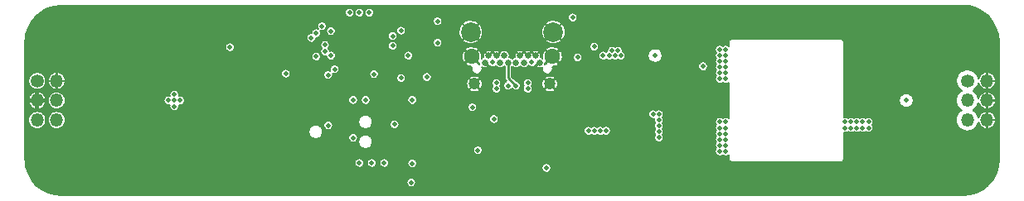
<source format=gbr>
G04 #@! TF.GenerationSoftware,KiCad,Pcbnew,(5.0.0)*
G04 #@! TF.CreationDate,2018-09-28T20:30:43-07:00*
G04 #@! TF.ProjectId,nixie_bottom_board,6E697869655F626F74746F6D5F626F61,rev?*
G04 #@! TF.SameCoordinates,Original*
G04 #@! TF.FileFunction,Copper,L3,Inr*
G04 #@! TF.FilePolarity,Positive*
%FSLAX46Y46*%
G04 Gerber Fmt 4.6, Leading zero omitted, Abs format (unit mm)*
G04 Created by KiCad (PCBNEW (5.0.0)) date 09/28/18 20:30:43*
%MOMM*%
%LPD*%
G01*
G04 APERTURE LIST*
G04 #@! TA.AperFunction,ViaPad*
%ADD10C,1.200000*%
G04 #@! TD*
G04 #@! TA.AperFunction,ViaPad*
%ADD11C,0.650000*%
G04 #@! TD*
G04 #@! TA.AperFunction,ViaPad*
%ADD12C,2.000000*%
G04 #@! TD*
G04 #@! TA.AperFunction,ViaPad*
%ADD13C,1.600000*%
G04 #@! TD*
G04 #@! TA.AperFunction,ViaPad*
%ADD14C,1.350000*%
G04 #@! TD*
G04 #@! TA.AperFunction,ViaPad*
%ADD15O,1.350000X1.350000*%
G04 #@! TD*
G04 #@! TA.AperFunction,ViaPad*
%ADD16C,0.800000*%
G04 #@! TD*
G04 #@! TA.AperFunction,ViaPad*
%ADD17C,4.500000*%
G04 #@! TD*
G04 #@! TA.AperFunction,ViaPad*
%ADD18C,5.000000*%
G04 #@! TD*
G04 #@! TA.AperFunction,ViaPad*
%ADD19C,0.508000*%
G04 #@! TD*
G04 #@! TA.AperFunction,Conductor*
%ADD20C,0.250000*%
G04 #@! TD*
G04 #@! TA.AperFunction,Conductor*
%ADD21C,0.150000*%
G04 #@! TD*
G04 APERTURE END LIST*
D10*
G04 #@! TO.N,/GND*
G04 #@! TO.C,J1*
X146155000Y-98310000D03*
X153845000Y-98310000D03*
D11*
X152400000Y-95410000D03*
X151600000Y-95410000D03*
X150800000Y-95410000D03*
G04 #@! TO.N,/CC2*
X149200000Y-95410000D03*
G04 #@! TO.N,/GND*
X148400000Y-95410000D03*
X147600000Y-95410000D03*
X152800000Y-96110000D03*
G04 #@! TO.N,/VBUS*
X151200000Y-96110000D03*
G04 #@! TO.N,/USB_N*
X150400000Y-96110000D03*
G04 #@! TO.N,/USB_P*
X149600000Y-96110000D03*
G04 #@! TO.N,/VBUS*
X148800000Y-96110000D03*
G04 #@! TO.N,/GND*
X147200000Y-96110000D03*
D12*
X154220000Y-92995000D03*
X145780000Y-92995000D03*
D13*
X145870000Y-95510000D03*
X154130000Y-95510000D03*
G04 #@! TD*
D14*
G04 #@! TO.N,/VNIXIE*
G04 #@! TO.C,J4*
X101500000Y-98000000D03*
D15*
G04 #@! TO.N,/GND*
X103500000Y-98000000D03*
X101500000Y-100000000D03*
G04 #@! TO.N,/SCL*
X103500000Y-100000000D03*
G04 #@! TO.N,/NIXIE_EN*
X101500000Y-102000000D03*
G04 #@! TO.N,/SDA*
X103500000Y-102000000D03*
G04 #@! TD*
D14*
G04 #@! TO.N,/HV_OUT*
G04 #@! TO.C,J3*
X196500000Y-98000000D03*
D15*
G04 #@! TO.N,/GND*
X198500000Y-98000000D03*
G04 #@! TO.N,/HV_OUT*
X196500000Y-100000000D03*
G04 #@! TO.N,/GND*
X198500000Y-100000000D03*
G04 #@! TO.N,/HV_OUT*
X196500000Y-102000000D03*
G04 #@! TO.N,/GND*
X198500000Y-102000000D03*
G04 #@! TD*
D16*
G04 #@! TO.N,/GND*
G04 #@! TO.C,MH1*
X104237437Y-91862563D03*
X104750000Y-93100000D03*
X104237437Y-94337437D03*
X103000000Y-94850000D03*
X101762563Y-94337437D03*
X101250000Y-93100000D03*
X101762563Y-91862563D03*
X103000000Y-91350000D03*
D17*
X103000000Y-93100000D03*
G04 #@! TD*
G04 #@! TO.N,/GND*
G04 #@! TO.C,MH2*
X103000000Y-107000000D03*
D16*
X103000000Y-105250000D03*
X101762563Y-105762563D03*
X101250000Y-107000000D03*
X101762563Y-108237437D03*
X103000000Y-108750000D03*
X104237437Y-108237437D03*
X104750000Y-107000000D03*
X104237437Y-105762563D03*
G04 #@! TD*
G04 #@! TO.N,/GND*
G04 #@! TO.C,MH3*
X198237437Y-91762563D03*
X198750000Y-93000000D03*
X198237437Y-94237437D03*
X197000000Y-94750000D03*
X195762563Y-94237437D03*
X195250000Y-93000000D03*
X195762563Y-91762563D03*
X197000000Y-91250000D03*
D17*
X197000000Y-93000000D03*
G04 #@! TD*
G04 #@! TO.N,/GND*
G04 #@! TO.C,MH4*
X197000000Y-107200000D03*
D16*
X197000000Y-105450000D03*
X195762563Y-105962563D03*
X195250000Y-107200000D03*
X195762563Y-108437437D03*
X197000000Y-108950000D03*
X198237437Y-108437437D03*
X198750000Y-107200000D03*
X198237437Y-105962563D03*
G04 #@! TD*
D18*
G04 #@! TO.N,/GND*
G04 #@! TO.C,MH6*
X157000000Y-100000000D03*
D16*
X158875000Y-100000000D03*
X158325825Y-101325825D03*
X157000000Y-101875000D03*
X155674175Y-101325825D03*
X155125000Y-100000000D03*
X155674175Y-98674175D03*
X157000000Y-98125000D03*
X158325825Y-98674175D03*
G04 #@! TD*
G04 #@! TO.N,/GND*
G04 #@! TO.C,MH5*
X144325825Y-98674175D03*
X143000000Y-98125000D03*
X141674175Y-98674175D03*
X141125000Y-100000000D03*
X141674175Y-101325825D03*
X143000000Y-101875000D03*
X144325825Y-101325825D03*
X144875000Y-100000000D03*
D18*
X143000000Y-100000000D03*
G04 #@! TD*
D19*
G04 #@! TO.N,Net-(Q1-Pad1)*
X171200000Y-105200000D03*
X171800000Y-105200000D03*
X171200000Y-104600000D03*
X171800000Y-104600000D03*
X171200000Y-104000000D03*
X171800000Y-104000000D03*
X171200000Y-103400000D03*
X171800000Y-103400000D03*
X171200000Y-102800000D03*
X171800000Y-102800000D03*
X171200000Y-102200000D03*
X171800000Y-102200000D03*
G04 #@! TO.N,/HV_OUT*
X164600000Y-95400000D03*
X190250000Y-100000000D03*
G04 #@! TO.N,/VBUS*
X165000000Y-101400000D03*
X164400000Y-101400000D03*
X165000000Y-102000000D03*
X165000000Y-102600000D03*
X165000000Y-103200000D03*
X160200000Y-94900000D03*
X159300000Y-95400000D03*
X159900000Y-95400000D03*
X160500000Y-95400000D03*
X161100000Y-95400000D03*
X160800000Y-94900000D03*
X151600000Y-98200000D03*
X151600000Y-98800000D03*
X148400000Y-98200000D03*
X148400000Y-98800000D03*
X152000000Y-96100000D03*
X148000000Y-96100000D03*
X165000000Y-103800000D03*
X156700000Y-95600000D03*
G04 #@! TO.N,/VDD*
X159600000Y-103100000D03*
X159000000Y-103100000D03*
X158400000Y-103100000D03*
X157800000Y-103100000D03*
X130600000Y-92400000D03*
X139800000Y-106450000D03*
X145950000Y-100700000D03*
X139700000Y-108400000D03*
X138000000Y-102450000D03*
X138650000Y-92850000D03*
X139800000Y-99950000D03*
X138650000Y-97700000D03*
X131230000Y-102565000D03*
G04 #@! TO.N,/VNIXIE*
X121200000Y-94550000D03*
G04 #@! TO.N,/SCL*
X130000000Y-93100000D03*
X136950000Y-106400000D03*
G04 #@! TO.N,/SDA*
X129500000Y-93600000D03*
X135675000Y-106400000D03*
G04 #@! TO.N,/HV_EN*
X169500000Y-96500000D03*
X158400000Y-94500000D03*
X156200000Y-91500000D03*
G04 #@! TO.N,/SWO*
X133770000Y-103835000D03*
X131225000Y-97400000D03*
G04 #@! TO.N,/NRST*
X137800000Y-94400000D03*
X146500000Y-105100000D03*
X133770000Y-99950000D03*
G04 #@! TO.N,/DAC*
X135400000Y-91000000D03*
X126900000Y-97250000D03*
G04 #@! TO.N,/USB_N*
X149600000Y-98500000D03*
X130900000Y-94325000D03*
G04 #@! TO.N,/USB_P*
X130900000Y-94975000D03*
X150400000Y-98500000D03*
G04 #@! TO.N,Net-(D4-Pad2)*
X184000000Y-102800000D03*
X184600000Y-102800000D03*
X185800000Y-102800000D03*
X186400000Y-102800000D03*
X186400000Y-102200000D03*
X185800000Y-102200000D03*
X184600000Y-102200000D03*
X184000000Y-102200000D03*
X185200000Y-102200000D03*
X185200000Y-102800000D03*
G04 #@! TO.N,/SWDIO*
X131500000Y-95400000D03*
G04 #@! TO.N,/SWCLK*
X131875000Y-96800000D03*
G04 #@! TO.N,/GND*
X171800000Y-93200000D03*
X171200000Y-93200000D03*
X171200000Y-93800000D03*
X171800000Y-93800000D03*
X171900000Y-101300000D03*
X171300000Y-101300000D03*
X163000000Y-105200000D03*
X163000000Y-105800000D03*
X163000000Y-106400000D03*
X163000000Y-107000000D03*
X167687500Y-99668750D03*
X168512500Y-99668750D03*
X168512500Y-98956250D03*
X167687500Y-98956250D03*
X167687500Y-98243750D03*
X168512500Y-98243750D03*
X168512500Y-97531250D03*
X167687500Y-97531250D03*
X150000000Y-100700000D03*
X128000000Y-92250000D03*
X157900000Y-106300000D03*
X158500000Y-106300000D03*
X159100000Y-106300000D03*
X159700000Y-106300000D03*
X166350000Y-100800000D03*
X165750000Y-100800000D03*
X164600000Y-99750000D03*
X164500000Y-93600000D03*
X164500000Y-93000000D03*
X165100000Y-93000000D03*
X165100000Y-93600000D03*
X162100000Y-95200000D03*
X162700000Y-95200000D03*
X163300000Y-95200000D03*
X132500000Y-102565000D03*
G04 #@! TO.N,/HV_IN*
X171800000Y-94800000D03*
X171200000Y-94800000D03*
X171200000Y-95400000D03*
X171800000Y-95400000D03*
X171800000Y-97200000D03*
X171800000Y-97800000D03*
X171200000Y-97200000D03*
X171200000Y-97800000D03*
X171800000Y-96600000D03*
X171200000Y-96600000D03*
X171200000Y-96000000D03*
X171800000Y-96000000D03*
G04 #@! TO.N,/USB*
X135050000Y-99950000D03*
X148150000Y-101900000D03*
G04 #@! TO.N,/ILM*
X142400000Y-91900000D03*
G04 #@! TO.N,/32kHz*
X139400000Y-95400000D03*
G04 #@! TO.N,/AMP_EN*
X130000000Y-95500000D03*
X133400000Y-91000000D03*
G04 #@! TO.N,Net-(BT1-Pad1)*
X114900000Y-100000000D03*
X115500000Y-100600000D03*
X115500000Y-99400000D03*
X134400000Y-106400000D03*
X116100000Y-100000000D03*
X115500000Y-100000000D03*
G04 #@! TO.N,Net-(R2-Pad2)*
X135900000Y-97300000D03*
X153500000Y-106900000D03*
X141300000Y-97600000D03*
G04 #@! TO.N,/NIXIE_EN*
X134400000Y-91000000D03*
G04 #@! TO.N,/MCO*
X131500000Y-92900000D03*
G04 #@! TO.N,/LED*
X137800000Y-93400000D03*
X142400000Y-94100000D03*
G04 #@! TD*
D20*
G04 #@! TO.N,/USB_P*
X149600000Y-97700000D02*
X149600000Y-96110000D01*
X150400000Y-98500000D02*
X149600000Y-97700000D01*
G04 #@! TD*
D21*
G04 #@! TO.N,/GND*
G36*
X196723268Y-90347236D02*
X197418984Y-90557285D01*
X198060653Y-90898467D01*
X198623831Y-91357782D01*
X199087072Y-91917745D01*
X199432723Y-92557013D01*
X199647625Y-93251249D01*
X199724953Y-93986963D01*
X199725001Y-94000667D01*
X199725000Y-105986546D01*
X199652764Y-106723268D01*
X199442714Y-107418988D01*
X199101532Y-108060655D01*
X198642213Y-108623836D01*
X198082255Y-109087072D01*
X197442983Y-109432726D01*
X196748750Y-109647626D01*
X196013029Y-109724953D01*
X195999621Y-109725000D01*
X104013454Y-109725000D01*
X103276732Y-109652764D01*
X102581012Y-109442714D01*
X101939345Y-109101532D01*
X101376164Y-108642213D01*
X101136761Y-108352823D01*
X139221000Y-108352823D01*
X139221000Y-108447177D01*
X139239407Y-108539719D01*
X139275515Y-108626892D01*
X139327936Y-108705345D01*
X139394655Y-108772064D01*
X139473108Y-108824485D01*
X139560281Y-108860593D01*
X139652823Y-108879000D01*
X139747177Y-108879000D01*
X139839719Y-108860593D01*
X139926892Y-108824485D01*
X140005345Y-108772064D01*
X140072064Y-108705345D01*
X140124485Y-108626892D01*
X140160593Y-108539719D01*
X140179000Y-108447177D01*
X140179000Y-108352823D01*
X140160593Y-108260281D01*
X140124485Y-108173108D01*
X140072064Y-108094655D01*
X140005345Y-108027936D01*
X139926892Y-107975515D01*
X139839719Y-107939407D01*
X139747177Y-107921000D01*
X139652823Y-107921000D01*
X139560281Y-107939407D01*
X139473108Y-107975515D01*
X139394655Y-108027936D01*
X139327936Y-108094655D01*
X139275515Y-108173108D01*
X139239407Y-108260281D01*
X139221000Y-108352823D01*
X101136761Y-108352823D01*
X100912928Y-108082255D01*
X100567274Y-107442983D01*
X100352374Y-106748750D01*
X100310761Y-106352823D01*
X133921000Y-106352823D01*
X133921000Y-106447177D01*
X133939407Y-106539719D01*
X133975515Y-106626892D01*
X134027936Y-106705345D01*
X134094655Y-106772064D01*
X134173108Y-106824485D01*
X134260281Y-106860593D01*
X134352823Y-106879000D01*
X134447177Y-106879000D01*
X134539719Y-106860593D01*
X134626892Y-106824485D01*
X134705345Y-106772064D01*
X134772064Y-106705345D01*
X134824485Y-106626892D01*
X134860593Y-106539719D01*
X134879000Y-106447177D01*
X134879000Y-106352823D01*
X135196000Y-106352823D01*
X135196000Y-106447177D01*
X135214407Y-106539719D01*
X135250515Y-106626892D01*
X135302936Y-106705345D01*
X135369655Y-106772064D01*
X135448108Y-106824485D01*
X135535281Y-106860593D01*
X135627823Y-106879000D01*
X135722177Y-106879000D01*
X135814719Y-106860593D01*
X135901892Y-106824485D01*
X135980345Y-106772064D01*
X136047064Y-106705345D01*
X136099485Y-106626892D01*
X136135593Y-106539719D01*
X136154000Y-106447177D01*
X136154000Y-106352823D01*
X136471000Y-106352823D01*
X136471000Y-106447177D01*
X136489407Y-106539719D01*
X136525515Y-106626892D01*
X136577936Y-106705345D01*
X136644655Y-106772064D01*
X136723108Y-106824485D01*
X136810281Y-106860593D01*
X136902823Y-106879000D01*
X136997177Y-106879000D01*
X137089719Y-106860593D01*
X137176892Y-106824485D01*
X137255345Y-106772064D01*
X137322064Y-106705345D01*
X137374485Y-106626892D01*
X137410593Y-106539719D01*
X137429000Y-106447177D01*
X137429000Y-106402823D01*
X139321000Y-106402823D01*
X139321000Y-106497177D01*
X139339407Y-106589719D01*
X139375515Y-106676892D01*
X139427936Y-106755345D01*
X139494655Y-106822064D01*
X139573108Y-106874485D01*
X139660281Y-106910593D01*
X139752823Y-106929000D01*
X139847177Y-106929000D01*
X139939719Y-106910593D01*
X140026892Y-106874485D01*
X140059311Y-106852823D01*
X153021000Y-106852823D01*
X153021000Y-106947177D01*
X153039407Y-107039719D01*
X153075515Y-107126892D01*
X153127936Y-107205345D01*
X153194655Y-107272064D01*
X153273108Y-107324485D01*
X153360281Y-107360593D01*
X153452823Y-107379000D01*
X153547177Y-107379000D01*
X153639719Y-107360593D01*
X153726892Y-107324485D01*
X153805345Y-107272064D01*
X153872064Y-107205345D01*
X153924485Y-107126892D01*
X153960593Y-107039719D01*
X153979000Y-106947177D01*
X153979000Y-106852823D01*
X153960593Y-106760281D01*
X153924485Y-106673108D01*
X153872064Y-106594655D01*
X153805345Y-106527936D01*
X153726892Y-106475515D01*
X153639719Y-106439407D01*
X153547177Y-106421000D01*
X153452823Y-106421000D01*
X153360281Y-106439407D01*
X153273108Y-106475515D01*
X153194655Y-106527936D01*
X153127936Y-106594655D01*
X153075515Y-106673108D01*
X153039407Y-106760281D01*
X153021000Y-106852823D01*
X140059311Y-106852823D01*
X140105345Y-106822064D01*
X140172064Y-106755345D01*
X140224485Y-106676892D01*
X140260593Y-106589719D01*
X140279000Y-106497177D01*
X140279000Y-106402823D01*
X140260593Y-106310281D01*
X140224485Y-106223108D01*
X140172064Y-106144655D01*
X140105345Y-106077936D01*
X140026892Y-106025515D01*
X139939719Y-105989407D01*
X139847177Y-105971000D01*
X139752823Y-105971000D01*
X139660281Y-105989407D01*
X139573108Y-106025515D01*
X139494655Y-106077936D01*
X139427936Y-106144655D01*
X139375515Y-106223108D01*
X139339407Y-106310281D01*
X139321000Y-106402823D01*
X137429000Y-106402823D01*
X137429000Y-106352823D01*
X137410593Y-106260281D01*
X137374485Y-106173108D01*
X137322064Y-106094655D01*
X137255345Y-106027936D01*
X137176892Y-105975515D01*
X137089719Y-105939407D01*
X136997177Y-105921000D01*
X136902823Y-105921000D01*
X136810281Y-105939407D01*
X136723108Y-105975515D01*
X136644655Y-106027936D01*
X136577936Y-106094655D01*
X136525515Y-106173108D01*
X136489407Y-106260281D01*
X136471000Y-106352823D01*
X136154000Y-106352823D01*
X136135593Y-106260281D01*
X136099485Y-106173108D01*
X136047064Y-106094655D01*
X135980345Y-106027936D01*
X135901892Y-105975515D01*
X135814719Y-105939407D01*
X135722177Y-105921000D01*
X135627823Y-105921000D01*
X135535281Y-105939407D01*
X135448108Y-105975515D01*
X135369655Y-106027936D01*
X135302936Y-106094655D01*
X135250515Y-106173108D01*
X135214407Y-106260281D01*
X135196000Y-106352823D01*
X134879000Y-106352823D01*
X134860593Y-106260281D01*
X134824485Y-106173108D01*
X134772064Y-106094655D01*
X134705345Y-106027936D01*
X134626892Y-105975515D01*
X134539719Y-105939407D01*
X134447177Y-105921000D01*
X134352823Y-105921000D01*
X134260281Y-105939407D01*
X134173108Y-105975515D01*
X134094655Y-106027936D01*
X134027936Y-106094655D01*
X133975515Y-106173108D01*
X133939407Y-106260281D01*
X133921000Y-106352823D01*
X100310761Y-106352823D01*
X100275047Y-106013029D01*
X100275000Y-105999621D01*
X100275000Y-105052823D01*
X146021000Y-105052823D01*
X146021000Y-105147177D01*
X146039407Y-105239719D01*
X146075515Y-105326892D01*
X146127936Y-105405345D01*
X146194655Y-105472064D01*
X146273108Y-105524485D01*
X146360281Y-105560593D01*
X146452823Y-105579000D01*
X146547177Y-105579000D01*
X146639719Y-105560593D01*
X146726892Y-105524485D01*
X146805345Y-105472064D01*
X146872064Y-105405345D01*
X146924485Y-105326892D01*
X146960593Y-105239719D01*
X146979000Y-105147177D01*
X146979000Y-105052823D01*
X146960593Y-104960281D01*
X146924485Y-104873108D01*
X146872064Y-104794655D01*
X146805345Y-104727936D01*
X146726892Y-104675515D01*
X146639719Y-104639407D01*
X146547177Y-104621000D01*
X146452823Y-104621000D01*
X146360281Y-104639407D01*
X146273108Y-104675515D01*
X146194655Y-104727936D01*
X146127936Y-104794655D01*
X146075515Y-104873108D01*
X146039407Y-104960281D01*
X146021000Y-105052823D01*
X100275000Y-105052823D01*
X100275000Y-103129057D01*
X129239700Y-103129057D01*
X129239700Y-103270943D01*
X129267381Y-103410104D01*
X129321679Y-103541190D01*
X129400507Y-103659164D01*
X129500836Y-103759493D01*
X129618810Y-103838321D01*
X129749896Y-103892619D01*
X129889057Y-103920300D01*
X130030943Y-103920300D01*
X130170104Y-103892619D01*
X130301190Y-103838321D01*
X130376765Y-103787823D01*
X133291000Y-103787823D01*
X133291000Y-103882177D01*
X133309407Y-103974719D01*
X133345515Y-104061892D01*
X133397936Y-104140345D01*
X133464655Y-104207064D01*
X133543108Y-104259485D01*
X133630281Y-104295593D01*
X133722823Y-104314000D01*
X133817177Y-104314000D01*
X133909719Y-104295593D01*
X133996892Y-104259485D01*
X134075345Y-104207064D01*
X134137352Y-104145057D01*
X134319700Y-104145057D01*
X134319700Y-104286943D01*
X134347381Y-104426104D01*
X134401679Y-104557190D01*
X134480507Y-104675164D01*
X134580836Y-104775493D01*
X134698810Y-104854321D01*
X134829896Y-104908619D01*
X134969057Y-104936300D01*
X135110943Y-104936300D01*
X135250104Y-104908619D01*
X135381190Y-104854321D01*
X135499164Y-104775493D01*
X135599493Y-104675164D01*
X135678321Y-104557190D01*
X135732619Y-104426104D01*
X135760300Y-104286943D01*
X135760300Y-104145057D01*
X135732619Y-104005896D01*
X135678321Y-103874810D01*
X135599493Y-103756836D01*
X135499164Y-103656507D01*
X135381190Y-103577679D01*
X135250104Y-103523381D01*
X135110943Y-103495700D01*
X134969057Y-103495700D01*
X134829896Y-103523381D01*
X134698810Y-103577679D01*
X134580836Y-103656507D01*
X134480507Y-103756836D01*
X134401679Y-103874810D01*
X134347381Y-104005896D01*
X134319700Y-104145057D01*
X134137352Y-104145057D01*
X134142064Y-104140345D01*
X134194485Y-104061892D01*
X134230593Y-103974719D01*
X134249000Y-103882177D01*
X134249000Y-103787823D01*
X134230593Y-103695281D01*
X134194485Y-103608108D01*
X134142064Y-103529655D01*
X134075345Y-103462936D01*
X133996892Y-103410515D01*
X133909719Y-103374407D01*
X133817177Y-103356000D01*
X133722823Y-103356000D01*
X133630281Y-103374407D01*
X133543108Y-103410515D01*
X133464655Y-103462936D01*
X133397936Y-103529655D01*
X133345515Y-103608108D01*
X133309407Y-103695281D01*
X133291000Y-103787823D01*
X130376765Y-103787823D01*
X130419164Y-103759493D01*
X130519493Y-103659164D01*
X130598321Y-103541190D01*
X130652619Y-103410104D01*
X130680300Y-103270943D01*
X130680300Y-103129057D01*
X130665137Y-103052823D01*
X157321000Y-103052823D01*
X157321000Y-103147177D01*
X157339407Y-103239719D01*
X157375515Y-103326892D01*
X157427936Y-103405345D01*
X157494655Y-103472064D01*
X157573108Y-103524485D01*
X157660281Y-103560593D01*
X157752823Y-103579000D01*
X157847177Y-103579000D01*
X157939719Y-103560593D01*
X158026892Y-103524485D01*
X158100000Y-103475635D01*
X158173108Y-103524485D01*
X158260281Y-103560593D01*
X158352823Y-103579000D01*
X158447177Y-103579000D01*
X158539719Y-103560593D01*
X158626892Y-103524485D01*
X158700000Y-103475635D01*
X158773108Y-103524485D01*
X158860281Y-103560593D01*
X158952823Y-103579000D01*
X159047177Y-103579000D01*
X159139719Y-103560593D01*
X159226892Y-103524485D01*
X159300000Y-103475635D01*
X159373108Y-103524485D01*
X159460281Y-103560593D01*
X159552823Y-103579000D01*
X159647177Y-103579000D01*
X159739719Y-103560593D01*
X159826892Y-103524485D01*
X159905345Y-103472064D01*
X159972064Y-103405345D01*
X160024485Y-103326892D01*
X160060593Y-103239719D01*
X160079000Y-103147177D01*
X160079000Y-103052823D01*
X160060593Y-102960281D01*
X160024485Y-102873108D01*
X159972064Y-102794655D01*
X159905345Y-102727936D01*
X159826892Y-102675515D01*
X159739719Y-102639407D01*
X159647177Y-102621000D01*
X159552823Y-102621000D01*
X159460281Y-102639407D01*
X159373108Y-102675515D01*
X159300000Y-102724365D01*
X159226892Y-102675515D01*
X159139719Y-102639407D01*
X159047177Y-102621000D01*
X158952823Y-102621000D01*
X158860281Y-102639407D01*
X158773108Y-102675515D01*
X158700000Y-102724365D01*
X158626892Y-102675515D01*
X158539719Y-102639407D01*
X158447177Y-102621000D01*
X158352823Y-102621000D01*
X158260281Y-102639407D01*
X158173108Y-102675515D01*
X158100000Y-102724365D01*
X158026892Y-102675515D01*
X157939719Y-102639407D01*
X157847177Y-102621000D01*
X157752823Y-102621000D01*
X157660281Y-102639407D01*
X157573108Y-102675515D01*
X157494655Y-102727936D01*
X157427936Y-102794655D01*
X157375515Y-102873108D01*
X157339407Y-102960281D01*
X157321000Y-103052823D01*
X130665137Y-103052823D01*
X130652619Y-102989896D01*
X130598321Y-102858810D01*
X130519493Y-102740836D01*
X130419164Y-102640507D01*
X130301190Y-102561679D01*
X130195314Y-102517823D01*
X130751000Y-102517823D01*
X130751000Y-102612177D01*
X130769407Y-102704719D01*
X130805515Y-102791892D01*
X130857936Y-102870345D01*
X130924655Y-102937064D01*
X131003108Y-102989485D01*
X131090281Y-103025593D01*
X131182823Y-103044000D01*
X131277177Y-103044000D01*
X131369719Y-103025593D01*
X131456892Y-102989485D01*
X131535345Y-102937064D01*
X131602064Y-102870345D01*
X131654485Y-102791892D01*
X131690593Y-102704719D01*
X131709000Y-102612177D01*
X131709000Y-102517823D01*
X131690593Y-102425281D01*
X131654485Y-102338108D01*
X131602064Y-102259655D01*
X131535345Y-102192936D01*
X131456892Y-102140515D01*
X131390603Y-102113057D01*
X134319700Y-102113057D01*
X134319700Y-102254943D01*
X134347381Y-102394104D01*
X134401679Y-102525190D01*
X134480507Y-102643164D01*
X134580836Y-102743493D01*
X134698810Y-102822321D01*
X134829896Y-102876619D01*
X134969057Y-102904300D01*
X135110943Y-102904300D01*
X135250104Y-102876619D01*
X135381190Y-102822321D01*
X135499164Y-102743493D01*
X135599493Y-102643164D01*
X135678321Y-102525190D01*
X135729007Y-102402823D01*
X137521000Y-102402823D01*
X137521000Y-102497177D01*
X137539407Y-102589719D01*
X137575515Y-102676892D01*
X137627936Y-102755345D01*
X137694655Y-102822064D01*
X137773108Y-102874485D01*
X137860281Y-102910593D01*
X137952823Y-102929000D01*
X138047177Y-102929000D01*
X138139719Y-102910593D01*
X138226892Y-102874485D01*
X138305345Y-102822064D01*
X138372064Y-102755345D01*
X138424485Y-102676892D01*
X138460593Y-102589719D01*
X138479000Y-102497177D01*
X138479000Y-102402823D01*
X138460593Y-102310281D01*
X138424485Y-102223108D01*
X138372064Y-102144655D01*
X138305345Y-102077936D01*
X138226892Y-102025515D01*
X138139719Y-101989407D01*
X138047177Y-101971000D01*
X137952823Y-101971000D01*
X137860281Y-101989407D01*
X137773108Y-102025515D01*
X137694655Y-102077936D01*
X137627936Y-102144655D01*
X137575515Y-102223108D01*
X137539407Y-102310281D01*
X137521000Y-102402823D01*
X135729007Y-102402823D01*
X135732619Y-102394104D01*
X135760300Y-102254943D01*
X135760300Y-102113057D01*
X135732619Y-101973896D01*
X135682469Y-101852823D01*
X147671000Y-101852823D01*
X147671000Y-101947177D01*
X147689407Y-102039719D01*
X147725515Y-102126892D01*
X147777936Y-102205345D01*
X147844655Y-102272064D01*
X147923108Y-102324485D01*
X148010281Y-102360593D01*
X148102823Y-102379000D01*
X148197177Y-102379000D01*
X148289719Y-102360593D01*
X148376892Y-102324485D01*
X148455345Y-102272064D01*
X148522064Y-102205345D01*
X148574485Y-102126892D01*
X148610593Y-102039719D01*
X148629000Y-101947177D01*
X148629000Y-101852823D01*
X148610593Y-101760281D01*
X148574485Y-101673108D01*
X148522064Y-101594655D01*
X148455345Y-101527936D01*
X148376892Y-101475515D01*
X148289719Y-101439407D01*
X148197177Y-101421000D01*
X148102823Y-101421000D01*
X148010281Y-101439407D01*
X147923108Y-101475515D01*
X147844655Y-101527936D01*
X147777936Y-101594655D01*
X147725515Y-101673108D01*
X147689407Y-101760281D01*
X147671000Y-101852823D01*
X135682469Y-101852823D01*
X135678321Y-101842810D01*
X135599493Y-101724836D01*
X135499164Y-101624507D01*
X135381190Y-101545679D01*
X135250104Y-101491381D01*
X135110943Y-101463700D01*
X134969057Y-101463700D01*
X134829896Y-101491381D01*
X134698810Y-101545679D01*
X134580836Y-101624507D01*
X134480507Y-101724836D01*
X134401679Y-101842810D01*
X134347381Y-101973896D01*
X134319700Y-102113057D01*
X131390603Y-102113057D01*
X131369719Y-102104407D01*
X131277177Y-102086000D01*
X131182823Y-102086000D01*
X131090281Y-102104407D01*
X131003108Y-102140515D01*
X130924655Y-102192936D01*
X130857936Y-102259655D01*
X130805515Y-102338108D01*
X130769407Y-102425281D01*
X130751000Y-102517823D01*
X130195314Y-102517823D01*
X130170104Y-102507381D01*
X130030943Y-102479700D01*
X129889057Y-102479700D01*
X129749896Y-102507381D01*
X129618810Y-102561679D01*
X129500836Y-102640507D01*
X129400507Y-102740836D01*
X129321679Y-102858810D01*
X129267381Y-102989896D01*
X129239700Y-103129057D01*
X100275000Y-103129057D01*
X100275000Y-102000000D01*
X100595646Y-102000000D01*
X100613023Y-102176431D01*
X100664486Y-102346081D01*
X100748057Y-102502432D01*
X100860525Y-102639475D01*
X100997568Y-102751943D01*
X101153919Y-102835514D01*
X101323569Y-102886977D01*
X101455793Y-102900000D01*
X101544207Y-102900000D01*
X101676431Y-102886977D01*
X101846081Y-102835514D01*
X102002432Y-102751943D01*
X102139475Y-102639475D01*
X102251943Y-102502432D01*
X102335514Y-102346081D01*
X102386977Y-102176431D01*
X102404354Y-102000000D01*
X102595646Y-102000000D01*
X102613023Y-102176431D01*
X102664486Y-102346081D01*
X102748057Y-102502432D01*
X102860525Y-102639475D01*
X102997568Y-102751943D01*
X103153919Y-102835514D01*
X103323569Y-102886977D01*
X103455793Y-102900000D01*
X103544207Y-102900000D01*
X103676431Y-102886977D01*
X103846081Y-102835514D01*
X104002432Y-102751943D01*
X104139475Y-102639475D01*
X104251943Y-102502432D01*
X104335514Y-102346081D01*
X104386977Y-102176431D01*
X104404354Y-102000000D01*
X104386977Y-101823569D01*
X104335514Y-101653919D01*
X104251943Y-101497568D01*
X104139475Y-101360525D01*
X104130091Y-101352823D01*
X163921000Y-101352823D01*
X163921000Y-101447177D01*
X163939407Y-101539719D01*
X163975515Y-101626892D01*
X164027936Y-101705345D01*
X164094655Y-101772064D01*
X164173108Y-101824485D01*
X164260281Y-101860593D01*
X164352823Y-101879000D01*
X164447177Y-101879000D01*
X164539330Y-101860670D01*
X164521000Y-101952823D01*
X164521000Y-102047177D01*
X164539407Y-102139719D01*
X164575515Y-102226892D01*
X164624365Y-102300000D01*
X164575515Y-102373108D01*
X164539407Y-102460281D01*
X164521000Y-102552823D01*
X164521000Y-102647177D01*
X164539407Y-102739719D01*
X164575515Y-102826892D01*
X164624365Y-102900000D01*
X164575515Y-102973108D01*
X164539407Y-103060281D01*
X164521000Y-103152823D01*
X164521000Y-103247177D01*
X164539407Y-103339719D01*
X164575515Y-103426892D01*
X164624365Y-103500000D01*
X164575515Y-103573108D01*
X164539407Y-103660281D01*
X164521000Y-103752823D01*
X164521000Y-103847177D01*
X164539407Y-103939719D01*
X164575515Y-104026892D01*
X164627936Y-104105345D01*
X164694655Y-104172064D01*
X164773108Y-104224485D01*
X164860281Y-104260593D01*
X164952823Y-104279000D01*
X165047177Y-104279000D01*
X165139719Y-104260593D01*
X165226892Y-104224485D01*
X165305345Y-104172064D01*
X165372064Y-104105345D01*
X165424485Y-104026892D01*
X165460593Y-103939719D01*
X165479000Y-103847177D01*
X165479000Y-103752823D01*
X165460593Y-103660281D01*
X165424485Y-103573108D01*
X165375635Y-103500000D01*
X165424485Y-103426892D01*
X165460593Y-103339719D01*
X165479000Y-103247177D01*
X165479000Y-103152823D01*
X165460593Y-103060281D01*
X165424485Y-102973108D01*
X165375635Y-102900000D01*
X165424485Y-102826892D01*
X165460593Y-102739719D01*
X165479000Y-102647177D01*
X165479000Y-102552823D01*
X165460593Y-102460281D01*
X165424485Y-102373108D01*
X165375635Y-102300000D01*
X165424485Y-102226892D01*
X165460593Y-102139719D01*
X165479000Y-102047177D01*
X165479000Y-101952823D01*
X165460593Y-101860281D01*
X165424485Y-101773108D01*
X165375635Y-101700000D01*
X165424485Y-101626892D01*
X165460593Y-101539719D01*
X165479000Y-101447177D01*
X165479000Y-101352823D01*
X165460593Y-101260281D01*
X165424485Y-101173108D01*
X165372064Y-101094655D01*
X165305345Y-101027936D01*
X165226892Y-100975515D01*
X165139719Y-100939407D01*
X165047177Y-100921000D01*
X164952823Y-100921000D01*
X164860281Y-100939407D01*
X164773108Y-100975515D01*
X164700000Y-101024365D01*
X164626892Y-100975515D01*
X164539719Y-100939407D01*
X164447177Y-100921000D01*
X164352823Y-100921000D01*
X164260281Y-100939407D01*
X164173108Y-100975515D01*
X164094655Y-101027936D01*
X164027936Y-101094655D01*
X163975515Y-101173108D01*
X163939407Y-101260281D01*
X163921000Y-101352823D01*
X104130091Y-101352823D01*
X104002432Y-101248057D01*
X103846081Y-101164486D01*
X103676431Y-101113023D01*
X103544207Y-101100000D01*
X103455793Y-101100000D01*
X103323569Y-101113023D01*
X103153919Y-101164486D01*
X102997568Y-101248057D01*
X102860525Y-101360525D01*
X102748057Y-101497568D01*
X102664486Y-101653919D01*
X102613023Y-101823569D01*
X102595646Y-102000000D01*
X102404354Y-102000000D01*
X102386977Y-101823569D01*
X102335514Y-101653919D01*
X102251943Y-101497568D01*
X102139475Y-101360525D01*
X102002432Y-101248057D01*
X101846081Y-101164486D01*
X101676431Y-101113023D01*
X101544207Y-101100000D01*
X101455793Y-101100000D01*
X101323569Y-101113023D01*
X101153919Y-101164486D01*
X100997568Y-101248057D01*
X100860525Y-101360525D01*
X100748057Y-101497568D01*
X100664486Y-101653919D01*
X100613023Y-101823569D01*
X100595646Y-102000000D01*
X100275000Y-102000000D01*
X100275000Y-100262887D01*
X100639250Y-100262887D01*
X100705462Y-100422758D01*
X100803205Y-100569641D01*
X100927725Y-100694633D01*
X101074237Y-100792931D01*
X101237111Y-100860757D01*
X101375000Y-100835035D01*
X101375000Y-100125000D01*
X101625000Y-100125000D01*
X101625000Y-100835035D01*
X101762889Y-100860757D01*
X101925763Y-100792931D01*
X102072275Y-100694633D01*
X102196795Y-100569641D01*
X102294538Y-100422758D01*
X102360750Y-100262887D01*
X102334439Y-100125000D01*
X101625000Y-100125000D01*
X101375000Y-100125000D01*
X100665561Y-100125000D01*
X100639250Y-100262887D01*
X100275000Y-100262887D01*
X100275000Y-100000000D01*
X102595646Y-100000000D01*
X102613023Y-100176431D01*
X102664486Y-100346081D01*
X102748057Y-100502432D01*
X102860525Y-100639475D01*
X102997568Y-100751943D01*
X103153919Y-100835514D01*
X103323569Y-100886977D01*
X103455793Y-100900000D01*
X103544207Y-100900000D01*
X103676431Y-100886977D01*
X103846081Y-100835514D01*
X104002432Y-100751943D01*
X104139475Y-100639475D01*
X104251943Y-100502432D01*
X104335514Y-100346081D01*
X104386977Y-100176431D01*
X104404354Y-100000000D01*
X104399708Y-99952823D01*
X114421000Y-99952823D01*
X114421000Y-100047177D01*
X114439407Y-100139719D01*
X114475515Y-100226892D01*
X114527936Y-100305345D01*
X114594655Y-100372064D01*
X114673108Y-100424485D01*
X114760281Y-100460593D01*
X114852823Y-100479000D01*
X114947177Y-100479000D01*
X115039330Y-100460670D01*
X115021000Y-100552823D01*
X115021000Y-100647177D01*
X115039407Y-100739719D01*
X115075515Y-100826892D01*
X115127936Y-100905345D01*
X115194655Y-100972064D01*
X115273108Y-101024485D01*
X115360281Y-101060593D01*
X115452823Y-101079000D01*
X115547177Y-101079000D01*
X115639719Y-101060593D01*
X115726892Y-101024485D01*
X115805345Y-100972064D01*
X115872064Y-100905345D01*
X115924485Y-100826892D01*
X115960593Y-100739719D01*
X115977876Y-100652823D01*
X145471000Y-100652823D01*
X145471000Y-100747177D01*
X145489407Y-100839719D01*
X145525515Y-100926892D01*
X145577936Y-101005345D01*
X145644655Y-101072064D01*
X145723108Y-101124485D01*
X145810281Y-101160593D01*
X145902823Y-101179000D01*
X145997177Y-101179000D01*
X146089719Y-101160593D01*
X146176892Y-101124485D01*
X146255345Y-101072064D01*
X146322064Y-101005345D01*
X146374485Y-100926892D01*
X146410593Y-100839719D01*
X146429000Y-100747177D01*
X146429000Y-100652823D01*
X146410593Y-100560281D01*
X146374485Y-100473108D01*
X146322064Y-100394655D01*
X146255345Y-100327936D01*
X146176892Y-100275515D01*
X146089719Y-100239407D01*
X145997177Y-100221000D01*
X145902823Y-100221000D01*
X145810281Y-100239407D01*
X145723108Y-100275515D01*
X145644655Y-100327936D01*
X145577936Y-100394655D01*
X145525515Y-100473108D01*
X145489407Y-100560281D01*
X145471000Y-100652823D01*
X115977876Y-100652823D01*
X115979000Y-100647177D01*
X115979000Y-100552823D01*
X115960670Y-100460670D01*
X116052823Y-100479000D01*
X116147177Y-100479000D01*
X116239719Y-100460593D01*
X116326892Y-100424485D01*
X116405345Y-100372064D01*
X116472064Y-100305345D01*
X116524485Y-100226892D01*
X116560593Y-100139719D01*
X116579000Y-100047177D01*
X116579000Y-99952823D01*
X116569055Y-99902823D01*
X133291000Y-99902823D01*
X133291000Y-99997177D01*
X133309407Y-100089719D01*
X133345515Y-100176892D01*
X133397936Y-100255345D01*
X133464655Y-100322064D01*
X133543108Y-100374485D01*
X133630281Y-100410593D01*
X133722823Y-100429000D01*
X133817177Y-100429000D01*
X133909719Y-100410593D01*
X133996892Y-100374485D01*
X134075345Y-100322064D01*
X134142064Y-100255345D01*
X134194485Y-100176892D01*
X134230593Y-100089719D01*
X134249000Y-99997177D01*
X134249000Y-99902823D01*
X134571000Y-99902823D01*
X134571000Y-99997177D01*
X134589407Y-100089719D01*
X134625515Y-100176892D01*
X134677936Y-100255345D01*
X134744655Y-100322064D01*
X134823108Y-100374485D01*
X134910281Y-100410593D01*
X135002823Y-100429000D01*
X135097177Y-100429000D01*
X135189719Y-100410593D01*
X135276892Y-100374485D01*
X135355345Y-100322064D01*
X135422064Y-100255345D01*
X135474485Y-100176892D01*
X135510593Y-100089719D01*
X135529000Y-99997177D01*
X135529000Y-99902823D01*
X139321000Y-99902823D01*
X139321000Y-99997177D01*
X139339407Y-100089719D01*
X139375515Y-100176892D01*
X139427936Y-100255345D01*
X139494655Y-100322064D01*
X139573108Y-100374485D01*
X139660281Y-100410593D01*
X139752823Y-100429000D01*
X139847177Y-100429000D01*
X139939719Y-100410593D01*
X140026892Y-100374485D01*
X140105345Y-100322064D01*
X140172064Y-100255345D01*
X140224485Y-100176892D01*
X140260593Y-100089719D01*
X140279000Y-99997177D01*
X140279000Y-99902823D01*
X140260593Y-99810281D01*
X140224485Y-99723108D01*
X140172064Y-99644655D01*
X140105345Y-99577936D01*
X140026892Y-99525515D01*
X139939719Y-99489407D01*
X139847177Y-99471000D01*
X139752823Y-99471000D01*
X139660281Y-99489407D01*
X139573108Y-99525515D01*
X139494655Y-99577936D01*
X139427936Y-99644655D01*
X139375515Y-99723108D01*
X139339407Y-99810281D01*
X139321000Y-99902823D01*
X135529000Y-99902823D01*
X135510593Y-99810281D01*
X135474485Y-99723108D01*
X135422064Y-99644655D01*
X135355345Y-99577936D01*
X135276892Y-99525515D01*
X135189719Y-99489407D01*
X135097177Y-99471000D01*
X135002823Y-99471000D01*
X134910281Y-99489407D01*
X134823108Y-99525515D01*
X134744655Y-99577936D01*
X134677936Y-99644655D01*
X134625515Y-99723108D01*
X134589407Y-99810281D01*
X134571000Y-99902823D01*
X134249000Y-99902823D01*
X134230593Y-99810281D01*
X134194485Y-99723108D01*
X134142064Y-99644655D01*
X134075345Y-99577936D01*
X133996892Y-99525515D01*
X133909719Y-99489407D01*
X133817177Y-99471000D01*
X133722823Y-99471000D01*
X133630281Y-99489407D01*
X133543108Y-99525515D01*
X133464655Y-99577936D01*
X133397936Y-99644655D01*
X133345515Y-99723108D01*
X133309407Y-99810281D01*
X133291000Y-99902823D01*
X116569055Y-99902823D01*
X116560593Y-99860281D01*
X116524485Y-99773108D01*
X116472064Y-99694655D01*
X116405345Y-99627936D01*
X116326892Y-99575515D01*
X116239719Y-99539407D01*
X116147177Y-99521000D01*
X116052823Y-99521000D01*
X115960670Y-99539330D01*
X115979000Y-99447177D01*
X115979000Y-99352823D01*
X115960593Y-99260281D01*
X115924485Y-99173108D01*
X115872064Y-99094655D01*
X115805345Y-99027936D01*
X115726892Y-98975515D01*
X115639719Y-98939407D01*
X115547177Y-98921000D01*
X115452823Y-98921000D01*
X115360281Y-98939407D01*
X115273108Y-98975515D01*
X115194655Y-99027936D01*
X115127936Y-99094655D01*
X115075515Y-99173108D01*
X115039407Y-99260281D01*
X115021000Y-99352823D01*
X115021000Y-99447177D01*
X115039330Y-99539330D01*
X114947177Y-99521000D01*
X114852823Y-99521000D01*
X114760281Y-99539407D01*
X114673108Y-99575515D01*
X114594655Y-99627936D01*
X114527936Y-99694655D01*
X114475515Y-99773108D01*
X114439407Y-99860281D01*
X114421000Y-99952823D01*
X104399708Y-99952823D01*
X104386977Y-99823569D01*
X104335514Y-99653919D01*
X104251943Y-99497568D01*
X104139475Y-99360525D01*
X104002432Y-99248057D01*
X103846081Y-99164486D01*
X103676431Y-99113023D01*
X103544207Y-99100000D01*
X103455793Y-99100000D01*
X103323569Y-99113023D01*
X103153919Y-99164486D01*
X102997568Y-99248057D01*
X102860525Y-99360525D01*
X102748057Y-99497568D01*
X102664486Y-99653919D01*
X102613023Y-99823569D01*
X102595646Y-100000000D01*
X100275000Y-100000000D01*
X100275000Y-99737113D01*
X100639250Y-99737113D01*
X100665561Y-99875000D01*
X101375000Y-99875000D01*
X101375000Y-99164965D01*
X101625000Y-99164965D01*
X101625000Y-99875000D01*
X102334439Y-99875000D01*
X102360750Y-99737113D01*
X102294538Y-99577242D01*
X102196795Y-99430359D01*
X102072275Y-99305367D01*
X101925763Y-99207069D01*
X101762889Y-99139243D01*
X101625000Y-99164965D01*
X101375000Y-99164965D01*
X101237111Y-99139243D01*
X101074237Y-99207069D01*
X100927725Y-99305367D01*
X100803205Y-99430359D01*
X100705462Y-99577242D01*
X100639250Y-99737113D01*
X100275000Y-99737113D01*
X100275000Y-97911358D01*
X100600000Y-97911358D01*
X100600000Y-98088642D01*
X100634586Y-98262520D01*
X100702430Y-98426310D01*
X100800924Y-98573717D01*
X100926283Y-98699076D01*
X101073690Y-98797570D01*
X101237480Y-98865414D01*
X101411358Y-98900000D01*
X101588642Y-98900000D01*
X101762520Y-98865414D01*
X101926310Y-98797570D01*
X102073717Y-98699076D01*
X102199076Y-98573717D01*
X102297570Y-98426310D01*
X102365414Y-98262520D01*
X102384726Y-98165429D01*
X102615334Y-98165429D01*
X102619368Y-98185711D01*
X102672519Y-98353945D01*
X102757470Y-98508578D01*
X102870956Y-98643666D01*
X103008616Y-98754019D01*
X103165160Y-98835395D01*
X103334571Y-98884667D01*
X103475000Y-98843404D01*
X103475000Y-98025000D01*
X103525000Y-98025000D01*
X103525000Y-98843404D01*
X103665429Y-98884667D01*
X103702785Y-98873802D01*
X145626553Y-98873802D01*
X145688177Y-98995058D01*
X145830796Y-99072968D01*
X145985873Y-99121557D01*
X146147450Y-99138958D01*
X146309317Y-99124503D01*
X146465253Y-99078747D01*
X146609267Y-99003448D01*
X146621823Y-98995058D01*
X146683447Y-98873802D01*
X146155000Y-98345355D01*
X145626553Y-98873802D01*
X103702785Y-98873802D01*
X103834840Y-98835395D01*
X103991384Y-98754019D01*
X104129044Y-98643666D01*
X104242530Y-98508578D01*
X104327481Y-98353945D01*
X104343750Y-98302450D01*
X145326042Y-98302450D01*
X145340497Y-98464317D01*
X145386253Y-98620253D01*
X145461552Y-98764267D01*
X145469942Y-98776823D01*
X145591198Y-98838447D01*
X146119645Y-98310000D01*
X146190355Y-98310000D01*
X146718802Y-98838447D01*
X146840058Y-98776823D01*
X146917968Y-98634204D01*
X146966557Y-98479127D01*
X146983958Y-98317550D01*
X146969503Y-98155683D01*
X146968664Y-98152823D01*
X147921000Y-98152823D01*
X147921000Y-98247177D01*
X147939407Y-98339719D01*
X147975515Y-98426892D01*
X148024365Y-98500000D01*
X147975515Y-98573108D01*
X147939407Y-98660281D01*
X147921000Y-98752823D01*
X147921000Y-98847177D01*
X147939407Y-98939719D01*
X147975515Y-99026892D01*
X148027936Y-99105345D01*
X148094655Y-99172064D01*
X148173108Y-99224485D01*
X148260281Y-99260593D01*
X148352823Y-99279000D01*
X148447177Y-99279000D01*
X148539719Y-99260593D01*
X148626892Y-99224485D01*
X148705345Y-99172064D01*
X148772064Y-99105345D01*
X148824485Y-99026892D01*
X148860593Y-98939719D01*
X148879000Y-98847177D01*
X148879000Y-98752823D01*
X148860593Y-98660281D01*
X148824485Y-98573108D01*
X148775635Y-98500000D01*
X148824485Y-98426892D01*
X148860593Y-98339719D01*
X148879000Y-98247177D01*
X148879000Y-98152823D01*
X148860593Y-98060281D01*
X148824485Y-97973108D01*
X148772064Y-97894655D01*
X148705345Y-97827936D01*
X148626892Y-97775515D01*
X148539719Y-97739407D01*
X148447177Y-97721000D01*
X148352823Y-97721000D01*
X148260281Y-97739407D01*
X148173108Y-97775515D01*
X148094655Y-97827936D01*
X148027936Y-97894655D01*
X147975515Y-97973108D01*
X147939407Y-98060281D01*
X147921000Y-98152823D01*
X146968664Y-98152823D01*
X146923747Y-97999747D01*
X146848448Y-97855733D01*
X146840058Y-97843177D01*
X146718802Y-97781553D01*
X146190355Y-98310000D01*
X146119645Y-98310000D01*
X145591198Y-97781553D01*
X145469942Y-97843177D01*
X145392032Y-97985796D01*
X145343443Y-98140873D01*
X145326042Y-98302450D01*
X104343750Y-98302450D01*
X104380632Y-98185711D01*
X104384666Y-98165429D01*
X104343380Y-98025000D01*
X103525000Y-98025000D01*
X103475000Y-98025000D01*
X102656620Y-98025000D01*
X102615334Y-98165429D01*
X102384726Y-98165429D01*
X102400000Y-98088642D01*
X102400000Y-97911358D01*
X102384727Y-97834571D01*
X102615334Y-97834571D01*
X102656620Y-97975000D01*
X103475000Y-97975000D01*
X103475000Y-97156596D01*
X103525000Y-97156596D01*
X103525000Y-97975000D01*
X104343380Y-97975000D01*
X104384666Y-97834571D01*
X104380632Y-97814289D01*
X104327481Y-97646055D01*
X104242530Y-97491422D01*
X104129044Y-97356334D01*
X103991384Y-97245981D01*
X103908361Y-97202823D01*
X126421000Y-97202823D01*
X126421000Y-97297177D01*
X126439407Y-97389719D01*
X126475515Y-97476892D01*
X126527936Y-97555345D01*
X126594655Y-97622064D01*
X126673108Y-97674485D01*
X126760281Y-97710593D01*
X126852823Y-97729000D01*
X126947177Y-97729000D01*
X127039719Y-97710593D01*
X127126892Y-97674485D01*
X127205345Y-97622064D01*
X127272064Y-97555345D01*
X127324485Y-97476892D01*
X127360593Y-97389719D01*
X127367931Y-97352823D01*
X130746000Y-97352823D01*
X130746000Y-97447177D01*
X130764407Y-97539719D01*
X130800515Y-97626892D01*
X130852936Y-97705345D01*
X130919655Y-97772064D01*
X130998108Y-97824485D01*
X131085281Y-97860593D01*
X131177823Y-97879000D01*
X131272177Y-97879000D01*
X131364719Y-97860593D01*
X131451892Y-97824485D01*
X131530345Y-97772064D01*
X131597064Y-97705345D01*
X131649485Y-97626892D01*
X131685593Y-97539719D01*
X131704000Y-97447177D01*
X131704000Y-97352823D01*
X131685593Y-97260281D01*
X131675458Y-97235814D01*
X131735281Y-97260593D01*
X131827823Y-97279000D01*
X131922177Y-97279000D01*
X132014719Y-97260593D01*
X132033477Y-97252823D01*
X135421000Y-97252823D01*
X135421000Y-97347177D01*
X135439407Y-97439719D01*
X135475515Y-97526892D01*
X135527936Y-97605345D01*
X135594655Y-97672064D01*
X135673108Y-97724485D01*
X135760281Y-97760593D01*
X135852823Y-97779000D01*
X135947177Y-97779000D01*
X136039719Y-97760593D01*
X136126892Y-97724485D01*
X136205345Y-97672064D01*
X136224586Y-97652823D01*
X138171000Y-97652823D01*
X138171000Y-97747177D01*
X138189407Y-97839719D01*
X138225515Y-97926892D01*
X138277936Y-98005345D01*
X138344655Y-98072064D01*
X138423108Y-98124485D01*
X138510281Y-98160593D01*
X138602823Y-98179000D01*
X138697177Y-98179000D01*
X138789719Y-98160593D01*
X138876892Y-98124485D01*
X138955345Y-98072064D01*
X139022064Y-98005345D01*
X139074485Y-97926892D01*
X139110593Y-97839719D01*
X139129000Y-97747177D01*
X139129000Y-97652823D01*
X139110593Y-97560281D01*
X139107504Y-97552823D01*
X140821000Y-97552823D01*
X140821000Y-97647177D01*
X140839407Y-97739719D01*
X140875515Y-97826892D01*
X140927936Y-97905345D01*
X140994655Y-97972064D01*
X141073108Y-98024485D01*
X141160281Y-98060593D01*
X141252823Y-98079000D01*
X141347177Y-98079000D01*
X141439719Y-98060593D01*
X141526892Y-98024485D01*
X141605345Y-97972064D01*
X141672064Y-97905345D01*
X141724485Y-97826892D01*
X141757909Y-97746198D01*
X145626553Y-97746198D01*
X146155000Y-98274645D01*
X146683447Y-97746198D01*
X146621823Y-97624942D01*
X146479204Y-97547032D01*
X146324127Y-97498443D01*
X146162550Y-97481042D01*
X146000683Y-97495497D01*
X145844747Y-97541253D01*
X145700733Y-97616552D01*
X145688177Y-97624942D01*
X145626553Y-97746198D01*
X141757909Y-97746198D01*
X141760593Y-97739719D01*
X141779000Y-97647177D01*
X141779000Y-97552823D01*
X141760593Y-97460281D01*
X141724485Y-97373108D01*
X141672064Y-97294655D01*
X141605345Y-97227936D01*
X141526892Y-97175515D01*
X141439719Y-97139407D01*
X141347177Y-97121000D01*
X141252823Y-97121000D01*
X141160281Y-97139407D01*
X141073108Y-97175515D01*
X140994655Y-97227936D01*
X140927936Y-97294655D01*
X140875515Y-97373108D01*
X140839407Y-97460281D01*
X140821000Y-97552823D01*
X139107504Y-97552823D01*
X139074485Y-97473108D01*
X139022064Y-97394655D01*
X138955345Y-97327936D01*
X138876892Y-97275515D01*
X138789719Y-97239407D01*
X138697177Y-97221000D01*
X138602823Y-97221000D01*
X138510281Y-97239407D01*
X138423108Y-97275515D01*
X138344655Y-97327936D01*
X138277936Y-97394655D01*
X138225515Y-97473108D01*
X138189407Y-97560281D01*
X138171000Y-97652823D01*
X136224586Y-97652823D01*
X136272064Y-97605345D01*
X136324485Y-97526892D01*
X136360593Y-97439719D01*
X136379000Y-97347177D01*
X136379000Y-97252823D01*
X136360593Y-97160281D01*
X136324485Y-97073108D01*
X136272064Y-96994655D01*
X136205345Y-96927936D01*
X136126892Y-96875515D01*
X136039719Y-96839407D01*
X135947177Y-96821000D01*
X135852823Y-96821000D01*
X135760281Y-96839407D01*
X135673108Y-96875515D01*
X135594655Y-96927936D01*
X135527936Y-96994655D01*
X135475515Y-97073108D01*
X135439407Y-97160281D01*
X135421000Y-97252823D01*
X132033477Y-97252823D01*
X132101892Y-97224485D01*
X132180345Y-97172064D01*
X132247064Y-97105345D01*
X132299485Y-97026892D01*
X132335593Y-96939719D01*
X132354000Y-96847177D01*
X132354000Y-96752823D01*
X132335593Y-96660281D01*
X132299485Y-96573108D01*
X132247064Y-96494655D01*
X132180345Y-96427936D01*
X132101892Y-96375515D01*
X132014719Y-96339407D01*
X131922177Y-96321000D01*
X131827823Y-96321000D01*
X131735281Y-96339407D01*
X131648108Y-96375515D01*
X131569655Y-96427936D01*
X131502936Y-96494655D01*
X131450515Y-96573108D01*
X131414407Y-96660281D01*
X131396000Y-96752823D01*
X131396000Y-96847177D01*
X131414407Y-96939719D01*
X131424542Y-96964186D01*
X131364719Y-96939407D01*
X131272177Y-96921000D01*
X131177823Y-96921000D01*
X131085281Y-96939407D01*
X130998108Y-96975515D01*
X130919655Y-97027936D01*
X130852936Y-97094655D01*
X130800515Y-97173108D01*
X130764407Y-97260281D01*
X130746000Y-97352823D01*
X127367931Y-97352823D01*
X127379000Y-97297177D01*
X127379000Y-97202823D01*
X127360593Y-97110281D01*
X127324485Y-97023108D01*
X127272064Y-96944655D01*
X127205345Y-96877936D01*
X127126892Y-96825515D01*
X127039719Y-96789407D01*
X126947177Y-96771000D01*
X126852823Y-96771000D01*
X126760281Y-96789407D01*
X126673108Y-96825515D01*
X126594655Y-96877936D01*
X126527936Y-96944655D01*
X126475515Y-97023108D01*
X126439407Y-97110281D01*
X126421000Y-97202823D01*
X103908361Y-97202823D01*
X103834840Y-97164605D01*
X103665429Y-97115333D01*
X103525000Y-97156596D01*
X103475000Y-97156596D01*
X103334571Y-97115333D01*
X103165160Y-97164605D01*
X103008616Y-97245981D01*
X102870956Y-97356334D01*
X102757470Y-97491422D01*
X102672519Y-97646055D01*
X102619368Y-97814289D01*
X102615334Y-97834571D01*
X102384727Y-97834571D01*
X102365414Y-97737480D01*
X102297570Y-97573690D01*
X102199076Y-97426283D01*
X102073717Y-97300924D01*
X101926310Y-97202430D01*
X101762520Y-97134586D01*
X101588642Y-97100000D01*
X101411358Y-97100000D01*
X101237480Y-97134586D01*
X101073690Y-97202430D01*
X100926283Y-97300924D01*
X100800924Y-97426283D01*
X100702430Y-97573690D01*
X100634586Y-97737480D01*
X100600000Y-97911358D01*
X100275000Y-97911358D01*
X100275000Y-96215968D01*
X145199388Y-96215968D01*
X145285008Y-96357704D01*
X145461628Y-96455542D01*
X145653941Y-96517044D01*
X145854557Y-96539845D01*
X145897354Y-96536277D01*
X145871136Y-96599571D01*
X145850000Y-96705830D01*
X145850000Y-96814170D01*
X145871136Y-96920429D01*
X145912597Y-97020523D01*
X145972787Y-97110604D01*
X146049396Y-97187213D01*
X146139477Y-97247403D01*
X146239571Y-97288864D01*
X146345830Y-97310000D01*
X146454170Y-97310000D01*
X146560429Y-97288864D01*
X146660523Y-97247403D01*
X146750604Y-97187213D01*
X146827213Y-97110604D01*
X146887403Y-97020523D01*
X146928864Y-96920429D01*
X146950000Y-96814170D01*
X146950000Y-96705830D01*
X146928864Y-96599571D01*
X146923165Y-96585813D01*
X146991563Y-96621848D01*
X147095425Y-96652677D01*
X147203306Y-96662651D01*
X147311059Y-96651387D01*
X147414545Y-96619318D01*
X147504288Y-96571349D01*
X147532892Y-96478248D01*
X147200000Y-96145355D01*
X147185858Y-96159498D01*
X147150502Y-96124142D01*
X147164645Y-96110000D01*
X147150502Y-96095858D01*
X147185858Y-96060502D01*
X147200000Y-96074645D01*
X147214142Y-96060502D01*
X147249498Y-96095858D01*
X147235355Y-96110000D01*
X147568248Y-96442892D01*
X147642630Y-96420039D01*
X147694655Y-96472064D01*
X147773108Y-96524485D01*
X147860281Y-96560593D01*
X147952823Y-96579000D01*
X148047177Y-96579000D01*
X148139719Y-96560593D01*
X148226892Y-96524485D01*
X148305345Y-96472064D01*
X148350364Y-96427045D01*
X148372787Y-96460604D01*
X148449396Y-96537213D01*
X148539477Y-96597403D01*
X148639571Y-96638864D01*
X148745830Y-96660000D01*
X148854170Y-96660000D01*
X148960429Y-96638864D01*
X149060523Y-96597403D01*
X149150604Y-96537213D01*
X149200000Y-96487817D01*
X149249396Y-96537213D01*
X149250001Y-96537617D01*
X149250000Y-97682812D01*
X149248307Y-97700000D01*
X149250000Y-97717188D01*
X149255065Y-97768611D01*
X149275078Y-97834586D01*
X149307578Y-97895389D01*
X149351315Y-97948684D01*
X149364676Y-97959649D01*
X149449075Y-98044048D01*
X149373108Y-98075515D01*
X149294655Y-98127936D01*
X149227936Y-98194655D01*
X149175515Y-98273108D01*
X149139407Y-98360281D01*
X149121000Y-98452823D01*
X149121000Y-98547177D01*
X149139407Y-98639719D01*
X149175515Y-98726892D01*
X149227936Y-98805345D01*
X149294655Y-98872064D01*
X149373108Y-98924485D01*
X149460281Y-98960593D01*
X149552823Y-98979000D01*
X149647177Y-98979000D01*
X149739719Y-98960593D01*
X149826892Y-98924485D01*
X149905345Y-98872064D01*
X149972064Y-98805345D01*
X150000000Y-98763536D01*
X150027936Y-98805345D01*
X150094655Y-98872064D01*
X150173108Y-98924485D01*
X150260281Y-98960593D01*
X150352823Y-98979000D01*
X150447177Y-98979000D01*
X150539719Y-98960593D01*
X150626892Y-98924485D01*
X150705345Y-98872064D01*
X150772064Y-98805345D01*
X150824485Y-98726892D01*
X150860593Y-98639719D01*
X150879000Y-98547177D01*
X150879000Y-98452823D01*
X150860593Y-98360281D01*
X150824485Y-98273108D01*
X150772064Y-98194655D01*
X150730232Y-98152823D01*
X151121000Y-98152823D01*
X151121000Y-98247177D01*
X151139407Y-98339719D01*
X151175515Y-98426892D01*
X151224365Y-98500000D01*
X151175515Y-98573108D01*
X151139407Y-98660281D01*
X151121000Y-98752823D01*
X151121000Y-98847177D01*
X151139407Y-98939719D01*
X151175515Y-99026892D01*
X151227936Y-99105345D01*
X151294655Y-99172064D01*
X151373108Y-99224485D01*
X151460281Y-99260593D01*
X151552823Y-99279000D01*
X151647177Y-99279000D01*
X151739719Y-99260593D01*
X151826892Y-99224485D01*
X151905345Y-99172064D01*
X151972064Y-99105345D01*
X152024485Y-99026892D01*
X152060593Y-98939719D01*
X152073704Y-98873802D01*
X153316553Y-98873802D01*
X153378177Y-98995058D01*
X153520796Y-99072968D01*
X153675873Y-99121557D01*
X153837450Y-99138958D01*
X153999317Y-99124503D01*
X154155253Y-99078747D01*
X154299267Y-99003448D01*
X154311823Y-98995058D01*
X154373447Y-98873802D01*
X153845000Y-98345355D01*
X153316553Y-98873802D01*
X152073704Y-98873802D01*
X152079000Y-98847177D01*
X152079000Y-98752823D01*
X152060593Y-98660281D01*
X152024485Y-98573108D01*
X151975635Y-98500000D01*
X152024485Y-98426892D01*
X152060593Y-98339719D01*
X152068005Y-98302450D01*
X153016042Y-98302450D01*
X153030497Y-98464317D01*
X153076253Y-98620253D01*
X153151552Y-98764267D01*
X153159942Y-98776823D01*
X153281198Y-98838447D01*
X153809645Y-98310000D01*
X153880355Y-98310000D01*
X154408802Y-98838447D01*
X154530058Y-98776823D01*
X154607968Y-98634204D01*
X154656557Y-98479127D01*
X154673958Y-98317550D01*
X154659503Y-98155683D01*
X154613747Y-97999747D01*
X154538448Y-97855733D01*
X154530058Y-97843177D01*
X154408802Y-97781553D01*
X153880355Y-98310000D01*
X153809645Y-98310000D01*
X153281198Y-97781553D01*
X153159942Y-97843177D01*
X153082032Y-97985796D01*
X153033443Y-98140873D01*
X153016042Y-98302450D01*
X152068005Y-98302450D01*
X152079000Y-98247177D01*
X152079000Y-98152823D01*
X152060593Y-98060281D01*
X152024485Y-97973108D01*
X151972064Y-97894655D01*
X151905345Y-97827936D01*
X151826892Y-97775515D01*
X151756115Y-97746198D01*
X153316553Y-97746198D01*
X153845000Y-98274645D01*
X154373447Y-97746198D01*
X154311823Y-97624942D01*
X154169204Y-97547032D01*
X154014127Y-97498443D01*
X153852550Y-97481042D01*
X153690683Y-97495497D01*
X153534747Y-97541253D01*
X153390733Y-97616552D01*
X153378177Y-97624942D01*
X153316553Y-97746198D01*
X151756115Y-97746198D01*
X151739719Y-97739407D01*
X151647177Y-97721000D01*
X151552823Y-97721000D01*
X151460281Y-97739407D01*
X151373108Y-97775515D01*
X151294655Y-97827936D01*
X151227936Y-97894655D01*
X151175515Y-97973108D01*
X151139407Y-98060281D01*
X151121000Y-98152823D01*
X150730232Y-98152823D01*
X150705345Y-98127936D01*
X150626892Y-98075515D01*
X150539719Y-98039407D01*
X150447177Y-98021000D01*
X150415974Y-98021000D01*
X149950000Y-97555027D01*
X149950000Y-96537617D01*
X149950604Y-96537213D01*
X150000000Y-96487817D01*
X150049396Y-96537213D01*
X150139477Y-96597403D01*
X150239571Y-96638864D01*
X150345830Y-96660000D01*
X150454170Y-96660000D01*
X150560429Y-96638864D01*
X150660523Y-96597403D01*
X150750604Y-96537213D01*
X150800000Y-96487817D01*
X150849396Y-96537213D01*
X150939477Y-96597403D01*
X151039571Y-96638864D01*
X151145830Y-96660000D01*
X151254170Y-96660000D01*
X151360429Y-96638864D01*
X151460523Y-96597403D01*
X151550604Y-96537213D01*
X151627213Y-96460604D01*
X151649636Y-96427045D01*
X151694655Y-96472064D01*
X151773108Y-96524485D01*
X151860281Y-96560593D01*
X151952823Y-96579000D01*
X152047177Y-96579000D01*
X152139719Y-96560593D01*
X152226892Y-96524485D01*
X152305345Y-96472064D01*
X152357370Y-96420039D01*
X152431752Y-96442892D01*
X152764645Y-96110000D01*
X152750502Y-96095858D01*
X152785858Y-96060502D01*
X152800000Y-96074645D01*
X152814142Y-96060502D01*
X152849498Y-96095858D01*
X152835355Y-96110000D01*
X152849498Y-96124142D01*
X152814142Y-96159498D01*
X152800000Y-96145355D01*
X152467108Y-96478248D01*
X152495712Y-96571349D01*
X152591563Y-96621848D01*
X152695425Y-96652677D01*
X152803306Y-96662651D01*
X152911059Y-96651387D01*
X153014545Y-96619318D01*
X153076723Y-96586083D01*
X153071136Y-96599571D01*
X153050000Y-96705830D01*
X153050000Y-96814170D01*
X153071136Y-96920429D01*
X153112597Y-97020523D01*
X153172787Y-97110604D01*
X153249396Y-97187213D01*
X153339477Y-97247403D01*
X153439571Y-97288864D01*
X153545830Y-97310000D01*
X153654170Y-97310000D01*
X153760429Y-97288864D01*
X153860523Y-97247403D01*
X153950604Y-97187213D01*
X154027213Y-97110604D01*
X154087403Y-97020523D01*
X154128864Y-96920429D01*
X154150000Y-96814170D01*
X154150000Y-96705830D01*
X154128864Y-96599571D01*
X154103609Y-96538601D01*
X154114557Y-96539845D01*
X154315768Y-96523070D01*
X154509839Y-96467362D01*
X154538048Y-96452823D01*
X169021000Y-96452823D01*
X169021000Y-96547177D01*
X169039407Y-96639719D01*
X169075515Y-96726892D01*
X169127936Y-96805345D01*
X169194655Y-96872064D01*
X169273108Y-96924485D01*
X169360281Y-96960593D01*
X169452823Y-96979000D01*
X169547177Y-96979000D01*
X169639719Y-96960593D01*
X169726892Y-96924485D01*
X169805345Y-96872064D01*
X169872064Y-96805345D01*
X169924485Y-96726892D01*
X169960593Y-96639719D01*
X169979000Y-96547177D01*
X169979000Y-96452823D01*
X169960593Y-96360281D01*
X169924485Y-96273108D01*
X169872064Y-96194655D01*
X169805345Y-96127936D01*
X169726892Y-96075515D01*
X169639719Y-96039407D01*
X169547177Y-96021000D01*
X169452823Y-96021000D01*
X169360281Y-96039407D01*
X169273108Y-96075515D01*
X169194655Y-96127936D01*
X169127936Y-96194655D01*
X169075515Y-96273108D01*
X169039407Y-96360281D01*
X169021000Y-96452823D01*
X154538048Y-96452823D01*
X154689312Y-96374864D01*
X154714992Y-96357704D01*
X154800612Y-96215968D01*
X154130000Y-95545355D01*
X153459388Y-96215968D01*
X153465442Y-96225990D01*
X153439571Y-96231136D01*
X153339477Y-96272597D01*
X153321985Y-96284284D01*
X153342677Y-96214575D01*
X153349954Y-96135863D01*
X153424032Y-96180612D01*
X154094645Y-95510000D01*
X154165355Y-95510000D01*
X154835968Y-96180612D01*
X154977704Y-96094992D01*
X155075542Y-95918372D01*
X155137044Y-95726059D01*
X155156733Y-95552823D01*
X156221000Y-95552823D01*
X156221000Y-95647177D01*
X156239407Y-95739719D01*
X156275515Y-95826892D01*
X156327936Y-95905345D01*
X156394655Y-95972064D01*
X156473108Y-96024485D01*
X156560281Y-96060593D01*
X156652823Y-96079000D01*
X156747177Y-96079000D01*
X156839719Y-96060593D01*
X156926892Y-96024485D01*
X157005345Y-95972064D01*
X157072064Y-95905345D01*
X157124485Y-95826892D01*
X157160593Y-95739719D01*
X157179000Y-95647177D01*
X157179000Y-95552823D01*
X157160593Y-95460281D01*
X157124485Y-95373108D01*
X157110931Y-95352823D01*
X158821000Y-95352823D01*
X158821000Y-95447177D01*
X158839407Y-95539719D01*
X158875515Y-95626892D01*
X158927936Y-95705345D01*
X158994655Y-95772064D01*
X159073108Y-95824485D01*
X159160281Y-95860593D01*
X159252823Y-95879000D01*
X159347177Y-95879000D01*
X159439719Y-95860593D01*
X159526892Y-95824485D01*
X159600000Y-95775635D01*
X159673108Y-95824485D01*
X159760281Y-95860593D01*
X159852823Y-95879000D01*
X159947177Y-95879000D01*
X160039719Y-95860593D01*
X160126892Y-95824485D01*
X160200000Y-95775635D01*
X160273108Y-95824485D01*
X160360281Y-95860593D01*
X160452823Y-95879000D01*
X160547177Y-95879000D01*
X160639719Y-95860593D01*
X160726892Y-95824485D01*
X160800000Y-95775635D01*
X160873108Y-95824485D01*
X160960281Y-95860593D01*
X161052823Y-95879000D01*
X161147177Y-95879000D01*
X161239719Y-95860593D01*
X161326892Y-95824485D01*
X161405345Y-95772064D01*
X161472064Y-95705345D01*
X161524485Y-95626892D01*
X161560593Y-95539719D01*
X161579000Y-95447177D01*
X161579000Y-95352823D01*
X161574103Y-95328200D01*
X163871000Y-95328200D01*
X163871000Y-95471800D01*
X163899015Y-95612641D01*
X163953969Y-95745311D01*
X164033749Y-95864710D01*
X164135290Y-95966251D01*
X164254689Y-96046031D01*
X164387359Y-96100985D01*
X164528200Y-96129000D01*
X164671800Y-96129000D01*
X164812641Y-96100985D01*
X164945311Y-96046031D01*
X165064710Y-95966251D01*
X165166251Y-95864710D01*
X165246031Y-95745311D01*
X165300985Y-95612641D01*
X165329000Y-95471800D01*
X165329000Y-95328200D01*
X165300985Y-95187359D01*
X165246031Y-95054689D01*
X165166251Y-94935290D01*
X165064710Y-94833749D01*
X164945311Y-94753969D01*
X164942545Y-94752823D01*
X170721000Y-94752823D01*
X170721000Y-94847177D01*
X170739407Y-94939719D01*
X170775515Y-95026892D01*
X170824365Y-95100000D01*
X170775515Y-95173108D01*
X170739407Y-95260281D01*
X170721000Y-95352823D01*
X170721000Y-95447177D01*
X170739407Y-95539719D01*
X170775515Y-95626892D01*
X170824365Y-95700000D01*
X170775515Y-95773108D01*
X170739407Y-95860281D01*
X170721000Y-95952823D01*
X170721000Y-96047177D01*
X170739407Y-96139719D01*
X170775515Y-96226892D01*
X170824365Y-96300000D01*
X170775515Y-96373108D01*
X170739407Y-96460281D01*
X170721000Y-96552823D01*
X170721000Y-96647177D01*
X170739407Y-96739719D01*
X170775515Y-96826892D01*
X170824365Y-96900000D01*
X170775515Y-96973108D01*
X170739407Y-97060281D01*
X170721000Y-97152823D01*
X170721000Y-97247177D01*
X170739407Y-97339719D01*
X170775515Y-97426892D01*
X170824365Y-97500000D01*
X170775515Y-97573108D01*
X170739407Y-97660281D01*
X170721000Y-97752823D01*
X170721000Y-97847177D01*
X170739407Y-97939719D01*
X170775515Y-98026892D01*
X170827936Y-98105345D01*
X170894655Y-98172064D01*
X170973108Y-98224485D01*
X171060281Y-98260593D01*
X171152823Y-98279000D01*
X171247177Y-98279000D01*
X171339719Y-98260593D01*
X171426892Y-98224485D01*
X171500000Y-98175635D01*
X171573108Y-98224485D01*
X171660281Y-98260593D01*
X171752823Y-98279000D01*
X171847177Y-98279000D01*
X171939719Y-98260593D01*
X172026892Y-98224485D01*
X172105345Y-98172064D01*
X172125001Y-98152408D01*
X172125000Y-101847591D01*
X172105345Y-101827936D01*
X172026892Y-101775515D01*
X171939719Y-101739407D01*
X171847177Y-101721000D01*
X171752823Y-101721000D01*
X171660281Y-101739407D01*
X171573108Y-101775515D01*
X171500000Y-101824365D01*
X171426892Y-101775515D01*
X171339719Y-101739407D01*
X171247177Y-101721000D01*
X171152823Y-101721000D01*
X171060281Y-101739407D01*
X170973108Y-101775515D01*
X170894655Y-101827936D01*
X170827936Y-101894655D01*
X170775515Y-101973108D01*
X170739407Y-102060281D01*
X170721000Y-102152823D01*
X170721000Y-102247177D01*
X170739407Y-102339719D01*
X170775515Y-102426892D01*
X170824365Y-102500000D01*
X170775515Y-102573108D01*
X170739407Y-102660281D01*
X170721000Y-102752823D01*
X170721000Y-102847177D01*
X170739407Y-102939719D01*
X170775515Y-103026892D01*
X170824365Y-103100000D01*
X170775515Y-103173108D01*
X170739407Y-103260281D01*
X170721000Y-103352823D01*
X170721000Y-103447177D01*
X170739407Y-103539719D01*
X170775515Y-103626892D01*
X170824365Y-103700000D01*
X170775515Y-103773108D01*
X170739407Y-103860281D01*
X170721000Y-103952823D01*
X170721000Y-104047177D01*
X170739407Y-104139719D01*
X170775515Y-104226892D01*
X170824365Y-104300000D01*
X170775515Y-104373108D01*
X170739407Y-104460281D01*
X170721000Y-104552823D01*
X170721000Y-104647177D01*
X170739407Y-104739719D01*
X170775515Y-104826892D01*
X170824365Y-104900000D01*
X170775515Y-104973108D01*
X170739407Y-105060281D01*
X170721000Y-105152823D01*
X170721000Y-105247177D01*
X170739407Y-105339719D01*
X170775515Y-105426892D01*
X170827936Y-105505345D01*
X170894655Y-105572064D01*
X170973108Y-105624485D01*
X171060281Y-105660593D01*
X171152823Y-105679000D01*
X171247177Y-105679000D01*
X171339719Y-105660593D01*
X171426892Y-105624485D01*
X171500000Y-105575635D01*
X171573108Y-105624485D01*
X171660281Y-105660593D01*
X171752823Y-105679000D01*
X171847177Y-105679000D01*
X171939719Y-105660593D01*
X172026892Y-105624485D01*
X172105345Y-105572064D01*
X172125000Y-105552409D01*
X172125000Y-105986497D01*
X172123670Y-106000000D01*
X172128980Y-106053909D01*
X172144704Y-106105747D01*
X172165501Y-106144655D01*
X172170240Y-106153521D01*
X172204605Y-106195395D01*
X172246479Y-106229760D01*
X172294253Y-106255296D01*
X172346091Y-106271020D01*
X172400000Y-106276330D01*
X172413502Y-106275000D01*
X183586498Y-106275000D01*
X183600000Y-106276330D01*
X183653909Y-106271020D01*
X183705747Y-106255296D01*
X183753521Y-106229760D01*
X183795395Y-106195395D01*
X183829760Y-106153521D01*
X183855296Y-106105747D01*
X183871020Y-106053909D01*
X183875000Y-106013503D01*
X183875000Y-106013502D01*
X183876330Y-106000000D01*
X183875000Y-105986497D01*
X183875000Y-103263521D01*
X183952823Y-103279000D01*
X184047177Y-103279000D01*
X184139719Y-103260593D01*
X184226892Y-103224485D01*
X184300000Y-103175635D01*
X184373108Y-103224485D01*
X184460281Y-103260593D01*
X184552823Y-103279000D01*
X184647177Y-103279000D01*
X184739719Y-103260593D01*
X184826892Y-103224485D01*
X184900000Y-103175635D01*
X184973108Y-103224485D01*
X185060281Y-103260593D01*
X185152823Y-103279000D01*
X185247177Y-103279000D01*
X185339719Y-103260593D01*
X185426892Y-103224485D01*
X185500000Y-103175635D01*
X185573108Y-103224485D01*
X185660281Y-103260593D01*
X185752823Y-103279000D01*
X185847177Y-103279000D01*
X185939719Y-103260593D01*
X186026892Y-103224485D01*
X186100000Y-103175635D01*
X186173108Y-103224485D01*
X186260281Y-103260593D01*
X186352823Y-103279000D01*
X186447177Y-103279000D01*
X186539719Y-103260593D01*
X186626892Y-103224485D01*
X186705345Y-103172064D01*
X186772064Y-103105345D01*
X186824485Y-103026892D01*
X186860593Y-102939719D01*
X186879000Y-102847177D01*
X186879000Y-102752823D01*
X186860593Y-102660281D01*
X186824485Y-102573108D01*
X186775635Y-102500000D01*
X186824485Y-102426892D01*
X186860593Y-102339719D01*
X186879000Y-102247177D01*
X186879000Y-102152823D01*
X186860593Y-102060281D01*
X186824485Y-101973108D01*
X186772064Y-101894655D01*
X186705345Y-101827936D01*
X186626892Y-101775515D01*
X186539719Y-101739407D01*
X186447177Y-101721000D01*
X186352823Y-101721000D01*
X186260281Y-101739407D01*
X186173108Y-101775515D01*
X186100000Y-101824365D01*
X186026892Y-101775515D01*
X185939719Y-101739407D01*
X185847177Y-101721000D01*
X185752823Y-101721000D01*
X185660281Y-101739407D01*
X185573108Y-101775515D01*
X185500000Y-101824365D01*
X185426892Y-101775515D01*
X185339719Y-101739407D01*
X185247177Y-101721000D01*
X185152823Y-101721000D01*
X185060281Y-101739407D01*
X184973108Y-101775515D01*
X184900000Y-101824365D01*
X184826892Y-101775515D01*
X184739719Y-101739407D01*
X184647177Y-101721000D01*
X184552823Y-101721000D01*
X184460281Y-101739407D01*
X184373108Y-101775515D01*
X184300000Y-101824365D01*
X184226892Y-101775515D01*
X184139719Y-101739407D01*
X184047177Y-101721000D01*
X183952823Y-101721000D01*
X183875000Y-101736479D01*
X183875000Y-99928200D01*
X189521000Y-99928200D01*
X189521000Y-100071800D01*
X189549015Y-100212641D01*
X189603969Y-100345311D01*
X189683749Y-100464710D01*
X189785290Y-100566251D01*
X189904689Y-100646031D01*
X190037359Y-100700985D01*
X190178200Y-100729000D01*
X190321800Y-100729000D01*
X190462641Y-100700985D01*
X190595311Y-100646031D01*
X190714710Y-100566251D01*
X190816251Y-100464710D01*
X190896031Y-100345311D01*
X190950985Y-100212641D01*
X190979000Y-100071800D01*
X190979000Y-100000000D01*
X195344436Y-100000000D01*
X195366640Y-100225439D01*
X195432398Y-100442215D01*
X195539184Y-100641997D01*
X195682893Y-100817107D01*
X195858003Y-100960816D01*
X195931311Y-101000000D01*
X195858003Y-101039184D01*
X195682893Y-101182893D01*
X195539184Y-101358003D01*
X195432398Y-101557785D01*
X195366640Y-101774561D01*
X195344436Y-102000000D01*
X195366640Y-102225439D01*
X195432398Y-102442215D01*
X195539184Y-102641997D01*
X195682893Y-102817107D01*
X195858003Y-102960816D01*
X196057785Y-103067602D01*
X196274561Y-103133360D01*
X196443508Y-103150000D01*
X196556492Y-103150000D01*
X196725439Y-103133360D01*
X196942215Y-103067602D01*
X197141997Y-102960816D01*
X197317107Y-102817107D01*
X197460816Y-102641997D01*
X197567602Y-102442215D01*
X197632654Y-102227765D01*
X197672519Y-102353945D01*
X197757470Y-102508578D01*
X197870956Y-102643666D01*
X198008616Y-102754019D01*
X198165160Y-102835395D01*
X198334571Y-102884667D01*
X198475000Y-102843404D01*
X198475000Y-102025000D01*
X198525000Y-102025000D01*
X198525000Y-102843404D01*
X198665429Y-102884667D01*
X198834840Y-102835395D01*
X198991384Y-102754019D01*
X199129044Y-102643666D01*
X199242530Y-102508578D01*
X199327481Y-102353945D01*
X199380632Y-102185711D01*
X199384666Y-102165429D01*
X199343380Y-102025000D01*
X198525000Y-102025000D01*
X198475000Y-102025000D01*
X198455000Y-102025000D01*
X198455000Y-101975000D01*
X198475000Y-101975000D01*
X198475000Y-101156596D01*
X198525000Y-101156596D01*
X198525000Y-101975000D01*
X199343380Y-101975000D01*
X199384666Y-101834571D01*
X199380632Y-101814289D01*
X199327481Y-101646055D01*
X199242530Y-101491422D01*
X199129044Y-101356334D01*
X198991384Y-101245981D01*
X198834840Y-101164605D01*
X198665429Y-101115333D01*
X198525000Y-101156596D01*
X198475000Y-101156596D01*
X198334571Y-101115333D01*
X198165160Y-101164605D01*
X198008616Y-101245981D01*
X197870956Y-101356334D01*
X197757470Y-101491422D01*
X197672519Y-101646055D01*
X197632654Y-101772235D01*
X197567602Y-101557785D01*
X197460816Y-101358003D01*
X197317107Y-101182893D01*
X197141997Y-101039184D01*
X197068689Y-101000000D01*
X197141997Y-100960816D01*
X197317107Y-100817107D01*
X197460816Y-100641997D01*
X197567602Y-100442215D01*
X197632654Y-100227765D01*
X197672519Y-100353945D01*
X197757470Y-100508578D01*
X197870956Y-100643666D01*
X198008616Y-100754019D01*
X198165160Y-100835395D01*
X198334571Y-100884667D01*
X198475000Y-100843404D01*
X198475000Y-100025000D01*
X198525000Y-100025000D01*
X198525000Y-100843404D01*
X198665429Y-100884667D01*
X198834840Y-100835395D01*
X198991384Y-100754019D01*
X199129044Y-100643666D01*
X199242530Y-100508578D01*
X199327481Y-100353945D01*
X199380632Y-100185711D01*
X199384666Y-100165429D01*
X199343380Y-100025000D01*
X198525000Y-100025000D01*
X198475000Y-100025000D01*
X198455000Y-100025000D01*
X198455000Y-99975000D01*
X198475000Y-99975000D01*
X198475000Y-99156596D01*
X198525000Y-99156596D01*
X198525000Y-99975000D01*
X199343380Y-99975000D01*
X199384666Y-99834571D01*
X199380632Y-99814289D01*
X199327481Y-99646055D01*
X199242530Y-99491422D01*
X199129044Y-99356334D01*
X198991384Y-99245981D01*
X198834840Y-99164605D01*
X198665429Y-99115333D01*
X198525000Y-99156596D01*
X198475000Y-99156596D01*
X198334571Y-99115333D01*
X198165160Y-99164605D01*
X198008616Y-99245981D01*
X197870956Y-99356334D01*
X197757470Y-99491422D01*
X197672519Y-99646055D01*
X197632654Y-99772235D01*
X197567602Y-99557785D01*
X197460816Y-99358003D01*
X197317107Y-99182893D01*
X197141997Y-99039184D01*
X197071272Y-99001381D01*
X197233082Y-98893263D01*
X197393263Y-98733082D01*
X197519116Y-98544729D01*
X197605806Y-98335443D01*
X197629322Y-98217219D01*
X197672519Y-98353945D01*
X197757470Y-98508578D01*
X197870956Y-98643666D01*
X198008616Y-98754019D01*
X198165160Y-98835395D01*
X198334571Y-98884667D01*
X198475000Y-98843404D01*
X198475000Y-98025000D01*
X198525000Y-98025000D01*
X198525000Y-98843404D01*
X198665429Y-98884667D01*
X198834840Y-98835395D01*
X198991384Y-98754019D01*
X199129044Y-98643666D01*
X199242530Y-98508578D01*
X199327481Y-98353945D01*
X199380632Y-98185711D01*
X199384666Y-98165429D01*
X199343380Y-98025000D01*
X198525000Y-98025000D01*
X198475000Y-98025000D01*
X198455000Y-98025000D01*
X198455000Y-97975000D01*
X198475000Y-97975000D01*
X198475000Y-97156596D01*
X198525000Y-97156596D01*
X198525000Y-97975000D01*
X199343380Y-97975000D01*
X199384666Y-97834571D01*
X199380632Y-97814289D01*
X199327481Y-97646055D01*
X199242530Y-97491422D01*
X199129044Y-97356334D01*
X198991384Y-97245981D01*
X198834840Y-97164605D01*
X198665429Y-97115333D01*
X198525000Y-97156596D01*
X198475000Y-97156596D01*
X198334571Y-97115333D01*
X198165160Y-97164605D01*
X198008616Y-97245981D01*
X197870956Y-97356334D01*
X197757470Y-97491422D01*
X197672519Y-97646055D01*
X197629322Y-97782781D01*
X197605806Y-97664557D01*
X197519116Y-97455271D01*
X197393263Y-97266918D01*
X197233082Y-97106737D01*
X197044729Y-96980884D01*
X196835443Y-96894194D01*
X196613265Y-96850000D01*
X196386735Y-96850000D01*
X196164557Y-96894194D01*
X195955271Y-96980884D01*
X195766918Y-97106737D01*
X195606737Y-97266918D01*
X195480884Y-97455271D01*
X195394194Y-97664557D01*
X195350000Y-97886735D01*
X195350000Y-98113265D01*
X195394194Y-98335443D01*
X195480884Y-98544729D01*
X195606737Y-98733082D01*
X195766918Y-98893263D01*
X195928728Y-99001381D01*
X195858003Y-99039184D01*
X195682893Y-99182893D01*
X195539184Y-99358003D01*
X195432398Y-99557785D01*
X195366640Y-99774561D01*
X195344436Y-100000000D01*
X190979000Y-100000000D01*
X190979000Y-99928200D01*
X190950985Y-99787359D01*
X190896031Y-99654689D01*
X190816251Y-99535290D01*
X190714710Y-99433749D01*
X190595311Y-99353969D01*
X190462641Y-99299015D01*
X190321800Y-99271000D01*
X190178200Y-99271000D01*
X190037359Y-99299015D01*
X189904689Y-99353969D01*
X189785290Y-99433749D01*
X189683749Y-99535290D01*
X189603969Y-99654689D01*
X189549015Y-99787359D01*
X189521000Y-99928200D01*
X183875000Y-99928200D01*
X183875000Y-94013503D01*
X183876330Y-94000000D01*
X183871020Y-93946091D01*
X183855296Y-93894253D01*
X183829760Y-93846479D01*
X183795395Y-93804605D01*
X183753521Y-93770240D01*
X183705747Y-93744704D01*
X183653909Y-93728980D01*
X183613503Y-93725000D01*
X183613502Y-93725000D01*
X183600000Y-93723670D01*
X183586497Y-93725000D01*
X172413503Y-93725000D01*
X172400000Y-93723670D01*
X172386498Y-93725000D01*
X172386497Y-93725000D01*
X172346091Y-93728980D01*
X172294253Y-93744704D01*
X172246479Y-93770240D01*
X172204605Y-93804605D01*
X172170240Y-93846479D01*
X172144704Y-93894253D01*
X172128980Y-93946091D01*
X172123670Y-94000000D01*
X172125001Y-94013513D01*
X172125001Y-94447592D01*
X172105345Y-94427936D01*
X172026892Y-94375515D01*
X171939719Y-94339407D01*
X171847177Y-94321000D01*
X171752823Y-94321000D01*
X171660281Y-94339407D01*
X171573108Y-94375515D01*
X171500000Y-94424365D01*
X171426892Y-94375515D01*
X171339719Y-94339407D01*
X171247177Y-94321000D01*
X171152823Y-94321000D01*
X171060281Y-94339407D01*
X170973108Y-94375515D01*
X170894655Y-94427936D01*
X170827936Y-94494655D01*
X170775515Y-94573108D01*
X170739407Y-94660281D01*
X170721000Y-94752823D01*
X164942545Y-94752823D01*
X164812641Y-94699015D01*
X164671800Y-94671000D01*
X164528200Y-94671000D01*
X164387359Y-94699015D01*
X164254689Y-94753969D01*
X164135290Y-94833749D01*
X164033749Y-94935290D01*
X163953969Y-95054689D01*
X163899015Y-95187359D01*
X163871000Y-95328200D01*
X161574103Y-95328200D01*
X161560593Y-95260281D01*
X161524485Y-95173108D01*
X161472064Y-95094655D01*
X161405345Y-95027936D01*
X161326892Y-94975515D01*
X161277438Y-94955031D01*
X161279000Y-94947177D01*
X161279000Y-94852823D01*
X161260593Y-94760281D01*
X161224485Y-94673108D01*
X161172064Y-94594655D01*
X161105345Y-94527936D01*
X161026892Y-94475515D01*
X160939719Y-94439407D01*
X160847177Y-94421000D01*
X160752823Y-94421000D01*
X160660281Y-94439407D01*
X160573108Y-94475515D01*
X160500000Y-94524365D01*
X160426892Y-94475515D01*
X160339719Y-94439407D01*
X160247177Y-94421000D01*
X160152823Y-94421000D01*
X160060281Y-94439407D01*
X159973108Y-94475515D01*
X159894655Y-94527936D01*
X159827936Y-94594655D01*
X159775515Y-94673108D01*
X159739407Y-94760281D01*
X159721000Y-94852823D01*
X159721000Y-94947177D01*
X159722562Y-94955031D01*
X159673108Y-94975515D01*
X159600000Y-95024365D01*
X159526892Y-94975515D01*
X159439719Y-94939407D01*
X159347177Y-94921000D01*
X159252823Y-94921000D01*
X159160281Y-94939407D01*
X159073108Y-94975515D01*
X158994655Y-95027936D01*
X158927936Y-95094655D01*
X158875515Y-95173108D01*
X158839407Y-95260281D01*
X158821000Y-95352823D01*
X157110931Y-95352823D01*
X157072064Y-95294655D01*
X157005345Y-95227936D01*
X156926892Y-95175515D01*
X156839719Y-95139407D01*
X156747177Y-95121000D01*
X156652823Y-95121000D01*
X156560281Y-95139407D01*
X156473108Y-95175515D01*
X156394655Y-95227936D01*
X156327936Y-95294655D01*
X156275515Y-95373108D01*
X156239407Y-95460281D01*
X156221000Y-95552823D01*
X155156733Y-95552823D01*
X155159845Y-95525443D01*
X155143070Y-95324232D01*
X155087362Y-95130161D01*
X154994864Y-94950688D01*
X154977704Y-94925008D01*
X154835968Y-94839388D01*
X154165355Y-95510000D01*
X154094645Y-95510000D01*
X153424032Y-94839388D01*
X153282296Y-94925008D01*
X153184458Y-95101628D01*
X153122956Y-95293941D01*
X153100155Y-95494557D01*
X153116247Y-95687575D01*
X153104288Y-95648651D01*
X153008437Y-95598152D01*
X152925203Y-95573446D01*
X152942677Y-95514575D01*
X152952651Y-95406694D01*
X152941387Y-95298941D01*
X152909318Y-95195455D01*
X152861349Y-95105712D01*
X152768248Y-95077108D01*
X152435355Y-95410000D01*
X152449498Y-95424142D01*
X152414142Y-95459498D01*
X152400000Y-95445355D01*
X152385858Y-95459498D01*
X152350502Y-95424142D01*
X152364645Y-95410000D01*
X152062489Y-95107845D01*
X152061349Y-95105712D01*
X152059916Y-95105272D01*
X152031752Y-95077108D01*
X152000000Y-95086863D01*
X151968248Y-95077108D01*
X151940084Y-95105272D01*
X151938651Y-95105712D01*
X151937545Y-95107811D01*
X151635355Y-95410000D01*
X151649498Y-95424142D01*
X151614142Y-95459498D01*
X151600000Y-95445355D01*
X151585858Y-95459498D01*
X151550503Y-95424143D01*
X151564645Y-95410000D01*
X151262489Y-95107845D01*
X151261349Y-95105712D01*
X151259916Y-95105272D01*
X151231752Y-95077108D01*
X151200000Y-95086863D01*
X151168248Y-95077108D01*
X151140084Y-95105272D01*
X151138651Y-95105712D01*
X151137545Y-95107811D01*
X150835355Y-95410000D01*
X150849498Y-95424143D01*
X150814142Y-95459498D01*
X150800000Y-95445355D01*
X150785858Y-95459498D01*
X150750503Y-95424143D01*
X150764645Y-95410000D01*
X150431752Y-95077108D01*
X150338651Y-95105712D01*
X150288152Y-95201563D01*
X150257323Y-95305425D01*
X150247349Y-95413306D01*
X150258613Y-95521059D01*
X150275044Y-95574080D01*
X150239571Y-95581136D01*
X150139477Y-95622597D01*
X150049396Y-95682787D01*
X150000000Y-95732183D01*
X149950604Y-95682787D01*
X149860523Y-95622597D01*
X149760429Y-95581136D01*
X149727169Y-95574520D01*
X149728864Y-95570429D01*
X149750000Y-95464170D01*
X149750000Y-95355830D01*
X149728864Y-95249571D01*
X149687403Y-95149477D01*
X149627213Y-95059396D01*
X149609569Y-95041752D01*
X150467108Y-95041752D01*
X150800000Y-95374645D01*
X151132892Y-95041752D01*
X151267108Y-95041752D01*
X151600000Y-95374645D01*
X151932892Y-95041752D01*
X152067108Y-95041752D01*
X152400000Y-95374645D01*
X152732892Y-95041752D01*
X152704288Y-94948651D01*
X152608437Y-94898152D01*
X152504575Y-94867323D01*
X152396694Y-94857349D01*
X152288941Y-94868613D01*
X152185455Y-94900682D01*
X152095712Y-94948651D01*
X152067108Y-95041752D01*
X151932892Y-95041752D01*
X151904288Y-94948651D01*
X151808437Y-94898152D01*
X151704575Y-94867323D01*
X151596694Y-94857349D01*
X151488941Y-94868613D01*
X151385455Y-94900682D01*
X151295712Y-94948651D01*
X151267108Y-95041752D01*
X151132892Y-95041752D01*
X151104288Y-94948651D01*
X151008437Y-94898152D01*
X150904575Y-94867323D01*
X150796694Y-94857349D01*
X150688941Y-94868613D01*
X150585455Y-94900682D01*
X150495712Y-94948651D01*
X150467108Y-95041752D01*
X149609569Y-95041752D01*
X149550604Y-94982787D01*
X149460523Y-94922597D01*
X149360429Y-94881136D01*
X149254170Y-94860000D01*
X149145830Y-94860000D01*
X149039571Y-94881136D01*
X148939477Y-94922597D01*
X148849396Y-94982787D01*
X148772787Y-95059396D01*
X148746261Y-95099095D01*
X148435355Y-95410000D01*
X148449498Y-95424143D01*
X148414142Y-95459498D01*
X148400000Y-95445355D01*
X148385858Y-95459498D01*
X148350502Y-95424142D01*
X148364645Y-95410000D01*
X148062489Y-95107845D01*
X148061349Y-95105712D01*
X148059916Y-95105272D01*
X148031752Y-95077108D01*
X148000000Y-95086863D01*
X147968248Y-95077108D01*
X147940084Y-95105272D01*
X147938651Y-95105712D01*
X147937545Y-95107811D01*
X147635355Y-95410000D01*
X147649498Y-95424142D01*
X147614142Y-95459498D01*
X147600000Y-95445355D01*
X147585858Y-95459498D01*
X147550502Y-95424142D01*
X147564645Y-95410000D01*
X147231752Y-95077108D01*
X147138651Y-95105712D01*
X147088152Y-95201563D01*
X147057323Y-95305425D01*
X147047349Y-95413306D01*
X147058613Y-95521059D01*
X147074715Y-95573021D01*
X146985455Y-95600682D01*
X146895712Y-95648651D01*
X146880047Y-95699638D01*
X146899845Y-95525443D01*
X146883070Y-95324232D01*
X146827362Y-95130161D01*
X146781798Y-95041752D01*
X147267108Y-95041752D01*
X147600000Y-95374645D01*
X147932892Y-95041752D01*
X148067108Y-95041752D01*
X148400000Y-95374645D01*
X148732892Y-95041752D01*
X148704288Y-94948651D01*
X148608437Y-94898152D01*
X148504575Y-94867323D01*
X148396694Y-94857349D01*
X148288941Y-94868613D01*
X148185455Y-94900682D01*
X148095712Y-94948651D01*
X148067108Y-95041752D01*
X147932892Y-95041752D01*
X147904288Y-94948651D01*
X147808437Y-94898152D01*
X147704575Y-94867323D01*
X147596694Y-94857349D01*
X147488941Y-94868613D01*
X147385455Y-94900682D01*
X147295712Y-94948651D01*
X147267108Y-95041752D01*
X146781798Y-95041752D01*
X146734864Y-94950688D01*
X146717704Y-94925008D01*
X146575968Y-94839388D01*
X145905355Y-95510000D01*
X146575968Y-96180612D01*
X146649727Y-96136056D01*
X146658613Y-96221059D01*
X146678256Y-96284446D01*
X146660523Y-96272597D01*
X146560429Y-96231136D01*
X146534558Y-96225990D01*
X146540612Y-96215968D01*
X145870000Y-95545355D01*
X145199388Y-96215968D01*
X100275000Y-96215968D01*
X100275000Y-95452823D01*
X129521000Y-95452823D01*
X129521000Y-95547177D01*
X129539407Y-95639719D01*
X129575515Y-95726892D01*
X129627936Y-95805345D01*
X129694655Y-95872064D01*
X129773108Y-95924485D01*
X129860281Y-95960593D01*
X129952823Y-95979000D01*
X130047177Y-95979000D01*
X130139719Y-95960593D01*
X130226892Y-95924485D01*
X130305345Y-95872064D01*
X130372064Y-95805345D01*
X130424485Y-95726892D01*
X130460593Y-95639719D01*
X130479000Y-95547177D01*
X130479000Y-95452823D01*
X130460593Y-95360281D01*
X130424485Y-95273108D01*
X130372064Y-95194655D01*
X130305345Y-95127936D01*
X130226892Y-95075515D01*
X130139719Y-95039407D01*
X130047177Y-95021000D01*
X129952823Y-95021000D01*
X129860281Y-95039407D01*
X129773108Y-95075515D01*
X129694655Y-95127936D01*
X129627936Y-95194655D01*
X129575515Y-95273108D01*
X129539407Y-95360281D01*
X129521000Y-95452823D01*
X100275000Y-95452823D01*
X100275000Y-94502823D01*
X120721000Y-94502823D01*
X120721000Y-94597177D01*
X120739407Y-94689719D01*
X120775515Y-94776892D01*
X120827936Y-94855345D01*
X120894655Y-94922064D01*
X120973108Y-94974485D01*
X121060281Y-95010593D01*
X121152823Y-95029000D01*
X121247177Y-95029000D01*
X121339719Y-95010593D01*
X121426892Y-94974485D01*
X121505345Y-94922064D01*
X121572064Y-94855345D01*
X121624485Y-94776892D01*
X121660593Y-94689719D01*
X121679000Y-94597177D01*
X121679000Y-94502823D01*
X121660593Y-94410281D01*
X121624485Y-94323108D01*
X121594227Y-94277823D01*
X130421000Y-94277823D01*
X130421000Y-94372177D01*
X130439407Y-94464719D01*
X130475515Y-94551892D01*
X130527936Y-94630345D01*
X130547591Y-94650000D01*
X130527936Y-94669655D01*
X130475515Y-94748108D01*
X130439407Y-94835281D01*
X130421000Y-94927823D01*
X130421000Y-95022177D01*
X130439407Y-95114719D01*
X130475515Y-95201892D01*
X130527936Y-95280345D01*
X130594655Y-95347064D01*
X130673108Y-95399485D01*
X130760281Y-95435593D01*
X130852823Y-95454000D01*
X130947177Y-95454000D01*
X131021000Y-95439316D01*
X131021000Y-95447177D01*
X131039407Y-95539719D01*
X131075515Y-95626892D01*
X131127936Y-95705345D01*
X131194655Y-95772064D01*
X131273108Y-95824485D01*
X131360281Y-95860593D01*
X131452823Y-95879000D01*
X131547177Y-95879000D01*
X131639719Y-95860593D01*
X131726892Y-95824485D01*
X131805345Y-95772064D01*
X131872064Y-95705345D01*
X131924485Y-95626892D01*
X131960593Y-95539719D01*
X131979000Y-95447177D01*
X131979000Y-95352823D01*
X138921000Y-95352823D01*
X138921000Y-95447177D01*
X138939407Y-95539719D01*
X138975515Y-95626892D01*
X139027936Y-95705345D01*
X139094655Y-95772064D01*
X139173108Y-95824485D01*
X139260281Y-95860593D01*
X139352823Y-95879000D01*
X139447177Y-95879000D01*
X139539719Y-95860593D01*
X139626892Y-95824485D01*
X139705345Y-95772064D01*
X139772064Y-95705345D01*
X139824485Y-95626892D01*
X139860593Y-95539719D01*
X139869575Y-95494557D01*
X144840155Y-95494557D01*
X144856930Y-95695768D01*
X144912638Y-95889839D01*
X145005136Y-96069312D01*
X145022296Y-96094992D01*
X145164032Y-96180612D01*
X145834645Y-95510000D01*
X145164032Y-94839388D01*
X145022296Y-94925008D01*
X144924458Y-95101628D01*
X144862956Y-95293941D01*
X144840155Y-95494557D01*
X139869575Y-95494557D01*
X139879000Y-95447177D01*
X139879000Y-95352823D01*
X139860593Y-95260281D01*
X139824485Y-95173108D01*
X139772064Y-95094655D01*
X139705345Y-95027936D01*
X139626892Y-94975515D01*
X139539719Y-94939407D01*
X139447177Y-94921000D01*
X139352823Y-94921000D01*
X139260281Y-94939407D01*
X139173108Y-94975515D01*
X139094655Y-95027936D01*
X139027936Y-95094655D01*
X138975515Y-95173108D01*
X138939407Y-95260281D01*
X138921000Y-95352823D01*
X131979000Y-95352823D01*
X131960593Y-95260281D01*
X131924485Y-95173108D01*
X131872064Y-95094655D01*
X131805345Y-95027936D01*
X131726892Y-94975515D01*
X131639719Y-94939407D01*
X131547177Y-94921000D01*
X131452823Y-94921000D01*
X131379000Y-94935684D01*
X131379000Y-94927823D01*
X131360593Y-94835281D01*
X131324485Y-94748108D01*
X131272064Y-94669655D01*
X131252409Y-94650000D01*
X131272064Y-94630345D01*
X131324485Y-94551892D01*
X131360593Y-94464719D01*
X131379000Y-94372177D01*
X131379000Y-94352823D01*
X137321000Y-94352823D01*
X137321000Y-94447177D01*
X137339407Y-94539719D01*
X137375515Y-94626892D01*
X137427936Y-94705345D01*
X137494655Y-94772064D01*
X137573108Y-94824485D01*
X137660281Y-94860593D01*
X137752823Y-94879000D01*
X137847177Y-94879000D01*
X137939719Y-94860593D01*
X138026892Y-94824485D01*
X138057501Y-94804032D01*
X145199388Y-94804032D01*
X145870000Y-95474645D01*
X146540612Y-94804032D01*
X153459388Y-94804032D01*
X154130000Y-95474645D01*
X154800612Y-94804032D01*
X154714992Y-94662296D01*
X154538372Y-94564458D01*
X154346059Y-94502956D01*
X154145443Y-94480155D01*
X153944232Y-94496930D01*
X153750161Y-94552638D01*
X153570688Y-94645136D01*
X153545008Y-94662296D01*
X153459388Y-94804032D01*
X146540612Y-94804032D01*
X146454992Y-94662296D01*
X146278372Y-94564458D01*
X146086059Y-94502956D01*
X145885443Y-94480155D01*
X145684232Y-94496930D01*
X145490161Y-94552638D01*
X145310688Y-94645136D01*
X145285008Y-94662296D01*
X145199388Y-94804032D01*
X138057501Y-94804032D01*
X138105345Y-94772064D01*
X138172064Y-94705345D01*
X138224485Y-94626892D01*
X138260593Y-94539719D01*
X138279000Y-94447177D01*
X138279000Y-94352823D01*
X138260593Y-94260281D01*
X138224485Y-94173108D01*
X138172064Y-94094655D01*
X138130232Y-94052823D01*
X141921000Y-94052823D01*
X141921000Y-94147177D01*
X141939407Y-94239719D01*
X141975515Y-94326892D01*
X142027936Y-94405345D01*
X142094655Y-94472064D01*
X142173108Y-94524485D01*
X142260281Y-94560593D01*
X142352823Y-94579000D01*
X142447177Y-94579000D01*
X142539719Y-94560593D01*
X142626892Y-94524485D01*
X142705345Y-94472064D01*
X142724586Y-94452823D01*
X157921000Y-94452823D01*
X157921000Y-94547177D01*
X157939407Y-94639719D01*
X157975515Y-94726892D01*
X158027936Y-94805345D01*
X158094655Y-94872064D01*
X158173108Y-94924485D01*
X158260281Y-94960593D01*
X158352823Y-94979000D01*
X158447177Y-94979000D01*
X158539719Y-94960593D01*
X158626892Y-94924485D01*
X158705345Y-94872064D01*
X158772064Y-94805345D01*
X158824485Y-94726892D01*
X158860593Y-94639719D01*
X158879000Y-94547177D01*
X158879000Y-94452823D01*
X158860593Y-94360281D01*
X158824485Y-94273108D01*
X158772064Y-94194655D01*
X158705345Y-94127936D01*
X158626892Y-94075515D01*
X158539719Y-94039407D01*
X158447177Y-94021000D01*
X158352823Y-94021000D01*
X158260281Y-94039407D01*
X158173108Y-94075515D01*
X158094655Y-94127936D01*
X158027936Y-94194655D01*
X157975515Y-94273108D01*
X157939407Y-94360281D01*
X157921000Y-94452823D01*
X142724586Y-94452823D01*
X142772064Y-94405345D01*
X142824485Y-94326892D01*
X142860593Y-94239719D01*
X142879000Y-94147177D01*
X142879000Y-94052823D01*
X142860593Y-93960281D01*
X142824485Y-93873108D01*
X142804443Y-93843112D01*
X144967244Y-93843112D01*
X145076854Y-94005330D01*
X145287470Y-94123094D01*
X145517014Y-94197506D01*
X145756665Y-94225706D01*
X145997212Y-94206610D01*
X146229412Y-94140954D01*
X146444341Y-94031259D01*
X146483146Y-94005330D01*
X146592756Y-93843112D01*
X153407244Y-93843112D01*
X153516854Y-94005330D01*
X153727470Y-94123094D01*
X153957014Y-94197506D01*
X154196665Y-94225706D01*
X154437212Y-94206610D01*
X154669412Y-94140954D01*
X154884341Y-94031259D01*
X154923146Y-94005330D01*
X155032756Y-93843112D01*
X154220000Y-93030355D01*
X153407244Y-93843112D01*
X146592756Y-93843112D01*
X145780000Y-93030355D01*
X144967244Y-93843112D01*
X142804443Y-93843112D01*
X142772064Y-93794655D01*
X142705345Y-93727936D01*
X142626892Y-93675515D01*
X142539719Y-93639407D01*
X142447177Y-93621000D01*
X142352823Y-93621000D01*
X142260281Y-93639407D01*
X142173108Y-93675515D01*
X142094655Y-93727936D01*
X142027936Y-93794655D01*
X141975515Y-93873108D01*
X141939407Y-93960281D01*
X141921000Y-94052823D01*
X138130232Y-94052823D01*
X138105345Y-94027936D01*
X138026892Y-93975515D01*
X137939719Y-93939407D01*
X137847177Y-93921000D01*
X137752823Y-93921000D01*
X137660281Y-93939407D01*
X137573108Y-93975515D01*
X137494655Y-94027936D01*
X137427936Y-94094655D01*
X137375515Y-94173108D01*
X137339407Y-94260281D01*
X137321000Y-94352823D01*
X131379000Y-94352823D01*
X131379000Y-94277823D01*
X131360593Y-94185281D01*
X131324485Y-94098108D01*
X131272064Y-94019655D01*
X131205345Y-93952936D01*
X131126892Y-93900515D01*
X131039719Y-93864407D01*
X130947177Y-93846000D01*
X130852823Y-93846000D01*
X130760281Y-93864407D01*
X130673108Y-93900515D01*
X130594655Y-93952936D01*
X130527936Y-94019655D01*
X130475515Y-94098108D01*
X130439407Y-94185281D01*
X130421000Y-94277823D01*
X121594227Y-94277823D01*
X121572064Y-94244655D01*
X121505345Y-94177936D01*
X121426892Y-94125515D01*
X121339719Y-94089407D01*
X121247177Y-94071000D01*
X121152823Y-94071000D01*
X121060281Y-94089407D01*
X120973108Y-94125515D01*
X120894655Y-94177936D01*
X120827936Y-94244655D01*
X120775515Y-94323108D01*
X120739407Y-94410281D01*
X120721000Y-94502823D01*
X100275000Y-94502823D01*
X100275000Y-94013454D01*
X100320165Y-93552823D01*
X129021000Y-93552823D01*
X129021000Y-93647177D01*
X129039407Y-93739719D01*
X129075515Y-93826892D01*
X129127936Y-93905345D01*
X129194655Y-93972064D01*
X129273108Y-94024485D01*
X129360281Y-94060593D01*
X129452823Y-94079000D01*
X129547177Y-94079000D01*
X129639719Y-94060593D01*
X129726892Y-94024485D01*
X129805345Y-93972064D01*
X129872064Y-93905345D01*
X129924485Y-93826892D01*
X129960593Y-93739719D01*
X129979000Y-93647177D01*
X129979000Y-93579000D01*
X130047177Y-93579000D01*
X130139719Y-93560593D01*
X130226892Y-93524485D01*
X130305345Y-93472064D01*
X130372064Y-93405345D01*
X130424485Y-93326892D01*
X130460593Y-93239719D01*
X130479000Y-93147177D01*
X130479000Y-93052823D01*
X130460593Y-92960281D01*
X130424485Y-92873108D01*
X130399224Y-92835303D01*
X130460281Y-92860593D01*
X130552823Y-92879000D01*
X130647177Y-92879000D01*
X130739719Y-92860593D01*
X130758477Y-92852823D01*
X131021000Y-92852823D01*
X131021000Y-92947177D01*
X131039407Y-93039719D01*
X131075515Y-93126892D01*
X131127936Y-93205345D01*
X131194655Y-93272064D01*
X131273108Y-93324485D01*
X131360281Y-93360593D01*
X131452823Y-93379000D01*
X131547177Y-93379000D01*
X131639719Y-93360593D01*
X131658477Y-93352823D01*
X137321000Y-93352823D01*
X137321000Y-93447177D01*
X137339407Y-93539719D01*
X137375515Y-93626892D01*
X137427936Y-93705345D01*
X137494655Y-93772064D01*
X137573108Y-93824485D01*
X137660281Y-93860593D01*
X137752823Y-93879000D01*
X137847177Y-93879000D01*
X137939719Y-93860593D01*
X138026892Y-93824485D01*
X138105345Y-93772064D01*
X138172064Y-93705345D01*
X138224485Y-93626892D01*
X138260593Y-93539719D01*
X138279000Y-93447177D01*
X138279000Y-93352823D01*
X138260593Y-93260281D01*
X138224485Y-93173108D01*
X138172064Y-93094655D01*
X138105345Y-93027936D01*
X138026892Y-92975515D01*
X137939719Y-92939407D01*
X137847177Y-92921000D01*
X137752823Y-92921000D01*
X137660281Y-92939407D01*
X137573108Y-92975515D01*
X137494655Y-93027936D01*
X137427936Y-93094655D01*
X137375515Y-93173108D01*
X137339407Y-93260281D01*
X137321000Y-93352823D01*
X131658477Y-93352823D01*
X131726892Y-93324485D01*
X131805345Y-93272064D01*
X131872064Y-93205345D01*
X131924485Y-93126892D01*
X131960593Y-93039719D01*
X131979000Y-92947177D01*
X131979000Y-92852823D01*
X131969055Y-92802823D01*
X138171000Y-92802823D01*
X138171000Y-92897177D01*
X138189407Y-92989719D01*
X138225515Y-93076892D01*
X138277936Y-93155345D01*
X138344655Y-93222064D01*
X138423108Y-93274485D01*
X138510281Y-93310593D01*
X138602823Y-93329000D01*
X138697177Y-93329000D01*
X138789719Y-93310593D01*
X138876892Y-93274485D01*
X138955345Y-93222064D01*
X139022064Y-93155345D01*
X139074485Y-93076892D01*
X139110593Y-92989719D01*
X139114184Y-92971665D01*
X144549294Y-92971665D01*
X144568390Y-93212212D01*
X144634046Y-93444412D01*
X144743741Y-93659341D01*
X144769670Y-93698146D01*
X144931888Y-93807756D01*
X145744645Y-92995000D01*
X145815355Y-92995000D01*
X146628112Y-93807756D01*
X146790330Y-93698146D01*
X146908094Y-93487530D01*
X146982506Y-93257986D01*
X147010706Y-93018335D01*
X147007002Y-92971665D01*
X152989294Y-92971665D01*
X153008390Y-93212212D01*
X153074046Y-93444412D01*
X153183741Y-93659341D01*
X153209670Y-93698146D01*
X153371888Y-93807756D01*
X154184645Y-92995000D01*
X154255355Y-92995000D01*
X155068112Y-93807756D01*
X155230330Y-93698146D01*
X155348094Y-93487530D01*
X155422506Y-93257986D01*
X155450706Y-93018335D01*
X155431610Y-92777788D01*
X155365954Y-92545588D01*
X155256259Y-92330659D01*
X155230330Y-92291854D01*
X155068112Y-92182244D01*
X154255355Y-92995000D01*
X154184645Y-92995000D01*
X153371888Y-92182244D01*
X153209670Y-92291854D01*
X153091906Y-92502470D01*
X153017494Y-92732014D01*
X152989294Y-92971665D01*
X147007002Y-92971665D01*
X146991610Y-92777788D01*
X146925954Y-92545588D01*
X146816259Y-92330659D01*
X146790330Y-92291854D01*
X146628112Y-92182244D01*
X145815355Y-92995000D01*
X145744645Y-92995000D01*
X144931888Y-92182244D01*
X144769670Y-92291854D01*
X144651906Y-92502470D01*
X144577494Y-92732014D01*
X144549294Y-92971665D01*
X139114184Y-92971665D01*
X139129000Y-92897177D01*
X139129000Y-92802823D01*
X139110593Y-92710281D01*
X139074485Y-92623108D01*
X139022064Y-92544655D01*
X138955345Y-92477936D01*
X138876892Y-92425515D01*
X138789719Y-92389407D01*
X138697177Y-92371000D01*
X138602823Y-92371000D01*
X138510281Y-92389407D01*
X138423108Y-92425515D01*
X138344655Y-92477936D01*
X138277936Y-92544655D01*
X138225515Y-92623108D01*
X138189407Y-92710281D01*
X138171000Y-92802823D01*
X131969055Y-92802823D01*
X131960593Y-92760281D01*
X131924485Y-92673108D01*
X131872064Y-92594655D01*
X131805345Y-92527936D01*
X131726892Y-92475515D01*
X131639719Y-92439407D01*
X131547177Y-92421000D01*
X131452823Y-92421000D01*
X131360281Y-92439407D01*
X131273108Y-92475515D01*
X131194655Y-92527936D01*
X131127936Y-92594655D01*
X131075515Y-92673108D01*
X131039407Y-92760281D01*
X131021000Y-92852823D01*
X130758477Y-92852823D01*
X130826892Y-92824485D01*
X130905345Y-92772064D01*
X130972064Y-92705345D01*
X131024485Y-92626892D01*
X131060593Y-92539719D01*
X131079000Y-92447177D01*
X131079000Y-92352823D01*
X131060593Y-92260281D01*
X131024485Y-92173108D01*
X130972064Y-92094655D01*
X130905345Y-92027936D01*
X130826892Y-91975515D01*
X130739719Y-91939407D01*
X130647177Y-91921000D01*
X130552823Y-91921000D01*
X130460281Y-91939407D01*
X130373108Y-91975515D01*
X130294655Y-92027936D01*
X130227936Y-92094655D01*
X130175515Y-92173108D01*
X130139407Y-92260281D01*
X130121000Y-92352823D01*
X130121000Y-92447177D01*
X130139407Y-92539719D01*
X130175515Y-92626892D01*
X130200776Y-92664697D01*
X130139719Y-92639407D01*
X130047177Y-92621000D01*
X129952823Y-92621000D01*
X129860281Y-92639407D01*
X129773108Y-92675515D01*
X129694655Y-92727936D01*
X129627936Y-92794655D01*
X129575515Y-92873108D01*
X129539407Y-92960281D01*
X129521000Y-93052823D01*
X129521000Y-93121000D01*
X129452823Y-93121000D01*
X129360281Y-93139407D01*
X129273108Y-93175515D01*
X129194655Y-93227936D01*
X129127936Y-93294655D01*
X129075515Y-93373108D01*
X129039407Y-93460281D01*
X129021000Y-93552823D01*
X100320165Y-93552823D01*
X100347236Y-93276732D01*
X100557285Y-92581016D01*
X100898467Y-91939347D01*
X100969033Y-91852823D01*
X141921000Y-91852823D01*
X141921000Y-91947177D01*
X141939407Y-92039719D01*
X141975515Y-92126892D01*
X142027936Y-92205345D01*
X142094655Y-92272064D01*
X142173108Y-92324485D01*
X142260281Y-92360593D01*
X142352823Y-92379000D01*
X142447177Y-92379000D01*
X142539719Y-92360593D01*
X142626892Y-92324485D01*
X142705345Y-92272064D01*
X142772064Y-92205345D01*
X142811124Y-92146888D01*
X144967244Y-92146888D01*
X145780000Y-92959645D01*
X146592756Y-92146888D01*
X153407244Y-92146888D01*
X154220000Y-92959645D01*
X155032756Y-92146888D01*
X154923146Y-91984670D01*
X154712530Y-91866906D01*
X154482986Y-91792494D01*
X154243335Y-91764294D01*
X154002788Y-91783390D01*
X153770588Y-91849046D01*
X153555659Y-91958741D01*
X153516854Y-91984670D01*
X153407244Y-92146888D01*
X146592756Y-92146888D01*
X146483146Y-91984670D01*
X146272530Y-91866906D01*
X146042986Y-91792494D01*
X145803335Y-91764294D01*
X145562788Y-91783390D01*
X145330588Y-91849046D01*
X145115659Y-91958741D01*
X145076854Y-91984670D01*
X144967244Y-92146888D01*
X142811124Y-92146888D01*
X142824485Y-92126892D01*
X142860593Y-92039719D01*
X142879000Y-91947177D01*
X142879000Y-91852823D01*
X142860593Y-91760281D01*
X142824485Y-91673108D01*
X142772064Y-91594655D01*
X142705345Y-91527936D01*
X142626892Y-91475515D01*
X142572109Y-91452823D01*
X155721000Y-91452823D01*
X155721000Y-91547177D01*
X155739407Y-91639719D01*
X155775515Y-91726892D01*
X155827936Y-91805345D01*
X155894655Y-91872064D01*
X155973108Y-91924485D01*
X156060281Y-91960593D01*
X156152823Y-91979000D01*
X156247177Y-91979000D01*
X156339719Y-91960593D01*
X156426892Y-91924485D01*
X156505345Y-91872064D01*
X156572064Y-91805345D01*
X156624485Y-91726892D01*
X156660593Y-91639719D01*
X156679000Y-91547177D01*
X156679000Y-91452823D01*
X156660593Y-91360281D01*
X156624485Y-91273108D01*
X156572064Y-91194655D01*
X156505345Y-91127936D01*
X156426892Y-91075515D01*
X156339719Y-91039407D01*
X156247177Y-91021000D01*
X156152823Y-91021000D01*
X156060281Y-91039407D01*
X155973108Y-91075515D01*
X155894655Y-91127936D01*
X155827936Y-91194655D01*
X155775515Y-91273108D01*
X155739407Y-91360281D01*
X155721000Y-91452823D01*
X142572109Y-91452823D01*
X142539719Y-91439407D01*
X142447177Y-91421000D01*
X142352823Y-91421000D01*
X142260281Y-91439407D01*
X142173108Y-91475515D01*
X142094655Y-91527936D01*
X142027936Y-91594655D01*
X141975515Y-91673108D01*
X141939407Y-91760281D01*
X141921000Y-91852823D01*
X100969033Y-91852823D01*
X101357782Y-91376169D01*
X101869520Y-90952823D01*
X132921000Y-90952823D01*
X132921000Y-91047177D01*
X132939407Y-91139719D01*
X132975515Y-91226892D01*
X133027936Y-91305345D01*
X133094655Y-91372064D01*
X133173108Y-91424485D01*
X133260281Y-91460593D01*
X133352823Y-91479000D01*
X133447177Y-91479000D01*
X133539719Y-91460593D01*
X133626892Y-91424485D01*
X133705345Y-91372064D01*
X133772064Y-91305345D01*
X133824485Y-91226892D01*
X133860593Y-91139719D01*
X133879000Y-91047177D01*
X133879000Y-90952823D01*
X133921000Y-90952823D01*
X133921000Y-91047177D01*
X133939407Y-91139719D01*
X133975515Y-91226892D01*
X134027936Y-91305345D01*
X134094655Y-91372064D01*
X134173108Y-91424485D01*
X134260281Y-91460593D01*
X134352823Y-91479000D01*
X134447177Y-91479000D01*
X134539719Y-91460593D01*
X134626892Y-91424485D01*
X134705345Y-91372064D01*
X134772064Y-91305345D01*
X134824485Y-91226892D01*
X134860593Y-91139719D01*
X134879000Y-91047177D01*
X134879000Y-90952823D01*
X134921000Y-90952823D01*
X134921000Y-91047177D01*
X134939407Y-91139719D01*
X134975515Y-91226892D01*
X135027936Y-91305345D01*
X135094655Y-91372064D01*
X135173108Y-91424485D01*
X135260281Y-91460593D01*
X135352823Y-91479000D01*
X135447177Y-91479000D01*
X135539719Y-91460593D01*
X135626892Y-91424485D01*
X135705345Y-91372064D01*
X135772064Y-91305345D01*
X135824485Y-91226892D01*
X135860593Y-91139719D01*
X135879000Y-91047177D01*
X135879000Y-90952823D01*
X135860593Y-90860281D01*
X135824485Y-90773108D01*
X135772064Y-90694655D01*
X135705345Y-90627936D01*
X135626892Y-90575515D01*
X135539719Y-90539407D01*
X135447177Y-90521000D01*
X135352823Y-90521000D01*
X135260281Y-90539407D01*
X135173108Y-90575515D01*
X135094655Y-90627936D01*
X135027936Y-90694655D01*
X134975515Y-90773108D01*
X134939407Y-90860281D01*
X134921000Y-90952823D01*
X134879000Y-90952823D01*
X134860593Y-90860281D01*
X134824485Y-90773108D01*
X134772064Y-90694655D01*
X134705345Y-90627936D01*
X134626892Y-90575515D01*
X134539719Y-90539407D01*
X134447177Y-90521000D01*
X134352823Y-90521000D01*
X134260281Y-90539407D01*
X134173108Y-90575515D01*
X134094655Y-90627936D01*
X134027936Y-90694655D01*
X133975515Y-90773108D01*
X133939407Y-90860281D01*
X133921000Y-90952823D01*
X133879000Y-90952823D01*
X133860593Y-90860281D01*
X133824485Y-90773108D01*
X133772064Y-90694655D01*
X133705345Y-90627936D01*
X133626892Y-90575515D01*
X133539719Y-90539407D01*
X133447177Y-90521000D01*
X133352823Y-90521000D01*
X133260281Y-90539407D01*
X133173108Y-90575515D01*
X133094655Y-90627936D01*
X133027936Y-90694655D01*
X132975515Y-90773108D01*
X132939407Y-90860281D01*
X132921000Y-90952823D01*
X101869520Y-90952823D01*
X101917745Y-90912928D01*
X102557013Y-90567277D01*
X103251249Y-90352375D01*
X103986963Y-90275047D01*
X104000379Y-90275000D01*
X195986546Y-90275000D01*
X196723268Y-90347236D01*
X196723268Y-90347236D01*
G37*
X196723268Y-90347236D02*
X197418984Y-90557285D01*
X198060653Y-90898467D01*
X198623831Y-91357782D01*
X199087072Y-91917745D01*
X199432723Y-92557013D01*
X199647625Y-93251249D01*
X199724953Y-93986963D01*
X199725001Y-94000667D01*
X199725000Y-105986546D01*
X199652764Y-106723268D01*
X199442714Y-107418988D01*
X199101532Y-108060655D01*
X198642213Y-108623836D01*
X198082255Y-109087072D01*
X197442983Y-109432726D01*
X196748750Y-109647626D01*
X196013029Y-109724953D01*
X195999621Y-109725000D01*
X104013454Y-109725000D01*
X103276732Y-109652764D01*
X102581012Y-109442714D01*
X101939345Y-109101532D01*
X101376164Y-108642213D01*
X101136761Y-108352823D01*
X139221000Y-108352823D01*
X139221000Y-108447177D01*
X139239407Y-108539719D01*
X139275515Y-108626892D01*
X139327936Y-108705345D01*
X139394655Y-108772064D01*
X139473108Y-108824485D01*
X139560281Y-108860593D01*
X139652823Y-108879000D01*
X139747177Y-108879000D01*
X139839719Y-108860593D01*
X139926892Y-108824485D01*
X140005345Y-108772064D01*
X140072064Y-108705345D01*
X140124485Y-108626892D01*
X140160593Y-108539719D01*
X140179000Y-108447177D01*
X140179000Y-108352823D01*
X140160593Y-108260281D01*
X140124485Y-108173108D01*
X140072064Y-108094655D01*
X140005345Y-108027936D01*
X139926892Y-107975515D01*
X139839719Y-107939407D01*
X139747177Y-107921000D01*
X139652823Y-107921000D01*
X139560281Y-107939407D01*
X139473108Y-107975515D01*
X139394655Y-108027936D01*
X139327936Y-108094655D01*
X139275515Y-108173108D01*
X139239407Y-108260281D01*
X139221000Y-108352823D01*
X101136761Y-108352823D01*
X100912928Y-108082255D01*
X100567274Y-107442983D01*
X100352374Y-106748750D01*
X100310761Y-106352823D01*
X133921000Y-106352823D01*
X133921000Y-106447177D01*
X133939407Y-106539719D01*
X133975515Y-106626892D01*
X134027936Y-106705345D01*
X134094655Y-106772064D01*
X134173108Y-106824485D01*
X134260281Y-106860593D01*
X134352823Y-106879000D01*
X134447177Y-106879000D01*
X134539719Y-106860593D01*
X134626892Y-106824485D01*
X134705345Y-106772064D01*
X134772064Y-106705345D01*
X134824485Y-106626892D01*
X134860593Y-106539719D01*
X134879000Y-106447177D01*
X134879000Y-106352823D01*
X135196000Y-106352823D01*
X135196000Y-106447177D01*
X135214407Y-106539719D01*
X135250515Y-106626892D01*
X135302936Y-106705345D01*
X135369655Y-106772064D01*
X135448108Y-106824485D01*
X135535281Y-106860593D01*
X135627823Y-106879000D01*
X135722177Y-106879000D01*
X135814719Y-106860593D01*
X135901892Y-106824485D01*
X135980345Y-106772064D01*
X136047064Y-106705345D01*
X136099485Y-106626892D01*
X136135593Y-106539719D01*
X136154000Y-106447177D01*
X136154000Y-106352823D01*
X136471000Y-106352823D01*
X136471000Y-106447177D01*
X136489407Y-106539719D01*
X136525515Y-106626892D01*
X136577936Y-106705345D01*
X136644655Y-106772064D01*
X136723108Y-106824485D01*
X136810281Y-106860593D01*
X136902823Y-106879000D01*
X136997177Y-106879000D01*
X137089719Y-106860593D01*
X137176892Y-106824485D01*
X137255345Y-106772064D01*
X137322064Y-106705345D01*
X137374485Y-106626892D01*
X137410593Y-106539719D01*
X137429000Y-106447177D01*
X137429000Y-106402823D01*
X139321000Y-106402823D01*
X139321000Y-106497177D01*
X139339407Y-106589719D01*
X139375515Y-106676892D01*
X139427936Y-106755345D01*
X139494655Y-106822064D01*
X139573108Y-106874485D01*
X139660281Y-106910593D01*
X139752823Y-106929000D01*
X139847177Y-106929000D01*
X139939719Y-106910593D01*
X140026892Y-106874485D01*
X140059311Y-106852823D01*
X153021000Y-106852823D01*
X153021000Y-106947177D01*
X153039407Y-107039719D01*
X153075515Y-107126892D01*
X153127936Y-107205345D01*
X153194655Y-107272064D01*
X153273108Y-107324485D01*
X153360281Y-107360593D01*
X153452823Y-107379000D01*
X153547177Y-107379000D01*
X153639719Y-107360593D01*
X153726892Y-107324485D01*
X153805345Y-107272064D01*
X153872064Y-107205345D01*
X153924485Y-107126892D01*
X153960593Y-107039719D01*
X153979000Y-106947177D01*
X153979000Y-106852823D01*
X153960593Y-106760281D01*
X153924485Y-106673108D01*
X153872064Y-106594655D01*
X153805345Y-106527936D01*
X153726892Y-106475515D01*
X153639719Y-106439407D01*
X153547177Y-106421000D01*
X153452823Y-106421000D01*
X153360281Y-106439407D01*
X153273108Y-106475515D01*
X153194655Y-106527936D01*
X153127936Y-106594655D01*
X153075515Y-106673108D01*
X153039407Y-106760281D01*
X153021000Y-106852823D01*
X140059311Y-106852823D01*
X140105345Y-106822064D01*
X140172064Y-106755345D01*
X140224485Y-106676892D01*
X140260593Y-106589719D01*
X140279000Y-106497177D01*
X140279000Y-106402823D01*
X140260593Y-106310281D01*
X140224485Y-106223108D01*
X140172064Y-106144655D01*
X140105345Y-106077936D01*
X140026892Y-106025515D01*
X139939719Y-105989407D01*
X139847177Y-105971000D01*
X139752823Y-105971000D01*
X139660281Y-105989407D01*
X139573108Y-106025515D01*
X139494655Y-106077936D01*
X139427936Y-106144655D01*
X139375515Y-106223108D01*
X139339407Y-106310281D01*
X139321000Y-106402823D01*
X137429000Y-106402823D01*
X137429000Y-106352823D01*
X137410593Y-106260281D01*
X137374485Y-106173108D01*
X137322064Y-106094655D01*
X137255345Y-106027936D01*
X137176892Y-105975515D01*
X137089719Y-105939407D01*
X136997177Y-105921000D01*
X136902823Y-105921000D01*
X136810281Y-105939407D01*
X136723108Y-105975515D01*
X136644655Y-106027936D01*
X136577936Y-106094655D01*
X136525515Y-106173108D01*
X136489407Y-106260281D01*
X136471000Y-106352823D01*
X136154000Y-106352823D01*
X136135593Y-106260281D01*
X136099485Y-106173108D01*
X136047064Y-106094655D01*
X135980345Y-106027936D01*
X135901892Y-105975515D01*
X135814719Y-105939407D01*
X135722177Y-105921000D01*
X135627823Y-105921000D01*
X135535281Y-105939407D01*
X135448108Y-105975515D01*
X135369655Y-106027936D01*
X135302936Y-106094655D01*
X135250515Y-106173108D01*
X135214407Y-106260281D01*
X135196000Y-106352823D01*
X134879000Y-106352823D01*
X134860593Y-106260281D01*
X134824485Y-106173108D01*
X134772064Y-106094655D01*
X134705345Y-106027936D01*
X134626892Y-105975515D01*
X134539719Y-105939407D01*
X134447177Y-105921000D01*
X134352823Y-105921000D01*
X134260281Y-105939407D01*
X134173108Y-105975515D01*
X134094655Y-106027936D01*
X134027936Y-106094655D01*
X133975515Y-106173108D01*
X133939407Y-106260281D01*
X133921000Y-106352823D01*
X100310761Y-106352823D01*
X100275047Y-106013029D01*
X100275000Y-105999621D01*
X100275000Y-105052823D01*
X146021000Y-105052823D01*
X146021000Y-105147177D01*
X146039407Y-105239719D01*
X146075515Y-105326892D01*
X146127936Y-105405345D01*
X146194655Y-105472064D01*
X146273108Y-105524485D01*
X146360281Y-105560593D01*
X146452823Y-105579000D01*
X146547177Y-105579000D01*
X146639719Y-105560593D01*
X146726892Y-105524485D01*
X146805345Y-105472064D01*
X146872064Y-105405345D01*
X146924485Y-105326892D01*
X146960593Y-105239719D01*
X146979000Y-105147177D01*
X146979000Y-105052823D01*
X146960593Y-104960281D01*
X146924485Y-104873108D01*
X146872064Y-104794655D01*
X146805345Y-104727936D01*
X146726892Y-104675515D01*
X146639719Y-104639407D01*
X146547177Y-104621000D01*
X146452823Y-104621000D01*
X146360281Y-104639407D01*
X146273108Y-104675515D01*
X146194655Y-104727936D01*
X146127936Y-104794655D01*
X146075515Y-104873108D01*
X146039407Y-104960281D01*
X146021000Y-105052823D01*
X100275000Y-105052823D01*
X100275000Y-103129057D01*
X129239700Y-103129057D01*
X129239700Y-103270943D01*
X129267381Y-103410104D01*
X129321679Y-103541190D01*
X129400507Y-103659164D01*
X129500836Y-103759493D01*
X129618810Y-103838321D01*
X129749896Y-103892619D01*
X129889057Y-103920300D01*
X130030943Y-103920300D01*
X130170104Y-103892619D01*
X130301190Y-103838321D01*
X130376765Y-103787823D01*
X133291000Y-103787823D01*
X133291000Y-103882177D01*
X133309407Y-103974719D01*
X133345515Y-104061892D01*
X133397936Y-104140345D01*
X133464655Y-104207064D01*
X133543108Y-104259485D01*
X133630281Y-104295593D01*
X133722823Y-104314000D01*
X133817177Y-104314000D01*
X133909719Y-104295593D01*
X133996892Y-104259485D01*
X134075345Y-104207064D01*
X134137352Y-104145057D01*
X134319700Y-104145057D01*
X134319700Y-104286943D01*
X134347381Y-104426104D01*
X134401679Y-104557190D01*
X134480507Y-104675164D01*
X134580836Y-104775493D01*
X134698810Y-104854321D01*
X134829896Y-104908619D01*
X134969057Y-104936300D01*
X135110943Y-104936300D01*
X135250104Y-104908619D01*
X135381190Y-104854321D01*
X135499164Y-104775493D01*
X135599493Y-104675164D01*
X135678321Y-104557190D01*
X135732619Y-104426104D01*
X135760300Y-104286943D01*
X135760300Y-104145057D01*
X135732619Y-104005896D01*
X135678321Y-103874810D01*
X135599493Y-103756836D01*
X135499164Y-103656507D01*
X135381190Y-103577679D01*
X135250104Y-103523381D01*
X135110943Y-103495700D01*
X134969057Y-103495700D01*
X134829896Y-103523381D01*
X134698810Y-103577679D01*
X134580836Y-103656507D01*
X134480507Y-103756836D01*
X134401679Y-103874810D01*
X134347381Y-104005896D01*
X134319700Y-104145057D01*
X134137352Y-104145057D01*
X134142064Y-104140345D01*
X134194485Y-104061892D01*
X134230593Y-103974719D01*
X134249000Y-103882177D01*
X134249000Y-103787823D01*
X134230593Y-103695281D01*
X134194485Y-103608108D01*
X134142064Y-103529655D01*
X134075345Y-103462936D01*
X133996892Y-103410515D01*
X133909719Y-103374407D01*
X133817177Y-103356000D01*
X133722823Y-103356000D01*
X133630281Y-103374407D01*
X133543108Y-103410515D01*
X133464655Y-103462936D01*
X133397936Y-103529655D01*
X133345515Y-103608108D01*
X133309407Y-103695281D01*
X133291000Y-103787823D01*
X130376765Y-103787823D01*
X130419164Y-103759493D01*
X130519493Y-103659164D01*
X130598321Y-103541190D01*
X130652619Y-103410104D01*
X130680300Y-103270943D01*
X130680300Y-103129057D01*
X130665137Y-103052823D01*
X157321000Y-103052823D01*
X157321000Y-103147177D01*
X157339407Y-103239719D01*
X157375515Y-103326892D01*
X157427936Y-103405345D01*
X157494655Y-103472064D01*
X157573108Y-103524485D01*
X157660281Y-103560593D01*
X157752823Y-103579000D01*
X157847177Y-103579000D01*
X157939719Y-103560593D01*
X158026892Y-103524485D01*
X158100000Y-103475635D01*
X158173108Y-103524485D01*
X158260281Y-103560593D01*
X158352823Y-103579000D01*
X158447177Y-103579000D01*
X158539719Y-103560593D01*
X158626892Y-103524485D01*
X158700000Y-103475635D01*
X158773108Y-103524485D01*
X158860281Y-103560593D01*
X158952823Y-103579000D01*
X159047177Y-103579000D01*
X159139719Y-103560593D01*
X159226892Y-103524485D01*
X159300000Y-103475635D01*
X159373108Y-103524485D01*
X159460281Y-103560593D01*
X159552823Y-103579000D01*
X159647177Y-103579000D01*
X159739719Y-103560593D01*
X159826892Y-103524485D01*
X159905345Y-103472064D01*
X159972064Y-103405345D01*
X160024485Y-103326892D01*
X160060593Y-103239719D01*
X160079000Y-103147177D01*
X160079000Y-103052823D01*
X160060593Y-102960281D01*
X160024485Y-102873108D01*
X159972064Y-102794655D01*
X159905345Y-102727936D01*
X159826892Y-102675515D01*
X159739719Y-102639407D01*
X159647177Y-102621000D01*
X159552823Y-102621000D01*
X159460281Y-102639407D01*
X159373108Y-102675515D01*
X159300000Y-102724365D01*
X159226892Y-102675515D01*
X159139719Y-102639407D01*
X159047177Y-102621000D01*
X158952823Y-102621000D01*
X158860281Y-102639407D01*
X158773108Y-102675515D01*
X158700000Y-102724365D01*
X158626892Y-102675515D01*
X158539719Y-102639407D01*
X158447177Y-102621000D01*
X158352823Y-102621000D01*
X158260281Y-102639407D01*
X158173108Y-102675515D01*
X158100000Y-102724365D01*
X158026892Y-102675515D01*
X157939719Y-102639407D01*
X157847177Y-102621000D01*
X157752823Y-102621000D01*
X157660281Y-102639407D01*
X157573108Y-102675515D01*
X157494655Y-102727936D01*
X157427936Y-102794655D01*
X157375515Y-102873108D01*
X157339407Y-102960281D01*
X157321000Y-103052823D01*
X130665137Y-103052823D01*
X130652619Y-102989896D01*
X130598321Y-102858810D01*
X130519493Y-102740836D01*
X130419164Y-102640507D01*
X130301190Y-102561679D01*
X130195314Y-102517823D01*
X130751000Y-102517823D01*
X130751000Y-102612177D01*
X130769407Y-102704719D01*
X130805515Y-102791892D01*
X130857936Y-102870345D01*
X130924655Y-102937064D01*
X131003108Y-102989485D01*
X131090281Y-103025593D01*
X131182823Y-103044000D01*
X131277177Y-103044000D01*
X131369719Y-103025593D01*
X131456892Y-102989485D01*
X131535345Y-102937064D01*
X131602064Y-102870345D01*
X131654485Y-102791892D01*
X131690593Y-102704719D01*
X131709000Y-102612177D01*
X131709000Y-102517823D01*
X131690593Y-102425281D01*
X131654485Y-102338108D01*
X131602064Y-102259655D01*
X131535345Y-102192936D01*
X131456892Y-102140515D01*
X131390603Y-102113057D01*
X134319700Y-102113057D01*
X134319700Y-102254943D01*
X134347381Y-102394104D01*
X134401679Y-102525190D01*
X134480507Y-102643164D01*
X134580836Y-102743493D01*
X134698810Y-102822321D01*
X134829896Y-102876619D01*
X134969057Y-102904300D01*
X135110943Y-102904300D01*
X135250104Y-102876619D01*
X135381190Y-102822321D01*
X135499164Y-102743493D01*
X135599493Y-102643164D01*
X135678321Y-102525190D01*
X135729007Y-102402823D01*
X137521000Y-102402823D01*
X137521000Y-102497177D01*
X137539407Y-102589719D01*
X137575515Y-102676892D01*
X137627936Y-102755345D01*
X137694655Y-102822064D01*
X137773108Y-102874485D01*
X137860281Y-102910593D01*
X137952823Y-102929000D01*
X138047177Y-102929000D01*
X138139719Y-102910593D01*
X138226892Y-102874485D01*
X138305345Y-102822064D01*
X138372064Y-102755345D01*
X138424485Y-102676892D01*
X138460593Y-102589719D01*
X138479000Y-102497177D01*
X138479000Y-102402823D01*
X138460593Y-102310281D01*
X138424485Y-102223108D01*
X138372064Y-102144655D01*
X138305345Y-102077936D01*
X138226892Y-102025515D01*
X138139719Y-101989407D01*
X138047177Y-101971000D01*
X137952823Y-101971000D01*
X137860281Y-101989407D01*
X137773108Y-102025515D01*
X137694655Y-102077936D01*
X137627936Y-102144655D01*
X137575515Y-102223108D01*
X137539407Y-102310281D01*
X137521000Y-102402823D01*
X135729007Y-102402823D01*
X135732619Y-102394104D01*
X135760300Y-102254943D01*
X135760300Y-102113057D01*
X135732619Y-101973896D01*
X135682469Y-101852823D01*
X147671000Y-101852823D01*
X147671000Y-101947177D01*
X147689407Y-102039719D01*
X147725515Y-102126892D01*
X147777936Y-102205345D01*
X147844655Y-102272064D01*
X147923108Y-102324485D01*
X148010281Y-102360593D01*
X148102823Y-102379000D01*
X148197177Y-102379000D01*
X148289719Y-102360593D01*
X148376892Y-102324485D01*
X148455345Y-102272064D01*
X148522064Y-102205345D01*
X148574485Y-102126892D01*
X148610593Y-102039719D01*
X148629000Y-101947177D01*
X148629000Y-101852823D01*
X148610593Y-101760281D01*
X148574485Y-101673108D01*
X148522064Y-101594655D01*
X148455345Y-101527936D01*
X148376892Y-101475515D01*
X148289719Y-101439407D01*
X148197177Y-101421000D01*
X148102823Y-101421000D01*
X148010281Y-101439407D01*
X147923108Y-101475515D01*
X147844655Y-101527936D01*
X147777936Y-101594655D01*
X147725515Y-101673108D01*
X147689407Y-101760281D01*
X147671000Y-101852823D01*
X135682469Y-101852823D01*
X135678321Y-101842810D01*
X135599493Y-101724836D01*
X135499164Y-101624507D01*
X135381190Y-101545679D01*
X135250104Y-101491381D01*
X135110943Y-101463700D01*
X134969057Y-101463700D01*
X134829896Y-101491381D01*
X134698810Y-101545679D01*
X134580836Y-101624507D01*
X134480507Y-101724836D01*
X134401679Y-101842810D01*
X134347381Y-101973896D01*
X134319700Y-102113057D01*
X131390603Y-102113057D01*
X131369719Y-102104407D01*
X131277177Y-102086000D01*
X131182823Y-102086000D01*
X131090281Y-102104407D01*
X131003108Y-102140515D01*
X130924655Y-102192936D01*
X130857936Y-102259655D01*
X130805515Y-102338108D01*
X130769407Y-102425281D01*
X130751000Y-102517823D01*
X130195314Y-102517823D01*
X130170104Y-102507381D01*
X130030943Y-102479700D01*
X129889057Y-102479700D01*
X129749896Y-102507381D01*
X129618810Y-102561679D01*
X129500836Y-102640507D01*
X129400507Y-102740836D01*
X129321679Y-102858810D01*
X129267381Y-102989896D01*
X129239700Y-103129057D01*
X100275000Y-103129057D01*
X100275000Y-102000000D01*
X100595646Y-102000000D01*
X100613023Y-102176431D01*
X100664486Y-102346081D01*
X100748057Y-102502432D01*
X100860525Y-102639475D01*
X100997568Y-102751943D01*
X101153919Y-102835514D01*
X101323569Y-102886977D01*
X101455793Y-102900000D01*
X101544207Y-102900000D01*
X101676431Y-102886977D01*
X101846081Y-102835514D01*
X102002432Y-102751943D01*
X102139475Y-102639475D01*
X102251943Y-102502432D01*
X102335514Y-102346081D01*
X102386977Y-102176431D01*
X102404354Y-102000000D01*
X102595646Y-102000000D01*
X102613023Y-102176431D01*
X102664486Y-102346081D01*
X102748057Y-102502432D01*
X102860525Y-102639475D01*
X102997568Y-102751943D01*
X103153919Y-102835514D01*
X103323569Y-102886977D01*
X103455793Y-102900000D01*
X103544207Y-102900000D01*
X103676431Y-102886977D01*
X103846081Y-102835514D01*
X104002432Y-102751943D01*
X104139475Y-102639475D01*
X104251943Y-102502432D01*
X104335514Y-102346081D01*
X104386977Y-102176431D01*
X104404354Y-102000000D01*
X104386977Y-101823569D01*
X104335514Y-101653919D01*
X104251943Y-101497568D01*
X104139475Y-101360525D01*
X104130091Y-101352823D01*
X163921000Y-101352823D01*
X163921000Y-101447177D01*
X163939407Y-101539719D01*
X163975515Y-101626892D01*
X164027936Y-101705345D01*
X164094655Y-101772064D01*
X164173108Y-101824485D01*
X164260281Y-101860593D01*
X164352823Y-101879000D01*
X164447177Y-101879000D01*
X164539330Y-101860670D01*
X164521000Y-101952823D01*
X164521000Y-102047177D01*
X164539407Y-102139719D01*
X164575515Y-102226892D01*
X164624365Y-102300000D01*
X164575515Y-102373108D01*
X164539407Y-102460281D01*
X164521000Y-102552823D01*
X164521000Y-102647177D01*
X164539407Y-102739719D01*
X164575515Y-102826892D01*
X164624365Y-102900000D01*
X164575515Y-102973108D01*
X164539407Y-103060281D01*
X164521000Y-103152823D01*
X164521000Y-103247177D01*
X164539407Y-103339719D01*
X164575515Y-103426892D01*
X164624365Y-103500000D01*
X164575515Y-103573108D01*
X164539407Y-103660281D01*
X164521000Y-103752823D01*
X164521000Y-103847177D01*
X164539407Y-103939719D01*
X164575515Y-104026892D01*
X164627936Y-104105345D01*
X164694655Y-104172064D01*
X164773108Y-104224485D01*
X164860281Y-104260593D01*
X164952823Y-104279000D01*
X165047177Y-104279000D01*
X165139719Y-104260593D01*
X165226892Y-104224485D01*
X165305345Y-104172064D01*
X165372064Y-104105345D01*
X165424485Y-104026892D01*
X165460593Y-103939719D01*
X165479000Y-103847177D01*
X165479000Y-103752823D01*
X165460593Y-103660281D01*
X165424485Y-103573108D01*
X165375635Y-103500000D01*
X165424485Y-103426892D01*
X165460593Y-103339719D01*
X165479000Y-103247177D01*
X165479000Y-103152823D01*
X165460593Y-103060281D01*
X165424485Y-102973108D01*
X165375635Y-102900000D01*
X165424485Y-102826892D01*
X165460593Y-102739719D01*
X165479000Y-102647177D01*
X165479000Y-102552823D01*
X165460593Y-102460281D01*
X165424485Y-102373108D01*
X165375635Y-102300000D01*
X165424485Y-102226892D01*
X165460593Y-102139719D01*
X165479000Y-102047177D01*
X165479000Y-101952823D01*
X165460593Y-101860281D01*
X165424485Y-101773108D01*
X165375635Y-101700000D01*
X165424485Y-101626892D01*
X165460593Y-101539719D01*
X165479000Y-101447177D01*
X165479000Y-101352823D01*
X165460593Y-101260281D01*
X165424485Y-101173108D01*
X165372064Y-101094655D01*
X165305345Y-101027936D01*
X165226892Y-100975515D01*
X165139719Y-100939407D01*
X165047177Y-100921000D01*
X164952823Y-100921000D01*
X164860281Y-100939407D01*
X164773108Y-100975515D01*
X164700000Y-101024365D01*
X164626892Y-100975515D01*
X164539719Y-100939407D01*
X164447177Y-100921000D01*
X164352823Y-100921000D01*
X164260281Y-100939407D01*
X164173108Y-100975515D01*
X164094655Y-101027936D01*
X164027936Y-101094655D01*
X163975515Y-101173108D01*
X163939407Y-101260281D01*
X163921000Y-101352823D01*
X104130091Y-101352823D01*
X104002432Y-101248057D01*
X103846081Y-101164486D01*
X103676431Y-101113023D01*
X103544207Y-101100000D01*
X103455793Y-101100000D01*
X103323569Y-101113023D01*
X103153919Y-101164486D01*
X102997568Y-101248057D01*
X102860525Y-101360525D01*
X102748057Y-101497568D01*
X102664486Y-101653919D01*
X102613023Y-101823569D01*
X102595646Y-102000000D01*
X102404354Y-102000000D01*
X102386977Y-101823569D01*
X102335514Y-101653919D01*
X102251943Y-101497568D01*
X102139475Y-101360525D01*
X102002432Y-101248057D01*
X101846081Y-101164486D01*
X101676431Y-101113023D01*
X101544207Y-101100000D01*
X101455793Y-101100000D01*
X101323569Y-101113023D01*
X101153919Y-101164486D01*
X100997568Y-101248057D01*
X100860525Y-101360525D01*
X100748057Y-101497568D01*
X100664486Y-101653919D01*
X100613023Y-101823569D01*
X100595646Y-102000000D01*
X100275000Y-102000000D01*
X100275000Y-100262887D01*
X100639250Y-100262887D01*
X100705462Y-100422758D01*
X100803205Y-100569641D01*
X100927725Y-100694633D01*
X101074237Y-100792931D01*
X101237111Y-100860757D01*
X101375000Y-100835035D01*
X101375000Y-100125000D01*
X101625000Y-100125000D01*
X101625000Y-100835035D01*
X101762889Y-100860757D01*
X101925763Y-100792931D01*
X102072275Y-100694633D01*
X102196795Y-100569641D01*
X102294538Y-100422758D01*
X102360750Y-100262887D01*
X102334439Y-100125000D01*
X101625000Y-100125000D01*
X101375000Y-100125000D01*
X100665561Y-100125000D01*
X100639250Y-100262887D01*
X100275000Y-100262887D01*
X100275000Y-100000000D01*
X102595646Y-100000000D01*
X102613023Y-100176431D01*
X102664486Y-100346081D01*
X102748057Y-100502432D01*
X102860525Y-100639475D01*
X102997568Y-100751943D01*
X103153919Y-100835514D01*
X103323569Y-100886977D01*
X103455793Y-100900000D01*
X103544207Y-100900000D01*
X103676431Y-100886977D01*
X103846081Y-100835514D01*
X104002432Y-100751943D01*
X104139475Y-100639475D01*
X104251943Y-100502432D01*
X104335514Y-100346081D01*
X104386977Y-100176431D01*
X104404354Y-100000000D01*
X104399708Y-99952823D01*
X114421000Y-99952823D01*
X114421000Y-100047177D01*
X114439407Y-100139719D01*
X114475515Y-100226892D01*
X114527936Y-100305345D01*
X114594655Y-100372064D01*
X114673108Y-100424485D01*
X114760281Y-100460593D01*
X114852823Y-100479000D01*
X114947177Y-100479000D01*
X115039330Y-100460670D01*
X115021000Y-100552823D01*
X115021000Y-100647177D01*
X115039407Y-100739719D01*
X115075515Y-100826892D01*
X115127936Y-100905345D01*
X115194655Y-100972064D01*
X115273108Y-101024485D01*
X115360281Y-101060593D01*
X115452823Y-101079000D01*
X115547177Y-101079000D01*
X115639719Y-101060593D01*
X115726892Y-101024485D01*
X115805345Y-100972064D01*
X115872064Y-100905345D01*
X115924485Y-100826892D01*
X115960593Y-100739719D01*
X115977876Y-100652823D01*
X145471000Y-100652823D01*
X145471000Y-100747177D01*
X145489407Y-100839719D01*
X145525515Y-100926892D01*
X145577936Y-101005345D01*
X145644655Y-101072064D01*
X145723108Y-101124485D01*
X145810281Y-101160593D01*
X145902823Y-101179000D01*
X145997177Y-101179000D01*
X146089719Y-101160593D01*
X146176892Y-101124485D01*
X146255345Y-101072064D01*
X146322064Y-101005345D01*
X146374485Y-100926892D01*
X146410593Y-100839719D01*
X146429000Y-100747177D01*
X146429000Y-100652823D01*
X146410593Y-100560281D01*
X146374485Y-100473108D01*
X146322064Y-100394655D01*
X146255345Y-100327936D01*
X146176892Y-100275515D01*
X146089719Y-100239407D01*
X145997177Y-100221000D01*
X145902823Y-100221000D01*
X145810281Y-100239407D01*
X145723108Y-100275515D01*
X145644655Y-100327936D01*
X145577936Y-100394655D01*
X145525515Y-100473108D01*
X145489407Y-100560281D01*
X145471000Y-100652823D01*
X115977876Y-100652823D01*
X115979000Y-100647177D01*
X115979000Y-100552823D01*
X115960670Y-100460670D01*
X116052823Y-100479000D01*
X116147177Y-100479000D01*
X116239719Y-100460593D01*
X116326892Y-100424485D01*
X116405345Y-100372064D01*
X116472064Y-100305345D01*
X116524485Y-100226892D01*
X116560593Y-100139719D01*
X116579000Y-100047177D01*
X116579000Y-99952823D01*
X116569055Y-99902823D01*
X133291000Y-99902823D01*
X133291000Y-99997177D01*
X133309407Y-100089719D01*
X133345515Y-100176892D01*
X133397936Y-100255345D01*
X133464655Y-100322064D01*
X133543108Y-100374485D01*
X133630281Y-100410593D01*
X133722823Y-100429000D01*
X133817177Y-100429000D01*
X133909719Y-100410593D01*
X133996892Y-100374485D01*
X134075345Y-100322064D01*
X134142064Y-100255345D01*
X134194485Y-100176892D01*
X134230593Y-100089719D01*
X134249000Y-99997177D01*
X134249000Y-99902823D01*
X134571000Y-99902823D01*
X134571000Y-99997177D01*
X134589407Y-100089719D01*
X134625515Y-100176892D01*
X134677936Y-100255345D01*
X134744655Y-100322064D01*
X134823108Y-100374485D01*
X134910281Y-100410593D01*
X135002823Y-100429000D01*
X135097177Y-100429000D01*
X135189719Y-100410593D01*
X135276892Y-100374485D01*
X135355345Y-100322064D01*
X135422064Y-100255345D01*
X135474485Y-100176892D01*
X135510593Y-100089719D01*
X135529000Y-99997177D01*
X135529000Y-99902823D01*
X139321000Y-99902823D01*
X139321000Y-99997177D01*
X139339407Y-100089719D01*
X139375515Y-100176892D01*
X139427936Y-100255345D01*
X139494655Y-100322064D01*
X139573108Y-100374485D01*
X139660281Y-100410593D01*
X139752823Y-100429000D01*
X139847177Y-100429000D01*
X139939719Y-100410593D01*
X140026892Y-100374485D01*
X140105345Y-100322064D01*
X140172064Y-100255345D01*
X140224485Y-100176892D01*
X140260593Y-100089719D01*
X140279000Y-99997177D01*
X140279000Y-99902823D01*
X140260593Y-99810281D01*
X140224485Y-99723108D01*
X140172064Y-99644655D01*
X140105345Y-99577936D01*
X140026892Y-99525515D01*
X139939719Y-99489407D01*
X139847177Y-99471000D01*
X139752823Y-99471000D01*
X139660281Y-99489407D01*
X139573108Y-99525515D01*
X139494655Y-99577936D01*
X139427936Y-99644655D01*
X139375515Y-99723108D01*
X139339407Y-99810281D01*
X139321000Y-99902823D01*
X135529000Y-99902823D01*
X135510593Y-99810281D01*
X135474485Y-99723108D01*
X135422064Y-99644655D01*
X135355345Y-99577936D01*
X135276892Y-99525515D01*
X135189719Y-99489407D01*
X135097177Y-99471000D01*
X135002823Y-99471000D01*
X134910281Y-99489407D01*
X134823108Y-99525515D01*
X134744655Y-99577936D01*
X134677936Y-99644655D01*
X134625515Y-99723108D01*
X134589407Y-99810281D01*
X134571000Y-99902823D01*
X134249000Y-99902823D01*
X134230593Y-99810281D01*
X134194485Y-99723108D01*
X134142064Y-99644655D01*
X134075345Y-99577936D01*
X133996892Y-99525515D01*
X133909719Y-99489407D01*
X133817177Y-99471000D01*
X133722823Y-99471000D01*
X133630281Y-99489407D01*
X133543108Y-99525515D01*
X133464655Y-99577936D01*
X133397936Y-99644655D01*
X133345515Y-99723108D01*
X133309407Y-99810281D01*
X133291000Y-99902823D01*
X116569055Y-99902823D01*
X116560593Y-99860281D01*
X116524485Y-99773108D01*
X116472064Y-99694655D01*
X116405345Y-99627936D01*
X116326892Y-99575515D01*
X116239719Y-99539407D01*
X116147177Y-99521000D01*
X116052823Y-99521000D01*
X115960670Y-99539330D01*
X115979000Y-99447177D01*
X115979000Y-99352823D01*
X115960593Y-99260281D01*
X115924485Y-99173108D01*
X115872064Y-99094655D01*
X115805345Y-99027936D01*
X115726892Y-98975515D01*
X115639719Y-98939407D01*
X115547177Y-98921000D01*
X115452823Y-98921000D01*
X115360281Y-98939407D01*
X115273108Y-98975515D01*
X115194655Y-99027936D01*
X115127936Y-99094655D01*
X115075515Y-99173108D01*
X115039407Y-99260281D01*
X115021000Y-99352823D01*
X115021000Y-99447177D01*
X115039330Y-99539330D01*
X114947177Y-99521000D01*
X114852823Y-99521000D01*
X114760281Y-99539407D01*
X114673108Y-99575515D01*
X114594655Y-99627936D01*
X114527936Y-99694655D01*
X114475515Y-99773108D01*
X114439407Y-99860281D01*
X114421000Y-99952823D01*
X104399708Y-99952823D01*
X104386977Y-99823569D01*
X104335514Y-99653919D01*
X104251943Y-99497568D01*
X104139475Y-99360525D01*
X104002432Y-99248057D01*
X103846081Y-99164486D01*
X103676431Y-99113023D01*
X103544207Y-99100000D01*
X103455793Y-99100000D01*
X103323569Y-99113023D01*
X103153919Y-99164486D01*
X102997568Y-99248057D01*
X102860525Y-99360525D01*
X102748057Y-99497568D01*
X102664486Y-99653919D01*
X102613023Y-99823569D01*
X102595646Y-100000000D01*
X100275000Y-100000000D01*
X100275000Y-99737113D01*
X100639250Y-99737113D01*
X100665561Y-99875000D01*
X101375000Y-99875000D01*
X101375000Y-99164965D01*
X101625000Y-99164965D01*
X101625000Y-99875000D01*
X102334439Y-99875000D01*
X102360750Y-99737113D01*
X102294538Y-99577242D01*
X102196795Y-99430359D01*
X102072275Y-99305367D01*
X101925763Y-99207069D01*
X101762889Y-99139243D01*
X101625000Y-99164965D01*
X101375000Y-99164965D01*
X101237111Y-99139243D01*
X101074237Y-99207069D01*
X100927725Y-99305367D01*
X100803205Y-99430359D01*
X100705462Y-99577242D01*
X100639250Y-99737113D01*
X100275000Y-99737113D01*
X100275000Y-97911358D01*
X100600000Y-97911358D01*
X100600000Y-98088642D01*
X100634586Y-98262520D01*
X100702430Y-98426310D01*
X100800924Y-98573717D01*
X100926283Y-98699076D01*
X101073690Y-98797570D01*
X101237480Y-98865414D01*
X101411358Y-98900000D01*
X101588642Y-98900000D01*
X101762520Y-98865414D01*
X101926310Y-98797570D01*
X102073717Y-98699076D01*
X102199076Y-98573717D01*
X102297570Y-98426310D01*
X102365414Y-98262520D01*
X102384726Y-98165429D01*
X102615334Y-98165429D01*
X102619368Y-98185711D01*
X102672519Y-98353945D01*
X102757470Y-98508578D01*
X102870956Y-98643666D01*
X103008616Y-98754019D01*
X103165160Y-98835395D01*
X103334571Y-98884667D01*
X103475000Y-98843404D01*
X103475000Y-98025000D01*
X103525000Y-98025000D01*
X103525000Y-98843404D01*
X103665429Y-98884667D01*
X103702785Y-98873802D01*
X145626553Y-98873802D01*
X145688177Y-98995058D01*
X145830796Y-99072968D01*
X145985873Y-99121557D01*
X146147450Y-99138958D01*
X146309317Y-99124503D01*
X146465253Y-99078747D01*
X146609267Y-99003448D01*
X146621823Y-98995058D01*
X146683447Y-98873802D01*
X146155000Y-98345355D01*
X145626553Y-98873802D01*
X103702785Y-98873802D01*
X103834840Y-98835395D01*
X103991384Y-98754019D01*
X104129044Y-98643666D01*
X104242530Y-98508578D01*
X104327481Y-98353945D01*
X104343750Y-98302450D01*
X145326042Y-98302450D01*
X145340497Y-98464317D01*
X145386253Y-98620253D01*
X145461552Y-98764267D01*
X145469942Y-98776823D01*
X145591198Y-98838447D01*
X146119645Y-98310000D01*
X146190355Y-98310000D01*
X146718802Y-98838447D01*
X146840058Y-98776823D01*
X146917968Y-98634204D01*
X146966557Y-98479127D01*
X146983958Y-98317550D01*
X146969503Y-98155683D01*
X146968664Y-98152823D01*
X147921000Y-98152823D01*
X147921000Y-98247177D01*
X147939407Y-98339719D01*
X147975515Y-98426892D01*
X148024365Y-98500000D01*
X147975515Y-98573108D01*
X147939407Y-98660281D01*
X147921000Y-98752823D01*
X147921000Y-98847177D01*
X147939407Y-98939719D01*
X147975515Y-99026892D01*
X148027936Y-99105345D01*
X148094655Y-99172064D01*
X148173108Y-99224485D01*
X148260281Y-99260593D01*
X148352823Y-99279000D01*
X148447177Y-99279000D01*
X148539719Y-99260593D01*
X148626892Y-99224485D01*
X148705345Y-99172064D01*
X148772064Y-99105345D01*
X148824485Y-99026892D01*
X148860593Y-98939719D01*
X148879000Y-98847177D01*
X148879000Y-98752823D01*
X148860593Y-98660281D01*
X148824485Y-98573108D01*
X148775635Y-98500000D01*
X148824485Y-98426892D01*
X148860593Y-98339719D01*
X148879000Y-98247177D01*
X148879000Y-98152823D01*
X148860593Y-98060281D01*
X148824485Y-97973108D01*
X148772064Y-97894655D01*
X148705345Y-97827936D01*
X148626892Y-97775515D01*
X148539719Y-97739407D01*
X148447177Y-97721000D01*
X148352823Y-97721000D01*
X148260281Y-97739407D01*
X148173108Y-97775515D01*
X148094655Y-97827936D01*
X148027936Y-97894655D01*
X147975515Y-97973108D01*
X147939407Y-98060281D01*
X147921000Y-98152823D01*
X146968664Y-98152823D01*
X146923747Y-97999747D01*
X146848448Y-97855733D01*
X146840058Y-97843177D01*
X146718802Y-97781553D01*
X146190355Y-98310000D01*
X146119645Y-98310000D01*
X145591198Y-97781553D01*
X145469942Y-97843177D01*
X145392032Y-97985796D01*
X145343443Y-98140873D01*
X145326042Y-98302450D01*
X104343750Y-98302450D01*
X104380632Y-98185711D01*
X104384666Y-98165429D01*
X104343380Y-98025000D01*
X103525000Y-98025000D01*
X103475000Y-98025000D01*
X102656620Y-98025000D01*
X102615334Y-98165429D01*
X102384726Y-98165429D01*
X102400000Y-98088642D01*
X102400000Y-97911358D01*
X102384727Y-97834571D01*
X102615334Y-97834571D01*
X102656620Y-97975000D01*
X103475000Y-97975000D01*
X103475000Y-97156596D01*
X103525000Y-97156596D01*
X103525000Y-97975000D01*
X104343380Y-97975000D01*
X104384666Y-97834571D01*
X104380632Y-97814289D01*
X104327481Y-97646055D01*
X104242530Y-97491422D01*
X104129044Y-97356334D01*
X103991384Y-97245981D01*
X103908361Y-97202823D01*
X126421000Y-97202823D01*
X126421000Y-97297177D01*
X126439407Y-97389719D01*
X126475515Y-97476892D01*
X126527936Y-97555345D01*
X126594655Y-97622064D01*
X126673108Y-97674485D01*
X126760281Y-97710593D01*
X126852823Y-97729000D01*
X126947177Y-97729000D01*
X127039719Y-97710593D01*
X127126892Y-97674485D01*
X127205345Y-97622064D01*
X127272064Y-97555345D01*
X127324485Y-97476892D01*
X127360593Y-97389719D01*
X127367931Y-97352823D01*
X130746000Y-97352823D01*
X130746000Y-97447177D01*
X130764407Y-97539719D01*
X130800515Y-97626892D01*
X130852936Y-97705345D01*
X130919655Y-97772064D01*
X130998108Y-97824485D01*
X131085281Y-97860593D01*
X131177823Y-97879000D01*
X131272177Y-97879000D01*
X131364719Y-97860593D01*
X131451892Y-97824485D01*
X131530345Y-97772064D01*
X131597064Y-97705345D01*
X131649485Y-97626892D01*
X131685593Y-97539719D01*
X131704000Y-97447177D01*
X131704000Y-97352823D01*
X131685593Y-97260281D01*
X131675458Y-97235814D01*
X131735281Y-97260593D01*
X131827823Y-97279000D01*
X131922177Y-97279000D01*
X132014719Y-97260593D01*
X132033477Y-97252823D01*
X135421000Y-97252823D01*
X135421000Y-97347177D01*
X135439407Y-97439719D01*
X135475515Y-97526892D01*
X135527936Y-97605345D01*
X135594655Y-97672064D01*
X135673108Y-97724485D01*
X135760281Y-97760593D01*
X135852823Y-97779000D01*
X135947177Y-97779000D01*
X136039719Y-97760593D01*
X136126892Y-97724485D01*
X136205345Y-97672064D01*
X136224586Y-97652823D01*
X138171000Y-97652823D01*
X138171000Y-97747177D01*
X138189407Y-97839719D01*
X138225515Y-97926892D01*
X138277936Y-98005345D01*
X138344655Y-98072064D01*
X138423108Y-98124485D01*
X138510281Y-98160593D01*
X138602823Y-98179000D01*
X138697177Y-98179000D01*
X138789719Y-98160593D01*
X138876892Y-98124485D01*
X138955345Y-98072064D01*
X139022064Y-98005345D01*
X139074485Y-97926892D01*
X139110593Y-97839719D01*
X139129000Y-97747177D01*
X139129000Y-97652823D01*
X139110593Y-97560281D01*
X139107504Y-97552823D01*
X140821000Y-97552823D01*
X140821000Y-97647177D01*
X140839407Y-97739719D01*
X140875515Y-97826892D01*
X140927936Y-97905345D01*
X140994655Y-97972064D01*
X141073108Y-98024485D01*
X141160281Y-98060593D01*
X141252823Y-98079000D01*
X141347177Y-98079000D01*
X141439719Y-98060593D01*
X141526892Y-98024485D01*
X141605345Y-97972064D01*
X141672064Y-97905345D01*
X141724485Y-97826892D01*
X141757909Y-97746198D01*
X145626553Y-97746198D01*
X146155000Y-98274645D01*
X146683447Y-97746198D01*
X146621823Y-97624942D01*
X146479204Y-97547032D01*
X146324127Y-97498443D01*
X146162550Y-97481042D01*
X146000683Y-97495497D01*
X145844747Y-97541253D01*
X145700733Y-97616552D01*
X145688177Y-97624942D01*
X145626553Y-97746198D01*
X141757909Y-97746198D01*
X141760593Y-97739719D01*
X141779000Y-97647177D01*
X141779000Y-97552823D01*
X141760593Y-97460281D01*
X141724485Y-97373108D01*
X141672064Y-97294655D01*
X141605345Y-97227936D01*
X141526892Y-97175515D01*
X141439719Y-97139407D01*
X141347177Y-97121000D01*
X141252823Y-97121000D01*
X141160281Y-97139407D01*
X141073108Y-97175515D01*
X140994655Y-97227936D01*
X140927936Y-97294655D01*
X140875515Y-97373108D01*
X140839407Y-97460281D01*
X140821000Y-97552823D01*
X139107504Y-97552823D01*
X139074485Y-97473108D01*
X139022064Y-97394655D01*
X138955345Y-97327936D01*
X138876892Y-97275515D01*
X138789719Y-97239407D01*
X138697177Y-97221000D01*
X138602823Y-97221000D01*
X138510281Y-97239407D01*
X138423108Y-97275515D01*
X138344655Y-97327936D01*
X138277936Y-97394655D01*
X138225515Y-97473108D01*
X138189407Y-97560281D01*
X138171000Y-97652823D01*
X136224586Y-97652823D01*
X136272064Y-97605345D01*
X136324485Y-97526892D01*
X136360593Y-97439719D01*
X136379000Y-97347177D01*
X136379000Y-97252823D01*
X136360593Y-97160281D01*
X136324485Y-97073108D01*
X136272064Y-96994655D01*
X136205345Y-96927936D01*
X136126892Y-96875515D01*
X136039719Y-96839407D01*
X135947177Y-96821000D01*
X135852823Y-96821000D01*
X135760281Y-96839407D01*
X135673108Y-96875515D01*
X135594655Y-96927936D01*
X135527936Y-96994655D01*
X135475515Y-97073108D01*
X135439407Y-97160281D01*
X135421000Y-97252823D01*
X132033477Y-97252823D01*
X132101892Y-97224485D01*
X132180345Y-97172064D01*
X132247064Y-97105345D01*
X132299485Y-97026892D01*
X132335593Y-96939719D01*
X132354000Y-96847177D01*
X132354000Y-96752823D01*
X132335593Y-96660281D01*
X132299485Y-96573108D01*
X132247064Y-96494655D01*
X132180345Y-96427936D01*
X132101892Y-96375515D01*
X132014719Y-96339407D01*
X131922177Y-96321000D01*
X131827823Y-96321000D01*
X131735281Y-96339407D01*
X131648108Y-96375515D01*
X131569655Y-96427936D01*
X131502936Y-96494655D01*
X131450515Y-96573108D01*
X131414407Y-96660281D01*
X131396000Y-96752823D01*
X131396000Y-96847177D01*
X131414407Y-96939719D01*
X131424542Y-96964186D01*
X131364719Y-96939407D01*
X131272177Y-96921000D01*
X131177823Y-96921000D01*
X131085281Y-96939407D01*
X130998108Y-96975515D01*
X130919655Y-97027936D01*
X130852936Y-97094655D01*
X130800515Y-97173108D01*
X130764407Y-97260281D01*
X130746000Y-97352823D01*
X127367931Y-97352823D01*
X127379000Y-97297177D01*
X127379000Y-97202823D01*
X127360593Y-97110281D01*
X127324485Y-97023108D01*
X127272064Y-96944655D01*
X127205345Y-96877936D01*
X127126892Y-96825515D01*
X127039719Y-96789407D01*
X126947177Y-96771000D01*
X126852823Y-96771000D01*
X126760281Y-96789407D01*
X126673108Y-96825515D01*
X126594655Y-96877936D01*
X126527936Y-96944655D01*
X126475515Y-97023108D01*
X126439407Y-97110281D01*
X126421000Y-97202823D01*
X103908361Y-97202823D01*
X103834840Y-97164605D01*
X103665429Y-97115333D01*
X103525000Y-97156596D01*
X103475000Y-97156596D01*
X103334571Y-97115333D01*
X103165160Y-97164605D01*
X103008616Y-97245981D01*
X102870956Y-97356334D01*
X102757470Y-97491422D01*
X102672519Y-97646055D01*
X102619368Y-97814289D01*
X102615334Y-97834571D01*
X102384727Y-97834571D01*
X102365414Y-97737480D01*
X102297570Y-97573690D01*
X102199076Y-97426283D01*
X102073717Y-97300924D01*
X101926310Y-97202430D01*
X101762520Y-97134586D01*
X101588642Y-97100000D01*
X101411358Y-97100000D01*
X101237480Y-97134586D01*
X101073690Y-97202430D01*
X100926283Y-97300924D01*
X100800924Y-97426283D01*
X100702430Y-97573690D01*
X100634586Y-97737480D01*
X100600000Y-97911358D01*
X100275000Y-97911358D01*
X100275000Y-96215968D01*
X145199388Y-96215968D01*
X145285008Y-96357704D01*
X145461628Y-96455542D01*
X145653941Y-96517044D01*
X145854557Y-96539845D01*
X145897354Y-96536277D01*
X145871136Y-96599571D01*
X145850000Y-96705830D01*
X145850000Y-96814170D01*
X145871136Y-96920429D01*
X145912597Y-97020523D01*
X145972787Y-97110604D01*
X146049396Y-97187213D01*
X146139477Y-97247403D01*
X146239571Y-97288864D01*
X146345830Y-97310000D01*
X146454170Y-97310000D01*
X146560429Y-97288864D01*
X146660523Y-97247403D01*
X146750604Y-97187213D01*
X146827213Y-97110604D01*
X146887403Y-97020523D01*
X146928864Y-96920429D01*
X146950000Y-96814170D01*
X146950000Y-96705830D01*
X146928864Y-96599571D01*
X146923165Y-96585813D01*
X146991563Y-96621848D01*
X147095425Y-96652677D01*
X147203306Y-96662651D01*
X147311059Y-96651387D01*
X147414545Y-96619318D01*
X147504288Y-96571349D01*
X147532892Y-96478248D01*
X147200000Y-96145355D01*
X147185858Y-96159498D01*
X147150502Y-96124142D01*
X147164645Y-96110000D01*
X147150502Y-96095858D01*
X147185858Y-96060502D01*
X147200000Y-96074645D01*
X147214142Y-96060502D01*
X147249498Y-96095858D01*
X147235355Y-96110000D01*
X147568248Y-96442892D01*
X147642630Y-96420039D01*
X147694655Y-96472064D01*
X147773108Y-96524485D01*
X147860281Y-96560593D01*
X147952823Y-96579000D01*
X148047177Y-96579000D01*
X148139719Y-96560593D01*
X148226892Y-96524485D01*
X148305345Y-96472064D01*
X148350364Y-96427045D01*
X148372787Y-96460604D01*
X148449396Y-96537213D01*
X148539477Y-96597403D01*
X148639571Y-96638864D01*
X148745830Y-96660000D01*
X148854170Y-96660000D01*
X148960429Y-96638864D01*
X149060523Y-96597403D01*
X149150604Y-96537213D01*
X149200000Y-96487817D01*
X149249396Y-96537213D01*
X149250001Y-96537617D01*
X149250000Y-97682812D01*
X149248307Y-97700000D01*
X149250000Y-97717188D01*
X149255065Y-97768611D01*
X149275078Y-97834586D01*
X149307578Y-97895389D01*
X149351315Y-97948684D01*
X149364676Y-97959649D01*
X149449075Y-98044048D01*
X149373108Y-98075515D01*
X149294655Y-98127936D01*
X149227936Y-98194655D01*
X149175515Y-98273108D01*
X149139407Y-98360281D01*
X149121000Y-98452823D01*
X149121000Y-98547177D01*
X149139407Y-98639719D01*
X149175515Y-98726892D01*
X149227936Y-98805345D01*
X149294655Y-98872064D01*
X149373108Y-98924485D01*
X149460281Y-98960593D01*
X149552823Y-98979000D01*
X149647177Y-98979000D01*
X149739719Y-98960593D01*
X149826892Y-98924485D01*
X149905345Y-98872064D01*
X149972064Y-98805345D01*
X150000000Y-98763536D01*
X150027936Y-98805345D01*
X150094655Y-98872064D01*
X150173108Y-98924485D01*
X150260281Y-98960593D01*
X150352823Y-98979000D01*
X150447177Y-98979000D01*
X150539719Y-98960593D01*
X150626892Y-98924485D01*
X150705345Y-98872064D01*
X150772064Y-98805345D01*
X150824485Y-98726892D01*
X150860593Y-98639719D01*
X150879000Y-98547177D01*
X150879000Y-98452823D01*
X150860593Y-98360281D01*
X150824485Y-98273108D01*
X150772064Y-98194655D01*
X150730232Y-98152823D01*
X151121000Y-98152823D01*
X151121000Y-98247177D01*
X151139407Y-98339719D01*
X151175515Y-98426892D01*
X151224365Y-98500000D01*
X151175515Y-98573108D01*
X151139407Y-98660281D01*
X151121000Y-98752823D01*
X151121000Y-98847177D01*
X151139407Y-98939719D01*
X151175515Y-99026892D01*
X151227936Y-99105345D01*
X151294655Y-99172064D01*
X151373108Y-99224485D01*
X151460281Y-99260593D01*
X151552823Y-99279000D01*
X151647177Y-99279000D01*
X151739719Y-99260593D01*
X151826892Y-99224485D01*
X151905345Y-99172064D01*
X151972064Y-99105345D01*
X152024485Y-99026892D01*
X152060593Y-98939719D01*
X152073704Y-98873802D01*
X153316553Y-98873802D01*
X153378177Y-98995058D01*
X153520796Y-99072968D01*
X153675873Y-99121557D01*
X153837450Y-99138958D01*
X153999317Y-99124503D01*
X154155253Y-99078747D01*
X154299267Y-99003448D01*
X154311823Y-98995058D01*
X154373447Y-98873802D01*
X153845000Y-98345355D01*
X153316553Y-98873802D01*
X152073704Y-98873802D01*
X152079000Y-98847177D01*
X152079000Y-98752823D01*
X152060593Y-98660281D01*
X152024485Y-98573108D01*
X151975635Y-98500000D01*
X152024485Y-98426892D01*
X152060593Y-98339719D01*
X152068005Y-98302450D01*
X153016042Y-98302450D01*
X153030497Y-98464317D01*
X153076253Y-98620253D01*
X153151552Y-98764267D01*
X153159942Y-98776823D01*
X153281198Y-98838447D01*
X153809645Y-98310000D01*
X153880355Y-98310000D01*
X154408802Y-98838447D01*
X154530058Y-98776823D01*
X154607968Y-98634204D01*
X154656557Y-98479127D01*
X154673958Y-98317550D01*
X154659503Y-98155683D01*
X154613747Y-97999747D01*
X154538448Y-97855733D01*
X154530058Y-97843177D01*
X154408802Y-97781553D01*
X153880355Y-98310000D01*
X153809645Y-98310000D01*
X153281198Y-97781553D01*
X153159942Y-97843177D01*
X153082032Y-97985796D01*
X153033443Y-98140873D01*
X153016042Y-98302450D01*
X152068005Y-98302450D01*
X152079000Y-98247177D01*
X152079000Y-98152823D01*
X152060593Y-98060281D01*
X152024485Y-97973108D01*
X151972064Y-97894655D01*
X151905345Y-97827936D01*
X151826892Y-97775515D01*
X151756115Y-97746198D01*
X153316553Y-97746198D01*
X153845000Y-98274645D01*
X154373447Y-97746198D01*
X154311823Y-97624942D01*
X154169204Y-97547032D01*
X154014127Y-97498443D01*
X153852550Y-97481042D01*
X153690683Y-97495497D01*
X153534747Y-97541253D01*
X153390733Y-97616552D01*
X153378177Y-97624942D01*
X153316553Y-97746198D01*
X151756115Y-97746198D01*
X151739719Y-97739407D01*
X151647177Y-97721000D01*
X151552823Y-97721000D01*
X151460281Y-97739407D01*
X151373108Y-97775515D01*
X151294655Y-97827936D01*
X151227936Y-97894655D01*
X151175515Y-97973108D01*
X151139407Y-98060281D01*
X151121000Y-98152823D01*
X150730232Y-98152823D01*
X150705345Y-98127936D01*
X150626892Y-98075515D01*
X150539719Y-98039407D01*
X150447177Y-98021000D01*
X150415974Y-98021000D01*
X149950000Y-97555027D01*
X149950000Y-96537617D01*
X149950604Y-96537213D01*
X150000000Y-96487817D01*
X150049396Y-96537213D01*
X150139477Y-96597403D01*
X150239571Y-96638864D01*
X150345830Y-96660000D01*
X150454170Y-96660000D01*
X150560429Y-96638864D01*
X150660523Y-96597403D01*
X150750604Y-96537213D01*
X150800000Y-96487817D01*
X150849396Y-96537213D01*
X150939477Y-96597403D01*
X151039571Y-96638864D01*
X151145830Y-96660000D01*
X151254170Y-96660000D01*
X151360429Y-96638864D01*
X151460523Y-96597403D01*
X151550604Y-96537213D01*
X151627213Y-96460604D01*
X151649636Y-96427045D01*
X151694655Y-96472064D01*
X151773108Y-96524485D01*
X151860281Y-96560593D01*
X151952823Y-96579000D01*
X152047177Y-96579000D01*
X152139719Y-96560593D01*
X152226892Y-96524485D01*
X152305345Y-96472064D01*
X152357370Y-96420039D01*
X152431752Y-96442892D01*
X152764645Y-96110000D01*
X152750502Y-96095858D01*
X152785858Y-96060502D01*
X152800000Y-96074645D01*
X152814142Y-96060502D01*
X152849498Y-96095858D01*
X152835355Y-96110000D01*
X152849498Y-96124142D01*
X152814142Y-96159498D01*
X152800000Y-96145355D01*
X152467108Y-96478248D01*
X152495712Y-96571349D01*
X152591563Y-96621848D01*
X152695425Y-96652677D01*
X152803306Y-96662651D01*
X152911059Y-96651387D01*
X153014545Y-96619318D01*
X153076723Y-96586083D01*
X153071136Y-96599571D01*
X153050000Y-96705830D01*
X153050000Y-96814170D01*
X153071136Y-96920429D01*
X153112597Y-97020523D01*
X153172787Y-97110604D01*
X153249396Y-97187213D01*
X153339477Y-97247403D01*
X153439571Y-97288864D01*
X153545830Y-97310000D01*
X153654170Y-97310000D01*
X153760429Y-97288864D01*
X153860523Y-97247403D01*
X153950604Y-97187213D01*
X154027213Y-97110604D01*
X154087403Y-97020523D01*
X154128864Y-96920429D01*
X154150000Y-96814170D01*
X154150000Y-96705830D01*
X154128864Y-96599571D01*
X154103609Y-96538601D01*
X154114557Y-96539845D01*
X154315768Y-96523070D01*
X154509839Y-96467362D01*
X154538048Y-96452823D01*
X169021000Y-96452823D01*
X169021000Y-96547177D01*
X169039407Y-96639719D01*
X169075515Y-96726892D01*
X169127936Y-96805345D01*
X169194655Y-96872064D01*
X169273108Y-96924485D01*
X169360281Y-96960593D01*
X169452823Y-96979000D01*
X169547177Y-96979000D01*
X169639719Y-96960593D01*
X169726892Y-96924485D01*
X169805345Y-96872064D01*
X169872064Y-96805345D01*
X169924485Y-96726892D01*
X169960593Y-96639719D01*
X169979000Y-96547177D01*
X169979000Y-96452823D01*
X169960593Y-96360281D01*
X169924485Y-96273108D01*
X169872064Y-96194655D01*
X169805345Y-96127936D01*
X169726892Y-96075515D01*
X169639719Y-96039407D01*
X169547177Y-96021000D01*
X169452823Y-96021000D01*
X169360281Y-96039407D01*
X169273108Y-96075515D01*
X169194655Y-96127936D01*
X169127936Y-96194655D01*
X169075515Y-96273108D01*
X169039407Y-96360281D01*
X169021000Y-96452823D01*
X154538048Y-96452823D01*
X154689312Y-96374864D01*
X154714992Y-96357704D01*
X154800612Y-96215968D01*
X154130000Y-95545355D01*
X153459388Y-96215968D01*
X153465442Y-96225990D01*
X153439571Y-96231136D01*
X153339477Y-96272597D01*
X153321985Y-96284284D01*
X153342677Y-96214575D01*
X153349954Y-96135863D01*
X153424032Y-96180612D01*
X154094645Y-95510000D01*
X154165355Y-95510000D01*
X154835968Y-96180612D01*
X154977704Y-96094992D01*
X155075542Y-95918372D01*
X155137044Y-95726059D01*
X155156733Y-95552823D01*
X156221000Y-95552823D01*
X156221000Y-95647177D01*
X156239407Y-95739719D01*
X156275515Y-95826892D01*
X156327936Y-95905345D01*
X156394655Y-95972064D01*
X156473108Y-96024485D01*
X156560281Y-96060593D01*
X156652823Y-96079000D01*
X156747177Y-96079000D01*
X156839719Y-96060593D01*
X156926892Y-96024485D01*
X157005345Y-95972064D01*
X157072064Y-95905345D01*
X157124485Y-95826892D01*
X157160593Y-95739719D01*
X157179000Y-95647177D01*
X157179000Y-95552823D01*
X157160593Y-95460281D01*
X157124485Y-95373108D01*
X157110931Y-95352823D01*
X158821000Y-95352823D01*
X158821000Y-95447177D01*
X158839407Y-95539719D01*
X158875515Y-95626892D01*
X158927936Y-95705345D01*
X158994655Y-95772064D01*
X159073108Y-95824485D01*
X159160281Y-95860593D01*
X159252823Y-95879000D01*
X159347177Y-95879000D01*
X159439719Y-95860593D01*
X159526892Y-95824485D01*
X159600000Y-95775635D01*
X159673108Y-95824485D01*
X159760281Y-95860593D01*
X159852823Y-95879000D01*
X159947177Y-95879000D01*
X160039719Y-95860593D01*
X160126892Y-95824485D01*
X160200000Y-95775635D01*
X160273108Y-95824485D01*
X160360281Y-95860593D01*
X160452823Y-95879000D01*
X160547177Y-95879000D01*
X160639719Y-95860593D01*
X160726892Y-95824485D01*
X160800000Y-95775635D01*
X160873108Y-95824485D01*
X160960281Y-95860593D01*
X161052823Y-95879000D01*
X161147177Y-95879000D01*
X161239719Y-95860593D01*
X161326892Y-95824485D01*
X161405345Y-95772064D01*
X161472064Y-95705345D01*
X161524485Y-95626892D01*
X161560593Y-95539719D01*
X161579000Y-95447177D01*
X161579000Y-95352823D01*
X161574103Y-95328200D01*
X163871000Y-95328200D01*
X163871000Y-95471800D01*
X163899015Y-95612641D01*
X163953969Y-95745311D01*
X164033749Y-95864710D01*
X164135290Y-95966251D01*
X164254689Y-96046031D01*
X164387359Y-96100985D01*
X164528200Y-96129000D01*
X164671800Y-96129000D01*
X164812641Y-96100985D01*
X164945311Y-96046031D01*
X165064710Y-95966251D01*
X165166251Y-95864710D01*
X165246031Y-95745311D01*
X165300985Y-95612641D01*
X165329000Y-95471800D01*
X165329000Y-95328200D01*
X165300985Y-95187359D01*
X165246031Y-95054689D01*
X165166251Y-94935290D01*
X165064710Y-94833749D01*
X164945311Y-94753969D01*
X164942545Y-94752823D01*
X170721000Y-94752823D01*
X170721000Y-94847177D01*
X170739407Y-94939719D01*
X170775515Y-95026892D01*
X170824365Y-95100000D01*
X170775515Y-95173108D01*
X170739407Y-95260281D01*
X170721000Y-95352823D01*
X170721000Y-95447177D01*
X170739407Y-95539719D01*
X170775515Y-95626892D01*
X170824365Y-95700000D01*
X170775515Y-95773108D01*
X170739407Y-95860281D01*
X170721000Y-95952823D01*
X170721000Y-96047177D01*
X170739407Y-96139719D01*
X170775515Y-96226892D01*
X170824365Y-96300000D01*
X170775515Y-96373108D01*
X170739407Y-96460281D01*
X170721000Y-96552823D01*
X170721000Y-96647177D01*
X170739407Y-96739719D01*
X170775515Y-96826892D01*
X170824365Y-96900000D01*
X170775515Y-96973108D01*
X170739407Y-97060281D01*
X170721000Y-97152823D01*
X170721000Y-97247177D01*
X170739407Y-97339719D01*
X170775515Y-97426892D01*
X170824365Y-97500000D01*
X170775515Y-97573108D01*
X170739407Y-97660281D01*
X170721000Y-97752823D01*
X170721000Y-97847177D01*
X170739407Y-97939719D01*
X170775515Y-98026892D01*
X170827936Y-98105345D01*
X170894655Y-98172064D01*
X170973108Y-98224485D01*
X171060281Y-98260593D01*
X171152823Y-98279000D01*
X171247177Y-98279000D01*
X171339719Y-98260593D01*
X171426892Y-98224485D01*
X171500000Y-98175635D01*
X171573108Y-98224485D01*
X171660281Y-98260593D01*
X171752823Y-98279000D01*
X171847177Y-98279000D01*
X171939719Y-98260593D01*
X172026892Y-98224485D01*
X172105345Y-98172064D01*
X172125001Y-98152408D01*
X172125000Y-101847591D01*
X172105345Y-101827936D01*
X172026892Y-101775515D01*
X171939719Y-101739407D01*
X171847177Y-101721000D01*
X171752823Y-101721000D01*
X171660281Y-101739407D01*
X171573108Y-101775515D01*
X171500000Y-101824365D01*
X171426892Y-101775515D01*
X171339719Y-101739407D01*
X171247177Y-101721000D01*
X171152823Y-101721000D01*
X171060281Y-101739407D01*
X170973108Y-101775515D01*
X170894655Y-101827936D01*
X170827936Y-101894655D01*
X170775515Y-101973108D01*
X170739407Y-102060281D01*
X170721000Y-102152823D01*
X170721000Y-102247177D01*
X170739407Y-102339719D01*
X170775515Y-102426892D01*
X170824365Y-102500000D01*
X170775515Y-102573108D01*
X170739407Y-102660281D01*
X170721000Y-102752823D01*
X170721000Y-102847177D01*
X170739407Y-102939719D01*
X170775515Y-103026892D01*
X170824365Y-103100000D01*
X170775515Y-103173108D01*
X170739407Y-103260281D01*
X170721000Y-103352823D01*
X170721000Y-103447177D01*
X170739407Y-103539719D01*
X170775515Y-103626892D01*
X170824365Y-103700000D01*
X170775515Y-103773108D01*
X170739407Y-103860281D01*
X170721000Y-103952823D01*
X170721000Y-104047177D01*
X170739407Y-104139719D01*
X170775515Y-104226892D01*
X170824365Y-104300000D01*
X170775515Y-104373108D01*
X170739407Y-104460281D01*
X170721000Y-104552823D01*
X170721000Y-104647177D01*
X170739407Y-104739719D01*
X170775515Y-104826892D01*
X170824365Y-104900000D01*
X170775515Y-104973108D01*
X170739407Y-105060281D01*
X170721000Y-105152823D01*
X170721000Y-105247177D01*
X170739407Y-105339719D01*
X170775515Y-105426892D01*
X170827936Y-105505345D01*
X170894655Y-105572064D01*
X170973108Y-105624485D01*
X171060281Y-105660593D01*
X171152823Y-105679000D01*
X171247177Y-105679000D01*
X171339719Y-105660593D01*
X171426892Y-105624485D01*
X171500000Y-105575635D01*
X171573108Y-105624485D01*
X171660281Y-105660593D01*
X171752823Y-105679000D01*
X171847177Y-105679000D01*
X171939719Y-105660593D01*
X172026892Y-105624485D01*
X172105345Y-105572064D01*
X172125000Y-105552409D01*
X172125000Y-105986497D01*
X172123670Y-106000000D01*
X172128980Y-106053909D01*
X172144704Y-106105747D01*
X172165501Y-106144655D01*
X172170240Y-106153521D01*
X172204605Y-106195395D01*
X172246479Y-106229760D01*
X172294253Y-106255296D01*
X172346091Y-106271020D01*
X172400000Y-106276330D01*
X172413502Y-106275000D01*
X183586498Y-106275000D01*
X183600000Y-106276330D01*
X183653909Y-106271020D01*
X183705747Y-106255296D01*
X183753521Y-106229760D01*
X183795395Y-106195395D01*
X183829760Y-106153521D01*
X183855296Y-106105747D01*
X183871020Y-106053909D01*
X183875000Y-106013503D01*
X183875000Y-106013502D01*
X183876330Y-106000000D01*
X183875000Y-105986497D01*
X183875000Y-103263521D01*
X183952823Y-103279000D01*
X184047177Y-103279000D01*
X184139719Y-103260593D01*
X184226892Y-103224485D01*
X184300000Y-103175635D01*
X184373108Y-103224485D01*
X184460281Y-103260593D01*
X184552823Y-103279000D01*
X184647177Y-103279000D01*
X184739719Y-103260593D01*
X184826892Y-103224485D01*
X184900000Y-103175635D01*
X184973108Y-103224485D01*
X185060281Y-103260593D01*
X185152823Y-103279000D01*
X185247177Y-103279000D01*
X185339719Y-103260593D01*
X185426892Y-103224485D01*
X185500000Y-103175635D01*
X185573108Y-103224485D01*
X185660281Y-103260593D01*
X185752823Y-103279000D01*
X185847177Y-103279000D01*
X185939719Y-103260593D01*
X186026892Y-103224485D01*
X186100000Y-103175635D01*
X186173108Y-103224485D01*
X186260281Y-103260593D01*
X186352823Y-103279000D01*
X186447177Y-103279000D01*
X186539719Y-103260593D01*
X186626892Y-103224485D01*
X186705345Y-103172064D01*
X186772064Y-103105345D01*
X186824485Y-103026892D01*
X186860593Y-102939719D01*
X186879000Y-102847177D01*
X186879000Y-102752823D01*
X186860593Y-102660281D01*
X186824485Y-102573108D01*
X186775635Y-102500000D01*
X186824485Y-102426892D01*
X186860593Y-102339719D01*
X186879000Y-102247177D01*
X186879000Y-102152823D01*
X186860593Y-102060281D01*
X186824485Y-101973108D01*
X186772064Y-101894655D01*
X186705345Y-101827936D01*
X186626892Y-101775515D01*
X186539719Y-101739407D01*
X186447177Y-101721000D01*
X186352823Y-101721000D01*
X186260281Y-101739407D01*
X186173108Y-101775515D01*
X186100000Y-101824365D01*
X186026892Y-101775515D01*
X185939719Y-101739407D01*
X185847177Y-101721000D01*
X185752823Y-101721000D01*
X185660281Y-101739407D01*
X185573108Y-101775515D01*
X185500000Y-101824365D01*
X185426892Y-101775515D01*
X185339719Y-101739407D01*
X185247177Y-101721000D01*
X185152823Y-101721000D01*
X185060281Y-101739407D01*
X184973108Y-101775515D01*
X184900000Y-101824365D01*
X184826892Y-101775515D01*
X184739719Y-101739407D01*
X184647177Y-101721000D01*
X184552823Y-101721000D01*
X184460281Y-101739407D01*
X184373108Y-101775515D01*
X184300000Y-101824365D01*
X184226892Y-101775515D01*
X184139719Y-101739407D01*
X184047177Y-101721000D01*
X183952823Y-101721000D01*
X183875000Y-101736479D01*
X183875000Y-99928200D01*
X189521000Y-99928200D01*
X189521000Y-100071800D01*
X189549015Y-100212641D01*
X189603969Y-100345311D01*
X189683749Y-100464710D01*
X189785290Y-100566251D01*
X189904689Y-100646031D01*
X190037359Y-100700985D01*
X190178200Y-100729000D01*
X190321800Y-100729000D01*
X190462641Y-100700985D01*
X190595311Y-100646031D01*
X190714710Y-100566251D01*
X190816251Y-100464710D01*
X190896031Y-100345311D01*
X190950985Y-100212641D01*
X190979000Y-100071800D01*
X190979000Y-100000000D01*
X195344436Y-100000000D01*
X195366640Y-100225439D01*
X195432398Y-100442215D01*
X195539184Y-100641997D01*
X195682893Y-100817107D01*
X195858003Y-100960816D01*
X195931311Y-101000000D01*
X195858003Y-101039184D01*
X195682893Y-101182893D01*
X195539184Y-101358003D01*
X195432398Y-101557785D01*
X195366640Y-101774561D01*
X195344436Y-102000000D01*
X195366640Y-102225439D01*
X195432398Y-102442215D01*
X195539184Y-102641997D01*
X195682893Y-102817107D01*
X195858003Y-102960816D01*
X196057785Y-103067602D01*
X196274561Y-103133360D01*
X196443508Y-103150000D01*
X196556492Y-103150000D01*
X196725439Y-103133360D01*
X196942215Y-103067602D01*
X197141997Y-102960816D01*
X197317107Y-102817107D01*
X197460816Y-102641997D01*
X197567602Y-102442215D01*
X197632654Y-102227765D01*
X197672519Y-102353945D01*
X197757470Y-102508578D01*
X197870956Y-102643666D01*
X198008616Y-102754019D01*
X198165160Y-102835395D01*
X198334571Y-102884667D01*
X198475000Y-102843404D01*
X198475000Y-102025000D01*
X198525000Y-102025000D01*
X198525000Y-102843404D01*
X198665429Y-102884667D01*
X198834840Y-102835395D01*
X198991384Y-102754019D01*
X199129044Y-102643666D01*
X199242530Y-102508578D01*
X199327481Y-102353945D01*
X199380632Y-102185711D01*
X199384666Y-102165429D01*
X199343380Y-102025000D01*
X198525000Y-102025000D01*
X198475000Y-102025000D01*
X198455000Y-102025000D01*
X198455000Y-101975000D01*
X198475000Y-101975000D01*
X198475000Y-101156596D01*
X198525000Y-101156596D01*
X198525000Y-101975000D01*
X199343380Y-101975000D01*
X199384666Y-101834571D01*
X199380632Y-101814289D01*
X199327481Y-101646055D01*
X199242530Y-101491422D01*
X199129044Y-101356334D01*
X198991384Y-101245981D01*
X198834840Y-101164605D01*
X198665429Y-101115333D01*
X198525000Y-101156596D01*
X198475000Y-101156596D01*
X198334571Y-101115333D01*
X198165160Y-101164605D01*
X198008616Y-101245981D01*
X197870956Y-101356334D01*
X197757470Y-101491422D01*
X197672519Y-101646055D01*
X197632654Y-101772235D01*
X197567602Y-101557785D01*
X197460816Y-101358003D01*
X197317107Y-101182893D01*
X197141997Y-101039184D01*
X197068689Y-101000000D01*
X197141997Y-100960816D01*
X197317107Y-100817107D01*
X197460816Y-100641997D01*
X197567602Y-100442215D01*
X197632654Y-100227765D01*
X197672519Y-100353945D01*
X197757470Y-100508578D01*
X197870956Y-100643666D01*
X198008616Y-100754019D01*
X198165160Y-100835395D01*
X198334571Y-100884667D01*
X198475000Y-100843404D01*
X198475000Y-100025000D01*
X198525000Y-100025000D01*
X198525000Y-100843404D01*
X198665429Y-100884667D01*
X198834840Y-100835395D01*
X198991384Y-100754019D01*
X199129044Y-100643666D01*
X199242530Y-100508578D01*
X199327481Y-100353945D01*
X199380632Y-100185711D01*
X199384666Y-100165429D01*
X199343380Y-100025000D01*
X198525000Y-100025000D01*
X198475000Y-100025000D01*
X198455000Y-100025000D01*
X198455000Y-99975000D01*
X198475000Y-99975000D01*
X198475000Y-99156596D01*
X198525000Y-99156596D01*
X198525000Y-99975000D01*
X199343380Y-99975000D01*
X199384666Y-99834571D01*
X199380632Y-99814289D01*
X199327481Y-99646055D01*
X199242530Y-99491422D01*
X199129044Y-99356334D01*
X198991384Y-99245981D01*
X198834840Y-99164605D01*
X198665429Y-99115333D01*
X198525000Y-99156596D01*
X198475000Y-99156596D01*
X198334571Y-99115333D01*
X198165160Y-99164605D01*
X198008616Y-99245981D01*
X197870956Y-99356334D01*
X197757470Y-99491422D01*
X197672519Y-99646055D01*
X197632654Y-99772235D01*
X197567602Y-99557785D01*
X197460816Y-99358003D01*
X197317107Y-99182893D01*
X197141997Y-99039184D01*
X197071272Y-99001381D01*
X197233082Y-98893263D01*
X197393263Y-98733082D01*
X197519116Y-98544729D01*
X197605806Y-98335443D01*
X197629322Y-98217219D01*
X197672519Y-98353945D01*
X197757470Y-98508578D01*
X197870956Y-98643666D01*
X198008616Y-98754019D01*
X198165160Y-98835395D01*
X198334571Y-98884667D01*
X198475000Y-98843404D01*
X198475000Y-98025000D01*
X198525000Y-98025000D01*
X198525000Y-98843404D01*
X198665429Y-98884667D01*
X198834840Y-98835395D01*
X198991384Y-98754019D01*
X199129044Y-98643666D01*
X199242530Y-98508578D01*
X199327481Y-98353945D01*
X199380632Y-98185711D01*
X199384666Y-98165429D01*
X199343380Y-98025000D01*
X198525000Y-98025000D01*
X198475000Y-98025000D01*
X198455000Y-98025000D01*
X198455000Y-97975000D01*
X198475000Y-97975000D01*
X198475000Y-97156596D01*
X198525000Y-97156596D01*
X198525000Y-97975000D01*
X199343380Y-97975000D01*
X199384666Y-97834571D01*
X199380632Y-97814289D01*
X199327481Y-97646055D01*
X199242530Y-97491422D01*
X199129044Y-97356334D01*
X198991384Y-97245981D01*
X198834840Y-97164605D01*
X198665429Y-97115333D01*
X198525000Y-97156596D01*
X198475000Y-97156596D01*
X198334571Y-97115333D01*
X198165160Y-97164605D01*
X198008616Y-97245981D01*
X197870956Y-97356334D01*
X197757470Y-97491422D01*
X197672519Y-97646055D01*
X197629322Y-97782781D01*
X197605806Y-97664557D01*
X197519116Y-97455271D01*
X197393263Y-97266918D01*
X197233082Y-97106737D01*
X197044729Y-96980884D01*
X196835443Y-96894194D01*
X196613265Y-96850000D01*
X196386735Y-96850000D01*
X196164557Y-96894194D01*
X195955271Y-96980884D01*
X195766918Y-97106737D01*
X195606737Y-97266918D01*
X195480884Y-97455271D01*
X195394194Y-97664557D01*
X195350000Y-97886735D01*
X195350000Y-98113265D01*
X195394194Y-98335443D01*
X195480884Y-98544729D01*
X195606737Y-98733082D01*
X195766918Y-98893263D01*
X195928728Y-99001381D01*
X195858003Y-99039184D01*
X195682893Y-99182893D01*
X195539184Y-99358003D01*
X195432398Y-99557785D01*
X195366640Y-99774561D01*
X195344436Y-100000000D01*
X190979000Y-100000000D01*
X190979000Y-99928200D01*
X190950985Y-99787359D01*
X190896031Y-99654689D01*
X190816251Y-99535290D01*
X190714710Y-99433749D01*
X190595311Y-99353969D01*
X190462641Y-99299015D01*
X190321800Y-99271000D01*
X190178200Y-99271000D01*
X190037359Y-99299015D01*
X189904689Y-99353969D01*
X189785290Y-99433749D01*
X189683749Y-99535290D01*
X189603969Y-99654689D01*
X189549015Y-99787359D01*
X189521000Y-99928200D01*
X183875000Y-99928200D01*
X183875000Y-94013503D01*
X183876330Y-94000000D01*
X183871020Y-93946091D01*
X183855296Y-93894253D01*
X183829760Y-93846479D01*
X183795395Y-93804605D01*
X183753521Y-93770240D01*
X183705747Y-93744704D01*
X183653909Y-93728980D01*
X183613503Y-93725000D01*
X183613502Y-93725000D01*
X183600000Y-93723670D01*
X183586497Y-93725000D01*
X172413503Y-93725000D01*
X172400000Y-93723670D01*
X172386498Y-93725000D01*
X172386497Y-93725000D01*
X172346091Y-93728980D01*
X172294253Y-93744704D01*
X172246479Y-93770240D01*
X172204605Y-93804605D01*
X172170240Y-93846479D01*
X172144704Y-93894253D01*
X172128980Y-93946091D01*
X172123670Y-94000000D01*
X172125001Y-94013513D01*
X172125001Y-94447592D01*
X172105345Y-94427936D01*
X172026892Y-94375515D01*
X171939719Y-94339407D01*
X171847177Y-94321000D01*
X171752823Y-94321000D01*
X171660281Y-94339407D01*
X171573108Y-94375515D01*
X171500000Y-94424365D01*
X171426892Y-94375515D01*
X171339719Y-94339407D01*
X171247177Y-94321000D01*
X171152823Y-94321000D01*
X171060281Y-94339407D01*
X170973108Y-94375515D01*
X170894655Y-94427936D01*
X170827936Y-94494655D01*
X170775515Y-94573108D01*
X170739407Y-94660281D01*
X170721000Y-94752823D01*
X164942545Y-94752823D01*
X164812641Y-94699015D01*
X164671800Y-94671000D01*
X164528200Y-94671000D01*
X164387359Y-94699015D01*
X164254689Y-94753969D01*
X164135290Y-94833749D01*
X164033749Y-94935290D01*
X163953969Y-95054689D01*
X163899015Y-95187359D01*
X163871000Y-95328200D01*
X161574103Y-95328200D01*
X161560593Y-95260281D01*
X161524485Y-95173108D01*
X161472064Y-95094655D01*
X161405345Y-95027936D01*
X161326892Y-94975515D01*
X161277438Y-94955031D01*
X161279000Y-94947177D01*
X161279000Y-94852823D01*
X161260593Y-94760281D01*
X161224485Y-94673108D01*
X161172064Y-94594655D01*
X161105345Y-94527936D01*
X161026892Y-94475515D01*
X160939719Y-94439407D01*
X160847177Y-94421000D01*
X160752823Y-94421000D01*
X160660281Y-94439407D01*
X160573108Y-94475515D01*
X160500000Y-94524365D01*
X160426892Y-94475515D01*
X160339719Y-94439407D01*
X160247177Y-94421000D01*
X160152823Y-94421000D01*
X160060281Y-94439407D01*
X159973108Y-94475515D01*
X159894655Y-94527936D01*
X159827936Y-94594655D01*
X159775515Y-94673108D01*
X159739407Y-94760281D01*
X159721000Y-94852823D01*
X159721000Y-94947177D01*
X159722562Y-94955031D01*
X159673108Y-94975515D01*
X159600000Y-95024365D01*
X159526892Y-94975515D01*
X159439719Y-94939407D01*
X159347177Y-94921000D01*
X159252823Y-94921000D01*
X159160281Y-94939407D01*
X159073108Y-94975515D01*
X158994655Y-95027936D01*
X158927936Y-95094655D01*
X158875515Y-95173108D01*
X158839407Y-95260281D01*
X158821000Y-95352823D01*
X157110931Y-95352823D01*
X157072064Y-95294655D01*
X157005345Y-95227936D01*
X156926892Y-95175515D01*
X156839719Y-95139407D01*
X156747177Y-95121000D01*
X156652823Y-95121000D01*
X156560281Y-95139407D01*
X156473108Y-95175515D01*
X156394655Y-95227936D01*
X156327936Y-95294655D01*
X156275515Y-95373108D01*
X156239407Y-95460281D01*
X156221000Y-95552823D01*
X155156733Y-95552823D01*
X155159845Y-95525443D01*
X155143070Y-95324232D01*
X155087362Y-95130161D01*
X154994864Y-94950688D01*
X154977704Y-94925008D01*
X154835968Y-94839388D01*
X154165355Y-95510000D01*
X154094645Y-95510000D01*
X153424032Y-94839388D01*
X153282296Y-94925008D01*
X153184458Y-95101628D01*
X153122956Y-95293941D01*
X153100155Y-95494557D01*
X153116247Y-95687575D01*
X153104288Y-95648651D01*
X153008437Y-95598152D01*
X152925203Y-95573446D01*
X152942677Y-95514575D01*
X152952651Y-95406694D01*
X152941387Y-95298941D01*
X152909318Y-95195455D01*
X152861349Y-95105712D01*
X152768248Y-95077108D01*
X152435355Y-95410000D01*
X152449498Y-95424142D01*
X152414142Y-95459498D01*
X152400000Y-95445355D01*
X152385858Y-95459498D01*
X152350502Y-95424142D01*
X152364645Y-95410000D01*
X152062489Y-95107845D01*
X152061349Y-95105712D01*
X152059916Y-95105272D01*
X152031752Y-95077108D01*
X152000000Y-95086863D01*
X151968248Y-95077108D01*
X151940084Y-95105272D01*
X151938651Y-95105712D01*
X151937545Y-95107811D01*
X151635355Y-95410000D01*
X151649498Y-95424142D01*
X151614142Y-95459498D01*
X151600000Y-95445355D01*
X151585858Y-95459498D01*
X151550503Y-95424143D01*
X151564645Y-95410000D01*
X151262489Y-95107845D01*
X151261349Y-95105712D01*
X151259916Y-95105272D01*
X151231752Y-95077108D01*
X151200000Y-95086863D01*
X151168248Y-95077108D01*
X151140084Y-95105272D01*
X151138651Y-95105712D01*
X151137545Y-95107811D01*
X150835355Y-95410000D01*
X150849498Y-95424143D01*
X150814142Y-95459498D01*
X150800000Y-95445355D01*
X150785858Y-95459498D01*
X150750503Y-95424143D01*
X150764645Y-95410000D01*
X150431752Y-95077108D01*
X150338651Y-95105712D01*
X150288152Y-95201563D01*
X150257323Y-95305425D01*
X150247349Y-95413306D01*
X150258613Y-95521059D01*
X150275044Y-95574080D01*
X150239571Y-95581136D01*
X150139477Y-95622597D01*
X150049396Y-95682787D01*
X150000000Y-95732183D01*
X149950604Y-95682787D01*
X149860523Y-95622597D01*
X149760429Y-95581136D01*
X149727169Y-95574520D01*
X149728864Y-95570429D01*
X149750000Y-95464170D01*
X149750000Y-95355830D01*
X149728864Y-95249571D01*
X149687403Y-95149477D01*
X149627213Y-95059396D01*
X149609569Y-95041752D01*
X150467108Y-95041752D01*
X150800000Y-95374645D01*
X151132892Y-95041752D01*
X151267108Y-95041752D01*
X151600000Y-95374645D01*
X151932892Y-95041752D01*
X152067108Y-95041752D01*
X152400000Y-95374645D01*
X152732892Y-95041752D01*
X152704288Y-94948651D01*
X152608437Y-94898152D01*
X152504575Y-94867323D01*
X152396694Y-94857349D01*
X152288941Y-94868613D01*
X152185455Y-94900682D01*
X152095712Y-94948651D01*
X152067108Y-95041752D01*
X151932892Y-95041752D01*
X151904288Y-94948651D01*
X151808437Y-94898152D01*
X151704575Y-94867323D01*
X151596694Y-94857349D01*
X151488941Y-94868613D01*
X151385455Y-94900682D01*
X151295712Y-94948651D01*
X151267108Y-95041752D01*
X151132892Y-95041752D01*
X151104288Y-94948651D01*
X151008437Y-94898152D01*
X150904575Y-94867323D01*
X150796694Y-94857349D01*
X150688941Y-94868613D01*
X150585455Y-94900682D01*
X150495712Y-94948651D01*
X150467108Y-95041752D01*
X149609569Y-95041752D01*
X149550604Y-94982787D01*
X149460523Y-94922597D01*
X149360429Y-94881136D01*
X149254170Y-94860000D01*
X149145830Y-94860000D01*
X149039571Y-94881136D01*
X148939477Y-94922597D01*
X148849396Y-94982787D01*
X148772787Y-95059396D01*
X148746261Y-95099095D01*
X148435355Y-95410000D01*
X148449498Y-95424143D01*
X148414142Y-95459498D01*
X148400000Y-95445355D01*
X148385858Y-95459498D01*
X148350502Y-95424142D01*
X148364645Y-95410000D01*
X148062489Y-95107845D01*
X148061349Y-95105712D01*
X148059916Y-95105272D01*
X148031752Y-95077108D01*
X148000000Y-95086863D01*
X147968248Y-95077108D01*
X147940084Y-95105272D01*
X147938651Y-95105712D01*
X147937545Y-95107811D01*
X147635355Y-95410000D01*
X147649498Y-95424142D01*
X147614142Y-95459498D01*
X147600000Y-95445355D01*
X147585858Y-95459498D01*
X147550502Y-95424142D01*
X147564645Y-95410000D01*
X147231752Y-95077108D01*
X147138651Y-95105712D01*
X147088152Y-95201563D01*
X147057323Y-95305425D01*
X147047349Y-95413306D01*
X147058613Y-95521059D01*
X147074715Y-95573021D01*
X146985455Y-95600682D01*
X146895712Y-95648651D01*
X146880047Y-95699638D01*
X146899845Y-95525443D01*
X146883070Y-95324232D01*
X146827362Y-95130161D01*
X146781798Y-95041752D01*
X147267108Y-95041752D01*
X147600000Y-95374645D01*
X147932892Y-95041752D01*
X148067108Y-95041752D01*
X148400000Y-95374645D01*
X148732892Y-95041752D01*
X148704288Y-94948651D01*
X148608437Y-94898152D01*
X148504575Y-94867323D01*
X148396694Y-94857349D01*
X148288941Y-94868613D01*
X148185455Y-94900682D01*
X148095712Y-94948651D01*
X148067108Y-95041752D01*
X147932892Y-95041752D01*
X147904288Y-94948651D01*
X147808437Y-94898152D01*
X147704575Y-94867323D01*
X147596694Y-94857349D01*
X147488941Y-94868613D01*
X147385455Y-94900682D01*
X147295712Y-94948651D01*
X147267108Y-95041752D01*
X146781798Y-95041752D01*
X146734864Y-94950688D01*
X146717704Y-94925008D01*
X146575968Y-94839388D01*
X145905355Y-95510000D01*
X146575968Y-96180612D01*
X146649727Y-96136056D01*
X146658613Y-96221059D01*
X146678256Y-96284446D01*
X146660523Y-96272597D01*
X146560429Y-96231136D01*
X146534558Y-96225990D01*
X146540612Y-96215968D01*
X145870000Y-95545355D01*
X145199388Y-96215968D01*
X100275000Y-96215968D01*
X100275000Y-95452823D01*
X129521000Y-95452823D01*
X129521000Y-95547177D01*
X129539407Y-95639719D01*
X129575515Y-95726892D01*
X129627936Y-95805345D01*
X129694655Y-95872064D01*
X129773108Y-95924485D01*
X129860281Y-95960593D01*
X129952823Y-95979000D01*
X130047177Y-95979000D01*
X130139719Y-95960593D01*
X130226892Y-95924485D01*
X130305345Y-95872064D01*
X130372064Y-95805345D01*
X130424485Y-95726892D01*
X130460593Y-95639719D01*
X130479000Y-95547177D01*
X130479000Y-95452823D01*
X130460593Y-95360281D01*
X130424485Y-95273108D01*
X130372064Y-95194655D01*
X130305345Y-95127936D01*
X130226892Y-95075515D01*
X130139719Y-95039407D01*
X130047177Y-95021000D01*
X129952823Y-95021000D01*
X129860281Y-95039407D01*
X129773108Y-95075515D01*
X129694655Y-95127936D01*
X129627936Y-95194655D01*
X129575515Y-95273108D01*
X129539407Y-95360281D01*
X129521000Y-95452823D01*
X100275000Y-95452823D01*
X100275000Y-94502823D01*
X120721000Y-94502823D01*
X120721000Y-94597177D01*
X120739407Y-94689719D01*
X120775515Y-94776892D01*
X120827936Y-94855345D01*
X120894655Y-94922064D01*
X120973108Y-94974485D01*
X121060281Y-95010593D01*
X121152823Y-95029000D01*
X121247177Y-95029000D01*
X121339719Y-95010593D01*
X121426892Y-94974485D01*
X121505345Y-94922064D01*
X121572064Y-94855345D01*
X121624485Y-94776892D01*
X121660593Y-94689719D01*
X121679000Y-94597177D01*
X121679000Y-94502823D01*
X121660593Y-94410281D01*
X121624485Y-94323108D01*
X121594227Y-94277823D01*
X130421000Y-94277823D01*
X130421000Y-94372177D01*
X130439407Y-94464719D01*
X130475515Y-94551892D01*
X130527936Y-94630345D01*
X130547591Y-94650000D01*
X130527936Y-94669655D01*
X130475515Y-94748108D01*
X130439407Y-94835281D01*
X130421000Y-94927823D01*
X130421000Y-95022177D01*
X130439407Y-95114719D01*
X130475515Y-95201892D01*
X130527936Y-95280345D01*
X130594655Y-95347064D01*
X130673108Y-95399485D01*
X130760281Y-95435593D01*
X130852823Y-95454000D01*
X130947177Y-95454000D01*
X131021000Y-95439316D01*
X131021000Y-95447177D01*
X131039407Y-95539719D01*
X131075515Y-95626892D01*
X131127936Y-95705345D01*
X131194655Y-95772064D01*
X131273108Y-95824485D01*
X131360281Y-95860593D01*
X131452823Y-95879000D01*
X131547177Y-95879000D01*
X131639719Y-95860593D01*
X131726892Y-95824485D01*
X131805345Y-95772064D01*
X131872064Y-95705345D01*
X131924485Y-95626892D01*
X131960593Y-95539719D01*
X131979000Y-95447177D01*
X131979000Y-95352823D01*
X138921000Y-95352823D01*
X138921000Y-95447177D01*
X138939407Y-95539719D01*
X138975515Y-95626892D01*
X139027936Y-95705345D01*
X139094655Y-95772064D01*
X139173108Y-95824485D01*
X139260281Y-95860593D01*
X139352823Y-95879000D01*
X139447177Y-95879000D01*
X139539719Y-95860593D01*
X139626892Y-95824485D01*
X139705345Y-95772064D01*
X139772064Y-95705345D01*
X139824485Y-95626892D01*
X139860593Y-95539719D01*
X139869575Y-95494557D01*
X144840155Y-95494557D01*
X144856930Y-95695768D01*
X144912638Y-95889839D01*
X145005136Y-96069312D01*
X145022296Y-96094992D01*
X145164032Y-96180612D01*
X145834645Y-95510000D01*
X145164032Y-94839388D01*
X145022296Y-94925008D01*
X144924458Y-95101628D01*
X144862956Y-95293941D01*
X144840155Y-95494557D01*
X139869575Y-95494557D01*
X139879000Y-95447177D01*
X139879000Y-95352823D01*
X139860593Y-95260281D01*
X139824485Y-95173108D01*
X139772064Y-95094655D01*
X139705345Y-95027936D01*
X139626892Y-94975515D01*
X139539719Y-94939407D01*
X139447177Y-94921000D01*
X139352823Y-94921000D01*
X139260281Y-94939407D01*
X139173108Y-94975515D01*
X139094655Y-95027936D01*
X139027936Y-95094655D01*
X138975515Y-95173108D01*
X138939407Y-95260281D01*
X138921000Y-95352823D01*
X131979000Y-95352823D01*
X131960593Y-95260281D01*
X131924485Y-95173108D01*
X131872064Y-95094655D01*
X131805345Y-95027936D01*
X131726892Y-94975515D01*
X131639719Y-94939407D01*
X131547177Y-94921000D01*
X131452823Y-94921000D01*
X131379000Y-94935684D01*
X131379000Y-94927823D01*
X131360593Y-94835281D01*
X131324485Y-94748108D01*
X131272064Y-94669655D01*
X131252409Y-94650000D01*
X131272064Y-94630345D01*
X131324485Y-94551892D01*
X131360593Y-94464719D01*
X131379000Y-94372177D01*
X131379000Y-94352823D01*
X137321000Y-94352823D01*
X137321000Y-94447177D01*
X137339407Y-94539719D01*
X137375515Y-94626892D01*
X137427936Y-94705345D01*
X137494655Y-94772064D01*
X137573108Y-94824485D01*
X137660281Y-94860593D01*
X137752823Y-94879000D01*
X137847177Y-94879000D01*
X137939719Y-94860593D01*
X138026892Y-94824485D01*
X138057501Y-94804032D01*
X145199388Y-94804032D01*
X145870000Y-95474645D01*
X146540612Y-94804032D01*
X153459388Y-94804032D01*
X154130000Y-95474645D01*
X154800612Y-94804032D01*
X154714992Y-94662296D01*
X154538372Y-94564458D01*
X154346059Y-94502956D01*
X154145443Y-94480155D01*
X153944232Y-94496930D01*
X153750161Y-94552638D01*
X153570688Y-94645136D01*
X153545008Y-94662296D01*
X153459388Y-94804032D01*
X146540612Y-94804032D01*
X146454992Y-94662296D01*
X146278372Y-94564458D01*
X146086059Y-94502956D01*
X145885443Y-94480155D01*
X145684232Y-94496930D01*
X145490161Y-94552638D01*
X145310688Y-94645136D01*
X145285008Y-94662296D01*
X145199388Y-94804032D01*
X138057501Y-94804032D01*
X138105345Y-94772064D01*
X138172064Y-94705345D01*
X138224485Y-94626892D01*
X138260593Y-94539719D01*
X138279000Y-94447177D01*
X138279000Y-94352823D01*
X138260593Y-94260281D01*
X138224485Y-94173108D01*
X138172064Y-94094655D01*
X138130232Y-94052823D01*
X141921000Y-94052823D01*
X141921000Y-94147177D01*
X141939407Y-94239719D01*
X141975515Y-94326892D01*
X142027936Y-94405345D01*
X142094655Y-94472064D01*
X142173108Y-94524485D01*
X142260281Y-94560593D01*
X142352823Y-94579000D01*
X142447177Y-94579000D01*
X142539719Y-94560593D01*
X142626892Y-94524485D01*
X142705345Y-94472064D01*
X142724586Y-94452823D01*
X157921000Y-94452823D01*
X157921000Y-94547177D01*
X157939407Y-94639719D01*
X157975515Y-94726892D01*
X158027936Y-94805345D01*
X158094655Y-94872064D01*
X158173108Y-94924485D01*
X158260281Y-94960593D01*
X158352823Y-94979000D01*
X158447177Y-94979000D01*
X158539719Y-94960593D01*
X158626892Y-94924485D01*
X158705345Y-94872064D01*
X158772064Y-94805345D01*
X158824485Y-94726892D01*
X158860593Y-94639719D01*
X158879000Y-94547177D01*
X158879000Y-94452823D01*
X158860593Y-94360281D01*
X158824485Y-94273108D01*
X158772064Y-94194655D01*
X158705345Y-94127936D01*
X158626892Y-94075515D01*
X158539719Y-94039407D01*
X158447177Y-94021000D01*
X158352823Y-94021000D01*
X158260281Y-94039407D01*
X158173108Y-94075515D01*
X158094655Y-94127936D01*
X158027936Y-94194655D01*
X157975515Y-94273108D01*
X157939407Y-94360281D01*
X157921000Y-94452823D01*
X142724586Y-94452823D01*
X142772064Y-94405345D01*
X142824485Y-94326892D01*
X142860593Y-94239719D01*
X142879000Y-94147177D01*
X142879000Y-94052823D01*
X142860593Y-93960281D01*
X142824485Y-93873108D01*
X142804443Y-93843112D01*
X144967244Y-93843112D01*
X145076854Y-94005330D01*
X145287470Y-94123094D01*
X145517014Y-94197506D01*
X145756665Y-94225706D01*
X145997212Y-94206610D01*
X146229412Y-94140954D01*
X146444341Y-94031259D01*
X146483146Y-94005330D01*
X146592756Y-93843112D01*
X153407244Y-93843112D01*
X153516854Y-94005330D01*
X153727470Y-94123094D01*
X153957014Y-94197506D01*
X154196665Y-94225706D01*
X154437212Y-94206610D01*
X154669412Y-94140954D01*
X154884341Y-94031259D01*
X154923146Y-94005330D01*
X155032756Y-93843112D01*
X154220000Y-93030355D01*
X153407244Y-93843112D01*
X146592756Y-93843112D01*
X145780000Y-93030355D01*
X144967244Y-93843112D01*
X142804443Y-93843112D01*
X142772064Y-93794655D01*
X142705345Y-93727936D01*
X142626892Y-93675515D01*
X142539719Y-93639407D01*
X142447177Y-93621000D01*
X142352823Y-93621000D01*
X142260281Y-93639407D01*
X142173108Y-93675515D01*
X142094655Y-93727936D01*
X142027936Y-93794655D01*
X141975515Y-93873108D01*
X141939407Y-93960281D01*
X141921000Y-94052823D01*
X138130232Y-94052823D01*
X138105345Y-94027936D01*
X138026892Y-93975515D01*
X137939719Y-93939407D01*
X137847177Y-93921000D01*
X137752823Y-93921000D01*
X137660281Y-93939407D01*
X137573108Y-93975515D01*
X137494655Y-94027936D01*
X137427936Y-94094655D01*
X137375515Y-94173108D01*
X137339407Y-94260281D01*
X137321000Y-94352823D01*
X131379000Y-94352823D01*
X131379000Y-94277823D01*
X131360593Y-94185281D01*
X131324485Y-94098108D01*
X131272064Y-94019655D01*
X131205345Y-93952936D01*
X131126892Y-93900515D01*
X131039719Y-93864407D01*
X130947177Y-93846000D01*
X130852823Y-93846000D01*
X130760281Y-93864407D01*
X130673108Y-93900515D01*
X130594655Y-93952936D01*
X130527936Y-94019655D01*
X130475515Y-94098108D01*
X130439407Y-94185281D01*
X130421000Y-94277823D01*
X121594227Y-94277823D01*
X121572064Y-94244655D01*
X121505345Y-94177936D01*
X121426892Y-94125515D01*
X121339719Y-94089407D01*
X121247177Y-94071000D01*
X121152823Y-94071000D01*
X121060281Y-94089407D01*
X120973108Y-94125515D01*
X120894655Y-94177936D01*
X120827936Y-94244655D01*
X120775515Y-94323108D01*
X120739407Y-94410281D01*
X120721000Y-94502823D01*
X100275000Y-94502823D01*
X100275000Y-94013454D01*
X100320165Y-93552823D01*
X129021000Y-93552823D01*
X129021000Y-93647177D01*
X129039407Y-93739719D01*
X129075515Y-93826892D01*
X129127936Y-93905345D01*
X129194655Y-93972064D01*
X129273108Y-94024485D01*
X129360281Y-94060593D01*
X129452823Y-94079000D01*
X129547177Y-94079000D01*
X129639719Y-94060593D01*
X129726892Y-94024485D01*
X129805345Y-93972064D01*
X129872064Y-93905345D01*
X129924485Y-93826892D01*
X129960593Y-93739719D01*
X129979000Y-93647177D01*
X129979000Y-93579000D01*
X130047177Y-93579000D01*
X130139719Y-93560593D01*
X130226892Y-93524485D01*
X130305345Y-93472064D01*
X130372064Y-93405345D01*
X130424485Y-93326892D01*
X130460593Y-93239719D01*
X130479000Y-93147177D01*
X130479000Y-93052823D01*
X130460593Y-92960281D01*
X130424485Y-92873108D01*
X130399224Y-92835303D01*
X130460281Y-92860593D01*
X130552823Y-92879000D01*
X130647177Y-92879000D01*
X130739719Y-92860593D01*
X130758477Y-92852823D01*
X131021000Y-92852823D01*
X131021000Y-92947177D01*
X131039407Y-93039719D01*
X131075515Y-93126892D01*
X131127936Y-93205345D01*
X131194655Y-93272064D01*
X131273108Y-93324485D01*
X131360281Y-93360593D01*
X131452823Y-93379000D01*
X131547177Y-93379000D01*
X131639719Y-93360593D01*
X131658477Y-93352823D01*
X137321000Y-93352823D01*
X137321000Y-93447177D01*
X137339407Y-93539719D01*
X137375515Y-93626892D01*
X137427936Y-93705345D01*
X137494655Y-93772064D01*
X137573108Y-93824485D01*
X137660281Y-93860593D01*
X137752823Y-93879000D01*
X137847177Y-93879000D01*
X137939719Y-93860593D01*
X138026892Y-93824485D01*
X138105345Y-93772064D01*
X138172064Y-93705345D01*
X138224485Y-93626892D01*
X138260593Y-93539719D01*
X138279000Y-93447177D01*
X138279000Y-93352823D01*
X138260593Y-93260281D01*
X138224485Y-93173108D01*
X138172064Y-93094655D01*
X138105345Y-93027936D01*
X138026892Y-92975515D01*
X137939719Y-92939407D01*
X137847177Y-92921000D01*
X137752823Y-92921000D01*
X137660281Y-92939407D01*
X137573108Y-92975515D01*
X137494655Y-93027936D01*
X137427936Y-93094655D01*
X137375515Y-93173108D01*
X137339407Y-93260281D01*
X137321000Y-93352823D01*
X131658477Y-93352823D01*
X131726892Y-93324485D01*
X131805345Y-93272064D01*
X131872064Y-93205345D01*
X131924485Y-93126892D01*
X131960593Y-93039719D01*
X131979000Y-92947177D01*
X131979000Y-92852823D01*
X131969055Y-92802823D01*
X138171000Y-92802823D01*
X138171000Y-92897177D01*
X138189407Y-92989719D01*
X138225515Y-93076892D01*
X138277936Y-93155345D01*
X138344655Y-93222064D01*
X138423108Y-93274485D01*
X138510281Y-93310593D01*
X138602823Y-93329000D01*
X138697177Y-93329000D01*
X138789719Y-93310593D01*
X138876892Y-93274485D01*
X138955345Y-93222064D01*
X139022064Y-93155345D01*
X139074485Y-93076892D01*
X139110593Y-92989719D01*
X139114184Y-92971665D01*
X144549294Y-92971665D01*
X144568390Y-93212212D01*
X144634046Y-93444412D01*
X144743741Y-93659341D01*
X144769670Y-93698146D01*
X144931888Y-93807756D01*
X145744645Y-92995000D01*
X145815355Y-92995000D01*
X146628112Y-93807756D01*
X146790330Y-93698146D01*
X146908094Y-93487530D01*
X146982506Y-93257986D01*
X147010706Y-93018335D01*
X147007002Y-92971665D01*
X152989294Y-92971665D01*
X153008390Y-93212212D01*
X153074046Y-93444412D01*
X153183741Y-93659341D01*
X153209670Y-93698146D01*
X153371888Y-93807756D01*
X154184645Y-92995000D01*
X154255355Y-92995000D01*
X155068112Y-93807756D01*
X155230330Y-93698146D01*
X155348094Y-93487530D01*
X155422506Y-93257986D01*
X155450706Y-93018335D01*
X155431610Y-92777788D01*
X155365954Y-92545588D01*
X155256259Y-92330659D01*
X155230330Y-92291854D01*
X155068112Y-92182244D01*
X154255355Y-92995000D01*
X154184645Y-92995000D01*
X153371888Y-92182244D01*
X153209670Y-92291854D01*
X153091906Y-92502470D01*
X153017494Y-92732014D01*
X152989294Y-92971665D01*
X147007002Y-92971665D01*
X146991610Y-92777788D01*
X146925954Y-92545588D01*
X146816259Y-92330659D01*
X146790330Y-92291854D01*
X146628112Y-92182244D01*
X145815355Y-92995000D01*
X145744645Y-92995000D01*
X144931888Y-92182244D01*
X144769670Y-92291854D01*
X144651906Y-92502470D01*
X144577494Y-92732014D01*
X144549294Y-92971665D01*
X139114184Y-92971665D01*
X139129000Y-92897177D01*
X139129000Y-92802823D01*
X139110593Y-92710281D01*
X139074485Y-92623108D01*
X139022064Y-92544655D01*
X138955345Y-92477936D01*
X138876892Y-92425515D01*
X138789719Y-92389407D01*
X138697177Y-92371000D01*
X138602823Y-92371000D01*
X138510281Y-92389407D01*
X138423108Y-92425515D01*
X138344655Y-92477936D01*
X138277936Y-92544655D01*
X138225515Y-92623108D01*
X138189407Y-92710281D01*
X138171000Y-92802823D01*
X131969055Y-92802823D01*
X131960593Y-92760281D01*
X131924485Y-92673108D01*
X131872064Y-92594655D01*
X131805345Y-92527936D01*
X131726892Y-92475515D01*
X131639719Y-92439407D01*
X131547177Y-92421000D01*
X131452823Y-92421000D01*
X131360281Y-92439407D01*
X131273108Y-92475515D01*
X131194655Y-92527936D01*
X131127936Y-92594655D01*
X131075515Y-92673108D01*
X131039407Y-92760281D01*
X131021000Y-92852823D01*
X130758477Y-92852823D01*
X130826892Y-92824485D01*
X130905345Y-92772064D01*
X130972064Y-92705345D01*
X131024485Y-92626892D01*
X131060593Y-92539719D01*
X131079000Y-92447177D01*
X131079000Y-92352823D01*
X131060593Y-92260281D01*
X131024485Y-92173108D01*
X130972064Y-92094655D01*
X130905345Y-92027936D01*
X130826892Y-91975515D01*
X130739719Y-91939407D01*
X130647177Y-91921000D01*
X130552823Y-91921000D01*
X130460281Y-91939407D01*
X130373108Y-91975515D01*
X130294655Y-92027936D01*
X130227936Y-92094655D01*
X130175515Y-92173108D01*
X130139407Y-92260281D01*
X130121000Y-92352823D01*
X130121000Y-92447177D01*
X130139407Y-92539719D01*
X130175515Y-92626892D01*
X130200776Y-92664697D01*
X130139719Y-92639407D01*
X130047177Y-92621000D01*
X129952823Y-92621000D01*
X129860281Y-92639407D01*
X129773108Y-92675515D01*
X129694655Y-92727936D01*
X129627936Y-92794655D01*
X129575515Y-92873108D01*
X129539407Y-92960281D01*
X129521000Y-93052823D01*
X129521000Y-93121000D01*
X129452823Y-93121000D01*
X129360281Y-93139407D01*
X129273108Y-93175515D01*
X129194655Y-93227936D01*
X129127936Y-93294655D01*
X129075515Y-93373108D01*
X129039407Y-93460281D01*
X129021000Y-93552823D01*
X100320165Y-93552823D01*
X100347236Y-93276732D01*
X100557285Y-92581016D01*
X100898467Y-91939347D01*
X100969033Y-91852823D01*
X141921000Y-91852823D01*
X141921000Y-91947177D01*
X141939407Y-92039719D01*
X141975515Y-92126892D01*
X142027936Y-92205345D01*
X142094655Y-92272064D01*
X142173108Y-92324485D01*
X142260281Y-92360593D01*
X142352823Y-92379000D01*
X142447177Y-92379000D01*
X142539719Y-92360593D01*
X142626892Y-92324485D01*
X142705345Y-92272064D01*
X142772064Y-92205345D01*
X142811124Y-92146888D01*
X144967244Y-92146888D01*
X145780000Y-92959645D01*
X146592756Y-92146888D01*
X153407244Y-92146888D01*
X154220000Y-92959645D01*
X155032756Y-92146888D01*
X154923146Y-91984670D01*
X154712530Y-91866906D01*
X154482986Y-91792494D01*
X154243335Y-91764294D01*
X154002788Y-91783390D01*
X153770588Y-91849046D01*
X153555659Y-91958741D01*
X153516854Y-91984670D01*
X153407244Y-92146888D01*
X146592756Y-92146888D01*
X146483146Y-91984670D01*
X146272530Y-91866906D01*
X146042986Y-91792494D01*
X145803335Y-91764294D01*
X145562788Y-91783390D01*
X145330588Y-91849046D01*
X145115659Y-91958741D01*
X145076854Y-91984670D01*
X144967244Y-92146888D01*
X142811124Y-92146888D01*
X142824485Y-92126892D01*
X142860593Y-92039719D01*
X142879000Y-91947177D01*
X142879000Y-91852823D01*
X142860593Y-91760281D01*
X142824485Y-91673108D01*
X142772064Y-91594655D01*
X142705345Y-91527936D01*
X142626892Y-91475515D01*
X142572109Y-91452823D01*
X155721000Y-91452823D01*
X155721000Y-91547177D01*
X155739407Y-91639719D01*
X155775515Y-91726892D01*
X155827936Y-91805345D01*
X155894655Y-91872064D01*
X155973108Y-91924485D01*
X156060281Y-91960593D01*
X156152823Y-91979000D01*
X156247177Y-91979000D01*
X156339719Y-91960593D01*
X156426892Y-91924485D01*
X156505345Y-91872064D01*
X156572064Y-91805345D01*
X156624485Y-91726892D01*
X156660593Y-91639719D01*
X156679000Y-91547177D01*
X156679000Y-91452823D01*
X156660593Y-91360281D01*
X156624485Y-91273108D01*
X156572064Y-91194655D01*
X156505345Y-91127936D01*
X156426892Y-91075515D01*
X156339719Y-91039407D01*
X156247177Y-91021000D01*
X156152823Y-91021000D01*
X156060281Y-91039407D01*
X155973108Y-91075515D01*
X155894655Y-91127936D01*
X155827936Y-91194655D01*
X155775515Y-91273108D01*
X155739407Y-91360281D01*
X155721000Y-91452823D01*
X142572109Y-91452823D01*
X142539719Y-91439407D01*
X142447177Y-91421000D01*
X142352823Y-91421000D01*
X142260281Y-91439407D01*
X142173108Y-91475515D01*
X142094655Y-91527936D01*
X142027936Y-91594655D01*
X141975515Y-91673108D01*
X141939407Y-91760281D01*
X141921000Y-91852823D01*
X100969033Y-91852823D01*
X101357782Y-91376169D01*
X101869520Y-90952823D01*
X132921000Y-90952823D01*
X132921000Y-91047177D01*
X132939407Y-91139719D01*
X132975515Y-91226892D01*
X133027936Y-91305345D01*
X133094655Y-91372064D01*
X133173108Y-91424485D01*
X133260281Y-91460593D01*
X133352823Y-91479000D01*
X133447177Y-91479000D01*
X133539719Y-91460593D01*
X133626892Y-91424485D01*
X133705345Y-91372064D01*
X133772064Y-91305345D01*
X133824485Y-91226892D01*
X133860593Y-91139719D01*
X133879000Y-91047177D01*
X133879000Y-90952823D01*
X133921000Y-90952823D01*
X133921000Y-91047177D01*
X133939407Y-91139719D01*
X133975515Y-91226892D01*
X134027936Y-91305345D01*
X134094655Y-91372064D01*
X134173108Y-91424485D01*
X134260281Y-91460593D01*
X134352823Y-91479000D01*
X134447177Y-91479000D01*
X134539719Y-91460593D01*
X134626892Y-91424485D01*
X134705345Y-91372064D01*
X134772064Y-91305345D01*
X134824485Y-91226892D01*
X134860593Y-91139719D01*
X134879000Y-91047177D01*
X134879000Y-90952823D01*
X134921000Y-90952823D01*
X134921000Y-91047177D01*
X134939407Y-91139719D01*
X134975515Y-91226892D01*
X135027936Y-91305345D01*
X135094655Y-91372064D01*
X135173108Y-91424485D01*
X135260281Y-91460593D01*
X135352823Y-91479000D01*
X135447177Y-91479000D01*
X135539719Y-91460593D01*
X135626892Y-91424485D01*
X135705345Y-91372064D01*
X135772064Y-91305345D01*
X135824485Y-91226892D01*
X135860593Y-91139719D01*
X135879000Y-91047177D01*
X135879000Y-90952823D01*
X135860593Y-90860281D01*
X135824485Y-90773108D01*
X135772064Y-90694655D01*
X135705345Y-90627936D01*
X135626892Y-90575515D01*
X135539719Y-90539407D01*
X135447177Y-90521000D01*
X135352823Y-90521000D01*
X135260281Y-90539407D01*
X135173108Y-90575515D01*
X135094655Y-90627936D01*
X135027936Y-90694655D01*
X134975515Y-90773108D01*
X134939407Y-90860281D01*
X134921000Y-90952823D01*
X134879000Y-90952823D01*
X134860593Y-90860281D01*
X134824485Y-90773108D01*
X134772064Y-90694655D01*
X134705345Y-90627936D01*
X134626892Y-90575515D01*
X134539719Y-90539407D01*
X134447177Y-90521000D01*
X134352823Y-90521000D01*
X134260281Y-90539407D01*
X134173108Y-90575515D01*
X134094655Y-90627936D01*
X134027936Y-90694655D01*
X133975515Y-90773108D01*
X133939407Y-90860281D01*
X133921000Y-90952823D01*
X133879000Y-90952823D01*
X133860593Y-90860281D01*
X133824485Y-90773108D01*
X133772064Y-90694655D01*
X133705345Y-90627936D01*
X133626892Y-90575515D01*
X133539719Y-90539407D01*
X133447177Y-90521000D01*
X133352823Y-90521000D01*
X133260281Y-90539407D01*
X133173108Y-90575515D01*
X133094655Y-90627936D01*
X133027936Y-90694655D01*
X132975515Y-90773108D01*
X132939407Y-90860281D01*
X132921000Y-90952823D01*
X101869520Y-90952823D01*
X101917745Y-90912928D01*
X102557013Y-90567277D01*
X103251249Y-90352375D01*
X103986963Y-90275047D01*
X104000379Y-90275000D01*
X195986546Y-90275000D01*
X196723268Y-90347236D01*
G04 #@! TD*
M02*

</source>
